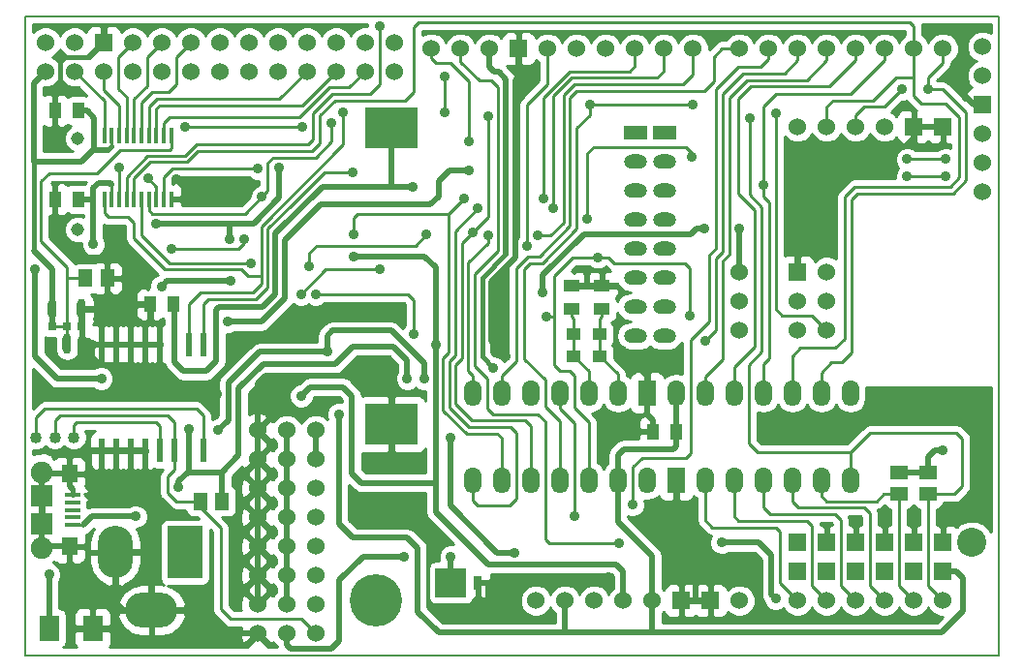
<source format=gbl>
G04 #@! TF.FileFunction,Copper,L2,Bot,Signal*
%FSLAX46Y46*%
G04 Gerber Fmt 4.6, Leading zero omitted, Abs format (unit mm)*
G04 Created by KiCad (PCBNEW (2015-07-01 BZR 5850)-product) date Mon Jul 27 17:51:59 2015*
%MOMM*%
G01*
G04 APERTURE LIST*
%ADD10C,0.150000*%
%ADD11C,0.127000*%
%ADD12C,1.016000*%
%ADD13R,1.066800X1.422400*%
%ADD14R,1.422400X1.066800*%
%ADD15R,1.778000X2.222500*%
%ADD16R,2.667000X2.540000*%
%ADD17R,0.762000X1.270000*%
%ADD18O,1.524000X2.286000*%
%ADD19R,1.524000X2.286000*%
%ADD20C,1.524000*%
%ADD21R,1.524000X1.524000*%
%ADD22R,2.032000X1.270000*%
%ADD23O,2.032000X1.270000*%
%ADD24O,3.048000X4.572000*%
%ADD25R,3.048000X4.572000*%
%ADD26O,4.572000X3.048000*%
%ADD27O,0.762000X1.778000*%
%ADD28R,0.762000X0.762000*%
%ADD29R,1.371600X0.406400*%
%ADD30R,1.422400X1.600200*%
%ADD31R,1.905000X1.905000*%
%ADD32C,1.905000*%
%ADD33R,1.498600X1.300480*%
%ADD34R,1.300480X1.498600*%
%ADD35C,1.143000*%
%ADD36C,4.572000*%
%ADD37C,2.540000*%
%ADD38R,0.599440X1.998980*%
%ADD39R,0.419100X1.470660*%
%ADD40R,1.300480X1.049020*%
%ADD41R,4.572000X3.556000*%
%ADD42C,0.889000*%
%ADD43C,0.508000*%
%ADD44C,0.381000*%
%ADD45C,0.254000*%
G04 APERTURE END LIST*
D10*
D11*
X110490000Y-81280000D02*
X110490000Y-25400000D01*
X25400000Y-25400000D02*
X110490000Y-25400000D01*
X110490000Y-81280000D02*
X25400000Y-81280000D01*
X25400000Y-81280000D02*
X25400000Y-25400000D01*
D12*
X28003500Y-62230000D03*
X29654500Y-62230000D03*
X26352500Y-62242700D03*
D13*
X82296000Y-61722000D03*
X80264000Y-61722000D03*
X38354000Y-50609500D03*
X36322000Y-50609500D03*
D14*
X75819000Y-50990500D03*
X75819000Y-48958500D03*
X73152000Y-50990500D03*
X73152000Y-48958500D03*
D13*
X28003500Y-41402000D03*
X30035500Y-41402000D03*
X28003500Y-33655000D03*
X30035500Y-33655000D03*
D15*
X31305500Y-78930500D03*
X27495500Y-78930500D03*
D16*
X62611000Y-74930000D03*
D17*
X64960500Y-74930000D03*
D18*
X94996000Y-58356500D03*
X92456000Y-58356500D03*
X89916000Y-58356500D03*
X87376000Y-58356500D03*
X84836000Y-58356500D03*
X82296000Y-58356500D03*
D19*
X79756000Y-58356500D03*
D18*
X77216000Y-58356500D03*
X74676000Y-58356500D03*
X72136000Y-58356500D03*
X69596000Y-58356500D03*
X67056000Y-58356500D03*
X64516000Y-58356500D03*
X97536000Y-58356500D03*
X64516000Y-65976500D03*
X67056000Y-65976500D03*
X69596000Y-65976500D03*
X72136000Y-65976500D03*
X74676000Y-65976500D03*
X77216000Y-65976500D03*
X79756000Y-65976500D03*
D19*
X82296000Y-65976500D03*
D18*
X84836000Y-65976500D03*
X87376000Y-65976500D03*
X89916000Y-65976500D03*
X92456000Y-65976500D03*
X94996000Y-65976500D03*
X97536000Y-65976500D03*
D20*
X27178000Y-30226000D03*
X27178000Y-27686000D03*
X29718000Y-30226000D03*
X29718000Y-27686000D03*
X32258000Y-30226000D03*
D21*
X32258000Y-27686000D03*
D20*
X34798000Y-30226000D03*
X34798000Y-27686000D03*
X37338000Y-30226000D03*
X37338000Y-27686000D03*
X39878000Y-30226000D03*
X39878000Y-27686000D03*
X42418000Y-30226000D03*
X42418000Y-27686000D03*
X44958000Y-30226000D03*
X44958000Y-27686000D03*
X47498000Y-30226000D03*
X47498000Y-27686000D03*
X50038000Y-30226000D03*
X50038000Y-27686000D03*
X52578000Y-30226000D03*
X52578000Y-27686000D03*
X55118000Y-30226000D03*
X55118000Y-27686000D03*
X57658000Y-30226000D03*
X57658000Y-27686000D03*
D22*
X78740000Y-35560000D03*
D23*
X78740000Y-38100000D03*
X78740000Y-40640000D03*
X78740000Y-43180000D03*
X78740000Y-45720000D03*
X78740000Y-48260000D03*
X78740000Y-50800000D03*
X78740000Y-53340000D03*
D22*
X81280000Y-35560000D03*
D23*
X81280000Y-38100000D03*
X81280000Y-40640000D03*
X81280000Y-43180000D03*
X81280000Y-45720000D03*
X81280000Y-48260000D03*
X81280000Y-50800000D03*
X81280000Y-53340000D03*
D20*
X50800000Y-79375000D03*
X50800000Y-76835000D03*
X50800000Y-74295000D03*
X50800000Y-71755000D03*
X50800000Y-69215000D03*
X50800000Y-66675000D03*
X50800000Y-64135000D03*
X50800000Y-61595000D03*
X48260000Y-79375000D03*
X48260000Y-76835000D03*
X48260000Y-74295000D03*
X48260000Y-71755000D03*
X48260000Y-69215000D03*
X48260000Y-66675000D03*
X48260000Y-64135000D03*
X48260000Y-61595000D03*
X45720000Y-79375000D03*
X45720000Y-76835000D03*
X45720000Y-74295000D03*
X45720000Y-71755000D03*
X45720000Y-69215000D03*
X45720000Y-66675000D03*
X45720000Y-64135000D03*
X45720000Y-61595000D03*
X109093000Y-28067000D03*
X109093000Y-30607000D03*
D21*
X109093000Y-33147000D03*
D20*
X109093000Y-35687000D03*
X109093000Y-38227000D03*
X109093000Y-40767000D03*
D21*
X105600500Y-35052000D03*
X103060500Y-35052000D03*
D20*
X100520500Y-35052000D03*
X97980500Y-35052000D03*
X95440500Y-35052000D03*
X92900500Y-35052000D03*
X95440500Y-52832000D03*
X92900500Y-52832000D03*
X95440500Y-50292000D03*
X92900500Y-50292000D03*
X95440500Y-47752000D03*
D21*
X92900500Y-47752000D03*
D24*
X33274000Y-72263000D03*
D25*
X39370000Y-72263000D03*
D26*
X36449000Y-77343000D03*
D27*
X30353000Y-50990500D03*
X27813000Y-50990500D03*
X29083000Y-54038500D03*
D28*
X27813000Y-52514500D03*
X29083000Y-52514500D03*
X30353000Y-52514500D03*
D29*
X29527500Y-68580000D03*
X29527500Y-67929760D03*
X29527500Y-67279520D03*
X29527500Y-69230240D03*
X29527500Y-69880480D03*
D30*
X29273500Y-71755000D03*
X29273500Y-65405000D03*
D31*
X26860500Y-69786500D03*
X26860500Y-67373500D03*
D32*
X26860500Y-71882000D03*
X26860500Y-65278000D03*
D20*
X87820500Y-47752000D03*
X87820500Y-50292000D03*
X87820500Y-52832000D03*
D21*
X105600500Y-73977500D03*
X103060500Y-73977500D03*
X100520500Y-73977500D03*
X97980500Y-73977500D03*
X95440500Y-73977500D03*
X92900500Y-73977500D03*
X105600500Y-71437500D03*
X103060500Y-71437500D03*
X100520500Y-71437500D03*
X97980500Y-71437500D03*
X95440500Y-71437500D03*
X92900500Y-71437500D03*
D33*
X104330500Y-65278000D03*
X104330500Y-67183000D03*
X101790500Y-65278000D03*
X101790500Y-67183000D03*
D34*
X42608500Y-67818000D03*
X40703500Y-67818000D03*
X30670500Y-48323500D03*
X32575500Y-48323500D03*
D35*
X29972000Y-36068000D03*
X29972000Y-44069000D03*
D20*
X105600500Y-76517500D03*
X103060500Y-76517500D03*
X100520500Y-76517500D03*
X92900500Y-76517500D03*
X95440500Y-76517500D03*
X97980500Y-76517500D03*
X87820500Y-76517500D03*
D21*
X85280500Y-76517500D03*
X82740500Y-76517500D03*
D20*
X77660500Y-76517500D03*
X75120500Y-76517500D03*
X105600500Y-28257500D03*
X103060500Y-28257500D03*
X100520500Y-28257500D03*
X97980500Y-28257500D03*
X95440500Y-28257500D03*
X92900500Y-28257500D03*
X90360500Y-28257500D03*
X87820500Y-28257500D03*
X83756500Y-28257500D03*
X81216500Y-28257500D03*
X78676500Y-28257500D03*
X76136500Y-28257500D03*
X73596500Y-28257500D03*
X71056500Y-28257500D03*
D21*
X68516500Y-28257500D03*
D20*
X65976500Y-28257500D03*
X80200500Y-76517500D03*
D36*
X56070500Y-76517500D03*
D37*
X108140500Y-71437500D03*
D20*
X72580500Y-76517500D03*
X70040500Y-76517500D03*
X63436500Y-28257500D03*
X60896500Y-28257500D03*
D38*
X40957500Y-63388240D03*
X39687500Y-63388240D03*
X38417500Y-63388240D03*
X37147500Y-63388240D03*
X35877500Y-63388240D03*
X34607500Y-63388240D03*
X33337500Y-63388240D03*
X32067500Y-63388240D03*
X32067500Y-54086760D03*
X33337500Y-54086760D03*
X34607500Y-54086760D03*
X35877500Y-54086760D03*
X37147500Y-54086760D03*
X38417500Y-54086760D03*
X39687500Y-54086760D03*
X40957500Y-54086760D03*
D39*
X34917380Y-35808920D03*
X35567620Y-35808920D03*
X36217860Y-35808920D03*
X36868100Y-35808920D03*
X32976820Y-41402000D03*
X32966660Y-35808920D03*
X33616900Y-35808920D03*
X34267140Y-35808920D03*
X37518340Y-41407080D03*
X36868100Y-41407080D03*
X36217860Y-41407080D03*
X35567620Y-41407080D03*
X34917380Y-41407080D03*
X34267140Y-41407080D03*
X37518340Y-35808920D03*
X33616900Y-41402000D03*
X32316420Y-35808920D03*
X38168580Y-35808920D03*
X38168580Y-41407080D03*
X32316420Y-41407080D03*
D40*
X75628500Y-55118000D03*
X73342500Y-53213000D03*
X75628500Y-53213000D03*
X73342500Y-55118000D03*
D41*
X57404000Y-61087000D03*
X57404000Y-35179000D03*
D42*
X58483500Y-72644000D03*
X62611000Y-72644000D03*
X66294000Y-56134000D03*
X102489000Y-39433500D03*
X105854500Y-39433500D03*
X70167500Y-44577000D03*
X65849500Y-44577000D03*
X64960500Y-42227500D03*
X71564500Y-42227500D03*
X105854500Y-37909500D03*
X89916000Y-40195500D03*
X102489000Y-37909500D03*
X84836000Y-53784500D03*
X73406000Y-69151500D03*
X78486000Y-68135500D03*
X43370500Y-48577500D03*
X58801000Y-57086500D03*
X31369000Y-45339000D03*
X37338000Y-49022000D03*
X105600500Y-63373000D03*
X38798500Y-66611500D03*
X26289000Y-47498000D03*
X39687500Y-61468000D03*
X32067500Y-57086500D03*
X27495500Y-74231500D03*
X52832000Y-60198000D03*
X39370000Y-35115500D03*
X90995500Y-33909000D03*
X83756500Y-33147000D03*
X36131500Y-39560500D03*
X49657000Y-35115500D03*
X74739500Y-33147000D03*
X64516000Y-44323000D03*
X52197000Y-34734500D03*
X46101000Y-41211500D03*
X65849500Y-34163000D03*
X74549000Y-43116500D03*
X50228500Y-47244000D03*
X45148500Y-46990000D03*
X83693000Y-37719000D03*
X60452000Y-44513500D03*
X56388000Y-26289000D03*
X102044500Y-31813500D03*
X104330500Y-31813500D03*
X45720000Y-38735000D03*
X59372500Y-53213000D03*
X69278500Y-45529500D03*
X83502500Y-51625500D03*
X75438000Y-46482000D03*
X70929500Y-51689000D03*
X50800000Y-49720500D03*
X88709500Y-34290000D03*
X64198500Y-36322000D03*
X33591500Y-38608000D03*
X54038500Y-39052500D03*
X53213000Y-33845500D03*
X62103000Y-30670500D03*
X77343000Y-71501000D03*
X62103000Y-33845500D03*
X44513500Y-44894500D03*
X38163500Y-45783500D03*
X70675500Y-41338500D03*
X54102000Y-44513500D03*
X63754000Y-41338500D03*
X43116500Y-52133500D03*
X64198500Y-38862000D03*
X35052000Y-69151500D03*
X51816000Y-54737000D03*
X60261500Y-57086500D03*
X68199000Y-72326500D03*
X42291000Y-61595000D03*
X62547500Y-62230000D03*
X59309000Y-40322500D03*
X106045000Y-30861000D03*
X28067000Y-35877500D03*
X31242000Y-54102000D03*
X67437000Y-55118000D03*
X42164000Y-58483500D03*
X65913000Y-76708000D03*
X38608000Y-39624000D03*
X33909000Y-46545500D03*
X74485500Y-47688500D03*
X76390500Y-74422000D03*
X57404000Y-55943500D03*
X82296000Y-71437500D03*
X77597000Y-54673500D03*
X90995500Y-76327000D03*
X36827460Y-43522900D03*
X49530000Y-58610500D03*
X43243500Y-44894500D03*
X86296500Y-71437500D03*
X87820500Y-43942000D03*
X84772500Y-43942000D03*
X47625000Y-38671500D03*
X54102000Y-46418500D03*
X61277500Y-54102000D03*
X70612000Y-49530000D03*
X56388000Y-47561500D03*
X49530000Y-49720500D03*
D43*
X50800000Y-61595000D02*
X50800000Y-64135000D01*
X52832000Y-80010000D02*
X52832000Y-74739500D01*
X48260000Y-79375000D02*
X48260000Y-80391000D01*
X52832000Y-74739500D02*
X54927500Y-72644000D01*
X48260000Y-74295000D02*
X48260000Y-71755000D01*
X48260000Y-80391000D02*
X48577500Y-80708500D01*
X52133500Y-80708500D02*
X52832000Y-80010000D01*
X48260000Y-64135000D02*
X48260000Y-61595000D01*
X48260000Y-69215000D02*
X48260000Y-66675000D01*
X58483500Y-72644000D02*
X54927500Y-72644000D01*
X48260000Y-66675000D02*
X48260000Y-64135000D01*
X48577500Y-80708500D02*
X52133500Y-80708500D01*
X48260000Y-71755000D02*
X48260000Y-69215000D01*
X48260000Y-76835000D02*
X48260000Y-74295000D01*
X62611000Y-72644000D02*
X62611000Y-74930000D01*
X66802000Y-30289500D02*
X66421000Y-30289500D01*
X67437000Y-30924500D02*
X66802000Y-30289500D01*
D44*
X65341500Y-48260000D02*
X65341500Y-55181500D01*
D43*
X65976500Y-29845000D02*
X65976500Y-28257500D01*
D44*
X65341500Y-48260000D02*
X67437000Y-46164500D01*
D43*
X66421000Y-30289500D02*
X65976500Y-29845000D01*
X67437000Y-46164500D02*
X67437000Y-30924500D01*
D44*
X65341500Y-55181500D02*
X66294000Y-56134000D01*
D45*
X105854500Y-39433500D02*
X102489000Y-39433500D01*
X64135000Y-56451500D02*
X64135000Y-46926500D01*
X65849500Y-45212000D02*
X65849500Y-44577000D01*
X72453500Y-41910000D02*
X72453500Y-43434000D01*
X64516000Y-58356500D02*
X64516000Y-56832500D01*
X72453500Y-43434000D02*
X71310500Y-44577000D01*
X64516000Y-56832500D02*
X64135000Y-56451500D01*
X64135000Y-46926500D02*
X65849500Y-45212000D01*
X72453500Y-41910000D02*
X72453500Y-32321500D01*
X83756500Y-30543500D02*
X83756500Y-28257500D01*
X73406000Y-31369000D02*
X82931000Y-31369000D01*
X71310500Y-44577000D02*
X70167500Y-44577000D01*
X73406000Y-31369000D02*
X72453500Y-32321500D01*
X82931000Y-31369000D02*
X83756500Y-30543500D01*
X71564500Y-32385000D02*
X73152000Y-30797500D01*
X81216500Y-30226000D02*
X81216500Y-28257500D01*
X67754500Y-68199000D02*
X64960500Y-68199000D01*
X68326000Y-67627500D02*
X68326000Y-61849000D01*
X67818000Y-61341000D02*
X64198500Y-61341000D01*
X71564500Y-32385000D02*
X71564500Y-42227500D01*
X62992000Y-55054500D02*
X62992000Y-44196000D01*
X64516000Y-67754500D02*
X64516000Y-65976500D01*
X80645000Y-30797500D02*
X81216500Y-30226000D01*
X64198500Y-61341000D02*
X62453520Y-59596020D01*
X62453520Y-55592980D02*
X62992000Y-55054500D01*
X62453520Y-59596020D02*
X62453520Y-55592980D01*
X68326000Y-61849000D02*
X67818000Y-61341000D01*
X64960500Y-68199000D02*
X64516000Y-67754500D01*
X62992000Y-44196000D02*
X64960500Y-42227500D01*
X73152000Y-30797500D02*
X80645000Y-30797500D01*
X68326000Y-67627500D02*
X67754500Y-68199000D01*
X75819000Y-51689000D02*
X75819000Y-50990500D01*
X75628500Y-51879500D02*
X75819000Y-51689000D01*
X75628500Y-53213000D02*
X75628500Y-51879500D01*
X77216000Y-58356500D02*
X77216000Y-56705500D01*
X75628500Y-55118000D02*
X75628500Y-53213000D01*
X77216000Y-56705500D02*
X75628500Y-55118000D01*
X73152000Y-51689000D02*
X73152000Y-50990500D01*
X74676000Y-58356500D02*
X74676000Y-56451500D01*
X73342500Y-53213000D02*
X73342500Y-51879500D01*
X73342500Y-55118000D02*
X73342500Y-53213000D01*
X74676000Y-56451500D02*
X73342500Y-55118000D01*
X73342500Y-51879500D02*
X73152000Y-51689000D01*
X91376500Y-74993500D02*
X91376500Y-70485000D01*
X91376500Y-74993500D02*
X92900500Y-76517500D01*
X91376500Y-70485000D02*
X90995500Y-70104000D01*
X90995500Y-70104000D02*
X85471000Y-70104000D01*
X84836000Y-65976500D02*
X84836000Y-69469000D01*
X85471000Y-70104000D02*
X84836000Y-69469000D01*
X94170500Y-75247500D02*
X94170500Y-69977000D01*
X94170500Y-69977000D02*
X93726000Y-69532500D01*
X93726000Y-69532500D02*
X87757000Y-69532500D01*
X94170500Y-75247500D02*
X95440500Y-76517500D01*
X87757000Y-69532500D02*
X87376000Y-69151500D01*
X87376000Y-65976500D02*
X87376000Y-69151500D01*
X90487500Y-68961000D02*
X89916000Y-68389500D01*
X96202500Y-68961000D02*
X90487500Y-68961000D01*
X96710500Y-75247500D02*
X97980500Y-76517500D01*
X96710500Y-69469000D02*
X96202500Y-68961000D01*
X96710500Y-69469000D02*
X96710500Y-75247500D01*
X89916000Y-65976500D02*
X89916000Y-68389500D01*
X92964000Y-68389500D02*
X92456000Y-67881500D01*
X98742500Y-68389500D02*
X92964000Y-68389500D01*
X92456000Y-65976500D02*
X92456000Y-67881500D01*
X99250500Y-75247500D02*
X99250500Y-68897500D01*
X99250500Y-75247500D02*
X100520500Y-76517500D01*
X99250500Y-68897500D02*
X98742500Y-68389500D01*
X89916000Y-41211500D02*
X90424000Y-41719500D01*
X89916000Y-40195500D02*
X89916000Y-33274000D01*
X89916000Y-40195500D02*
X89916000Y-41211500D01*
X89916000Y-33274000D02*
X90995500Y-32194500D01*
X89916000Y-58356500D02*
X89916000Y-55816500D01*
X89916000Y-55816500D02*
X90424000Y-55308500D01*
X100520500Y-28257500D02*
X100520500Y-29215080D01*
X105854500Y-37909500D02*
X102489000Y-37909500D01*
X100520500Y-29215080D02*
X97541080Y-32194500D01*
X90424000Y-41719500D02*
X90424000Y-55308500D01*
X90995500Y-32194500D02*
X97541080Y-32194500D01*
X95440500Y-29268420D02*
X95440500Y-28257500D01*
X93720920Y-30988000D02*
X95440500Y-29268420D01*
X88455500Y-30988000D02*
X93720920Y-30988000D01*
X86931500Y-32512000D02*
X86931500Y-46228000D01*
X84836000Y-56959500D02*
X84836000Y-58356500D01*
X86360000Y-55435500D02*
X84836000Y-56959500D01*
X86931500Y-32512000D02*
X88455500Y-30988000D01*
X86931500Y-46228000D02*
X86360000Y-46799500D01*
X86360000Y-46799500D02*
X86360000Y-55435500D01*
X88132920Y-30416500D02*
X86360000Y-32189420D01*
X86360000Y-46037500D02*
X85788500Y-46609000D01*
X85788500Y-46609000D02*
X85788500Y-52832000D01*
X73406000Y-60960000D02*
X73406000Y-69151500D01*
X88132920Y-30416500D02*
X91757500Y-30416500D01*
X85788500Y-52832000D02*
X84836000Y-53784500D01*
X72136000Y-59690000D02*
X73406000Y-60960000D01*
X91757500Y-30416500D02*
X92900500Y-29273500D01*
X92900500Y-29273500D02*
X92900500Y-28257500D01*
X86360000Y-32189420D02*
X86360000Y-46037500D01*
X72136000Y-58356500D02*
X72136000Y-59690000D01*
X85217000Y-46291500D02*
X85217000Y-52070000D01*
X85788500Y-31813500D02*
X85788500Y-45720000D01*
X87757000Y-29845000D02*
X89662000Y-29845000D01*
X90360500Y-29146500D02*
X90360500Y-28257500D01*
X78486000Y-68135500D02*
X78486000Y-64833500D01*
X85217000Y-52070000D02*
X83566000Y-53721000D01*
X85788500Y-31813500D02*
X87757000Y-29845000D01*
X89662000Y-29845000D02*
X90360500Y-29146500D01*
X83185000Y-64008000D02*
X83566000Y-63627000D01*
X78486000Y-64833500D02*
X79311500Y-64008000D01*
X79311500Y-64008000D02*
X83185000Y-64008000D01*
X85788500Y-45720000D02*
X85217000Y-46291500D01*
X83566000Y-53721000D02*
X83566000Y-63627000D01*
X73030080Y-43746420D02*
X73030080Y-32506920D01*
X73030080Y-32506920D02*
X73596500Y-31940500D01*
X85598000Y-28953460D02*
X86293960Y-28257500D01*
X86293960Y-28257500D02*
X87820500Y-28257500D01*
X85598000Y-31115000D02*
X85598000Y-28953460D01*
X84772500Y-31940500D02*
X85598000Y-31115000D01*
X73596500Y-31940500D02*
X84772500Y-31940500D01*
X73030080Y-43746420D02*
X70358000Y-46418500D01*
X68326000Y-47434500D02*
X69342000Y-46418500D01*
X69342000Y-46418500D02*
X70358000Y-46418500D01*
X67056000Y-56832500D02*
X68326000Y-55562500D01*
X67056000Y-58356500D02*
X67056000Y-56832500D01*
X68326000Y-55562500D02*
X68326000Y-47434500D01*
D43*
X54038500Y-54292500D02*
X52514500Y-55816500D01*
X39687500Y-61468000D02*
X39687500Y-63388240D01*
X72580500Y-79311500D02*
X80200500Y-79311500D01*
X38798500Y-66103500D02*
X39687500Y-65214500D01*
X104330500Y-63944500D02*
X104902000Y-63373000D01*
X104330500Y-65278000D02*
X104330500Y-63944500D01*
X26289000Y-55181500D02*
X26289000Y-47498000D01*
X52832000Y-69786500D02*
X54038500Y-70993000D01*
X59690000Y-77470000D02*
X59690000Y-71882000D01*
X57594500Y-54292500D02*
X54038500Y-54292500D01*
X104330500Y-65278000D02*
X101790500Y-65278000D01*
X31369000Y-40449500D02*
X31813500Y-40005000D01*
X58801000Y-55499000D02*
X57594500Y-54292500D01*
X82042000Y-63246000D02*
X82296000Y-62992000D01*
X77216000Y-65976500D02*
X77216000Y-63754000D01*
X39687500Y-65278000D02*
X42608500Y-65278000D01*
X61531500Y-79311500D02*
X72580500Y-79311500D01*
X44069000Y-63817500D02*
X42608500Y-65278000D01*
X31369000Y-41402000D02*
X31369000Y-40449500D01*
X32829500Y-40005000D02*
X31813500Y-40005000D01*
X80200500Y-79311500D02*
X105473500Y-79311500D01*
X42608500Y-67818000D02*
X42608500Y-65278000D01*
X106807000Y-73977500D02*
X107378500Y-74549000D01*
X104902000Y-63373000D02*
X105600500Y-63373000D01*
X107378500Y-74549000D02*
X107378500Y-77406500D01*
X39687500Y-63388240D02*
X39687500Y-65214500D01*
X44069000Y-57975500D02*
X46228000Y-55816500D01*
X44069000Y-57975500D02*
X44069000Y-63817500D01*
X58801000Y-57086500D02*
X58801000Y-55499000D01*
X37782500Y-48577500D02*
X37338000Y-49022000D01*
X52514500Y-55816500D02*
X46228000Y-55816500D01*
X72580500Y-76517500D02*
X72580500Y-79311500D01*
X77216000Y-65976500D02*
X77216000Y-69596000D01*
D45*
X32976820Y-41402000D02*
X32976820Y-40152320D01*
D43*
X38798500Y-66611500D02*
X38798500Y-66103500D01*
X39687500Y-65214500D02*
X39687500Y-65278000D01*
X59690000Y-77470000D02*
X61531500Y-79311500D01*
X28194000Y-57086500D02*
X26289000Y-55181500D01*
X77216000Y-69596000D02*
X80200500Y-72580500D01*
X82296000Y-61722000D02*
X82296000Y-62992000D01*
X77216000Y-63754000D02*
X77724000Y-63246000D01*
X82296000Y-61722000D02*
X82296000Y-58356500D01*
X31369000Y-45339000D02*
X31369000Y-41402000D01*
X52832000Y-60198000D02*
X52832000Y-69786500D01*
X54038500Y-70993000D02*
X58801000Y-70993000D01*
X105600500Y-73977500D02*
X106807000Y-73977500D01*
X58801000Y-70993000D02*
X59690000Y-71882000D01*
X32067500Y-57086500D02*
X28194000Y-57086500D01*
X32976820Y-40152320D02*
X32829500Y-40005000D01*
X27495500Y-78930500D02*
X27495500Y-74231500D01*
X77724000Y-63246000D02*
X82042000Y-63246000D01*
X80200500Y-76517500D02*
X80200500Y-79311500D01*
X30035500Y-41402000D02*
X31369000Y-41402000D01*
X43370500Y-48577500D02*
X37782500Y-48577500D01*
X105473500Y-79311500D02*
X107378500Y-77406500D01*
X80200500Y-76517500D02*
X80200500Y-72580500D01*
D45*
X94170500Y-51562000D02*
X95440500Y-52832000D01*
X83756500Y-33147000D02*
X74739500Y-33147000D01*
X39370000Y-35115500D02*
X49657000Y-35115500D01*
X70866000Y-59563000D02*
X70866000Y-57213500D01*
X69024500Y-47498000D02*
X69532500Y-46990000D01*
X74739500Y-34036000D02*
X73596500Y-35179000D01*
X36868100Y-40297100D02*
X36131500Y-39560500D01*
X36868100Y-41407080D02*
X36868100Y-40297100D01*
X69532500Y-46990000D02*
X70612000Y-46990000D01*
X94170500Y-51562000D02*
X91567000Y-51562000D01*
X72136000Y-65976500D02*
X72136000Y-60833000D01*
X73596500Y-35179000D02*
X73596500Y-44005500D01*
X90995500Y-50990500D02*
X90995500Y-33909000D01*
X70866000Y-57213500D02*
X69024500Y-55372000D01*
X73596500Y-44005500D02*
X70612000Y-46990000D01*
X91567000Y-51562000D02*
X90995500Y-50990500D01*
X74739500Y-33147000D02*
X74739500Y-34036000D01*
X72136000Y-60833000D02*
X70866000Y-59563000D01*
X69024500Y-55372000D02*
X69024500Y-47498000D01*
X65849500Y-34163000D02*
X65849500Y-42989500D01*
X69088000Y-60769500D02*
X64452500Y-60769500D01*
X46609000Y-40703500D02*
X46101000Y-41211500D01*
X62969140Y-55902860D02*
X63563500Y-55308500D01*
X64516000Y-44323000D02*
X65849500Y-42989500D01*
X62969140Y-59286140D02*
X62969140Y-55902860D01*
X44640500Y-42672000D02*
X46101000Y-41211500D01*
X50800000Y-37782500D02*
X47048420Y-37782500D01*
X52197000Y-34734500D02*
X52197000Y-36385500D01*
X63563500Y-55308500D02*
X63563500Y-45275500D01*
X36512500Y-42672000D02*
X44640500Y-42672000D01*
X36217860Y-42377360D02*
X36512500Y-42672000D01*
X64452500Y-60769500D02*
X62969140Y-59286140D01*
X46609000Y-38221920D02*
X46609000Y-40703500D01*
X36217860Y-41407080D02*
X36217860Y-42377360D01*
X69596000Y-61277500D02*
X69088000Y-60769500D01*
X46609000Y-38221920D02*
X47048420Y-37782500D01*
X52197000Y-36385500D02*
X50800000Y-37782500D01*
X63563500Y-45275500D02*
X64516000Y-44323000D01*
X69596000Y-65976500D02*
X69596000Y-61277500D01*
X83121500Y-36830000D02*
X75120500Y-36830000D01*
X35567620Y-44521120D02*
X35567620Y-41407080D01*
X74549000Y-43116500D02*
X74549000Y-37401500D01*
X50228500Y-46101000D02*
X50228500Y-47244000D01*
X83693000Y-37401500D02*
X83121500Y-36830000D01*
X50863500Y-45466000D02*
X59499500Y-45466000D01*
X50863500Y-45466000D02*
X50228500Y-46101000D01*
X59499500Y-45466000D02*
X60452000Y-44513500D01*
X83693000Y-37719000D02*
X83693000Y-37401500D01*
X75120500Y-36830000D02*
X74549000Y-37401500D01*
X38036500Y-46990000D02*
X35567620Y-44521120D01*
X45148500Y-46990000D02*
X38036500Y-46990000D01*
X95885000Y-55689500D02*
X96774000Y-55689500D01*
X97663000Y-54800500D02*
X97663000Y-41402000D01*
X97663000Y-54800500D02*
X96774000Y-55689500D01*
X94996000Y-58356500D02*
X94996000Y-56578500D01*
X94996000Y-56578500D02*
X95885000Y-55689500D01*
X55562500Y-32194500D02*
X52255420Y-32194500D01*
X97663000Y-41402000D02*
X98171000Y-40894000D01*
X34267140Y-39456360D02*
X34267140Y-41407080D01*
X104330500Y-31813500D02*
X104330500Y-30734000D01*
X50106580Y-36634420D02*
X40363140Y-36634420D01*
X34267140Y-39456360D02*
X36073080Y-37650420D01*
X50543460Y-36197540D02*
X50106580Y-36634420D01*
X107632500Y-39751000D02*
X106489500Y-40894000D01*
X39347140Y-37650420D02*
X40363140Y-36634420D01*
X104330500Y-30734000D02*
X105600500Y-29464000D01*
X50543460Y-33906460D02*
X50543460Y-36197540D01*
X107632500Y-33845500D02*
X107632500Y-39751000D01*
X36073080Y-37650420D02*
X39347140Y-37650420D01*
X105600500Y-31813500D02*
X107632500Y-33845500D01*
X98742500Y-33337500D02*
X100520500Y-33337500D01*
X100520500Y-33337500D02*
X102044500Y-31813500D01*
X104330500Y-31813500D02*
X105600500Y-31813500D01*
X97980500Y-35052000D02*
X97980500Y-34099500D01*
X52255420Y-32194500D02*
X50543460Y-33906460D01*
X98171000Y-40894000D02*
X106489500Y-40894000D01*
X97980500Y-34099500D02*
X98742500Y-33337500D01*
X56388000Y-31369000D02*
X56388000Y-26289000D01*
X55562500Y-32194500D02*
X56388000Y-31369000D01*
X105600500Y-29464000D02*
X105600500Y-28257500D01*
D44*
X26162000Y-38100000D02*
X26162000Y-45910500D01*
D45*
X27495500Y-39116000D02*
X26797000Y-39814500D01*
D43*
X30353000Y-38100000D02*
X31432500Y-37020500D01*
D45*
X29083000Y-48387000D02*
X29083000Y-48323500D01*
X33718500Y-37084000D02*
X31686500Y-39116000D01*
D43*
X30035500Y-33655000D02*
X30797500Y-33655000D01*
X27813000Y-50990500D02*
X27813000Y-47561500D01*
X30797500Y-33655000D02*
X31432500Y-34290000D01*
D45*
X26797000Y-39814500D02*
X26797000Y-45085000D01*
D43*
X31432500Y-37084000D02*
X32639000Y-37084000D01*
D44*
X32639000Y-37084000D02*
X32966660Y-36756340D01*
D45*
X29083000Y-48387000D02*
X29083000Y-47371000D01*
D43*
X31432500Y-37020500D02*
X31432500Y-34290000D01*
D45*
X29083000Y-54038500D02*
X29083000Y-52514500D01*
X38036500Y-37084000D02*
X33718500Y-37084000D01*
D43*
X30353000Y-38100000D02*
X26162000Y-38100000D01*
X26162000Y-31242000D02*
X27178000Y-30226000D01*
D45*
X29083000Y-52514500D02*
X27813000Y-52514500D01*
X38168580Y-36951920D02*
X38036500Y-37084000D01*
D43*
X26162000Y-38100000D02*
X26162000Y-31242000D01*
D45*
X32966660Y-36756340D02*
X32966660Y-35808920D01*
X31686500Y-39116000D02*
X27495500Y-39116000D01*
D43*
X27813000Y-52514500D02*
X27813000Y-50990500D01*
D45*
X38168580Y-35808920D02*
X38168580Y-36951920D01*
D43*
X27813000Y-47561500D02*
X26162000Y-45910500D01*
D45*
X29083000Y-52514500D02*
X29083000Y-48387000D01*
X29083000Y-48323500D02*
X30670500Y-48323500D01*
X29083000Y-47371000D02*
X26797000Y-45085000D01*
D43*
X31432500Y-37084000D02*
X31432500Y-37020500D01*
D45*
X36868100Y-35808920D02*
X36868100Y-33489900D01*
X36868100Y-33489900D02*
X37147500Y-33210500D01*
X37147500Y-33210500D02*
X49593500Y-33210500D01*
X49593500Y-33210500D02*
X52578000Y-30226000D01*
X36893500Y-32639000D02*
X47625000Y-32639000D01*
X36217860Y-33314640D02*
X36893500Y-32639000D01*
X36217860Y-35808920D02*
X36217860Y-33314640D01*
X47625000Y-32639000D02*
X50038000Y-30226000D01*
X35567620Y-32948880D02*
X36512500Y-32004000D01*
X35567620Y-35808920D02*
X35567620Y-32948880D01*
X38608000Y-31369000D02*
X38608000Y-28956000D01*
X37973000Y-32004000D02*
X38608000Y-31369000D01*
X38608000Y-28956000D02*
X39878000Y-27686000D01*
X36512500Y-32004000D02*
X37973000Y-32004000D01*
X34917380Y-32646620D02*
X36068000Y-31496000D01*
X36068000Y-31496000D02*
X36068000Y-28956000D01*
X36068000Y-28956000D02*
X37338000Y-27686000D01*
X34917380Y-35808920D02*
X34917380Y-32646620D01*
X52001420Y-31628080D02*
X49403000Y-34226500D01*
X37518340Y-34744660D02*
X38036500Y-34226500D01*
X37518340Y-35808920D02*
X37518340Y-34744660D01*
X38036500Y-34226500D02*
X49403000Y-34226500D01*
X53715920Y-31628080D02*
X55118000Y-30226000D01*
X53715920Y-31628080D02*
X52001420Y-31628080D01*
X32258000Y-30226000D02*
X32258000Y-31877000D01*
X32258000Y-31877000D02*
X33616900Y-33235900D01*
X33616900Y-35808920D02*
X33616900Y-33235900D01*
X32316420Y-35808920D02*
X32316420Y-32824420D01*
X32316420Y-32824420D02*
X29718000Y-30226000D01*
X34267140Y-35808920D02*
X34267140Y-32489140D01*
X34267140Y-32489140D02*
X33528000Y-31750000D01*
X33528000Y-28956000D02*
X34798000Y-27686000D01*
X33528000Y-31750000D02*
X33528000Y-28956000D01*
X71628000Y-55880000D02*
X72136000Y-56388000D01*
X83502500Y-51625500D02*
X83502500Y-47434500D01*
X71628000Y-48130460D02*
X73276460Y-46482000D01*
X69278500Y-45529500D02*
X69278500Y-33147000D01*
X70929500Y-51689000D02*
X71628000Y-51689000D01*
X59372500Y-50228500D02*
X58864500Y-49720500D01*
X37518340Y-41407080D02*
X37518340Y-39507160D01*
X69278500Y-33147000D02*
X71056500Y-31369000D01*
X75438000Y-46482000D02*
X73276460Y-46482000D01*
X59372500Y-53213000D02*
X59372500Y-50228500D01*
X76898500Y-46990000D02*
X83058000Y-46990000D01*
X37518340Y-39507160D02*
X38290500Y-38735000D01*
X71628000Y-51689000D02*
X71628000Y-55880000D01*
X73406000Y-59626500D02*
X73406000Y-56832500D01*
X73406000Y-56832500D02*
X72961500Y-56388000D01*
X50800000Y-49720500D02*
X58864500Y-49720500D01*
X83502500Y-47434500D02*
X83058000Y-46990000D01*
X76390500Y-46482000D02*
X76898500Y-46990000D01*
X74676000Y-60896500D02*
X73406000Y-59626500D01*
X71056500Y-28257500D02*
X71056500Y-31369000D01*
X75438000Y-46482000D02*
X76390500Y-46482000D01*
X74676000Y-65976500D02*
X74676000Y-60896500D01*
X71628000Y-48130460D02*
X71628000Y-51689000D01*
X38290500Y-38735000D02*
X45720000Y-38735000D01*
X72961500Y-56388000D02*
X72136000Y-56388000D01*
X88646000Y-62801500D02*
X88646000Y-55880000D01*
X62547500Y-29464000D02*
X61277500Y-29464000D01*
X106807000Y-61849000D02*
X99250500Y-61849000D01*
X107315000Y-62357000D02*
X106807000Y-61849000D01*
X107315000Y-66484500D02*
X107315000Y-62357000D01*
X99250500Y-61849000D02*
X97536000Y-63563500D01*
X97536000Y-63563500D02*
X89408000Y-63563500D01*
X60896500Y-29083000D02*
X61277500Y-29464000D01*
X60896500Y-28257500D02*
X60896500Y-29083000D01*
X104330500Y-75247500D02*
X104330500Y-67183000D01*
X89789000Y-54737000D02*
X88646000Y-55880000D01*
X89789000Y-54737000D02*
X89789000Y-42100500D01*
X45593000Y-50165000D02*
X41402000Y-50165000D01*
X46609000Y-49149000D02*
X46609000Y-44005500D01*
X88709500Y-41021000D02*
X88709500Y-34290000D01*
X40957500Y-50609500D02*
X40957500Y-54086760D01*
X45593000Y-50165000D02*
X46609000Y-49149000D01*
X64198500Y-31115000D02*
X62547500Y-29464000D01*
X64198500Y-36322000D02*
X64198500Y-31115000D01*
X41402000Y-50165000D02*
X40957500Y-50609500D01*
X106616500Y-67183000D02*
X107315000Y-66484500D01*
X104330500Y-67183000D02*
X106616500Y-67183000D01*
X48737520Y-41876980D02*
X51308000Y-39306500D01*
X51308000Y-39306500D02*
X51562000Y-39052500D01*
X51308000Y-39306500D02*
X51308000Y-39306500D01*
X46609000Y-44005500D02*
X48737520Y-41876980D01*
X89789000Y-42100500D02*
X88709500Y-41021000D01*
X33616900Y-41402000D02*
X33616900Y-39522400D01*
X97536000Y-65976500D02*
X97536000Y-63563500D01*
X89408000Y-63563500D02*
X88646000Y-62801500D01*
X33616900Y-39522400D02*
X33591500Y-39497000D01*
X33591500Y-39497000D02*
X33591500Y-38608000D01*
X104330500Y-75247500D02*
X105600500Y-76517500D01*
X54038500Y-39052500D02*
X51562000Y-39052500D01*
X94996000Y-65976500D02*
X94996000Y-67373500D01*
X94996000Y-67373500D02*
X95440500Y-67818000D01*
X95440500Y-67818000D02*
X99822000Y-67818000D01*
X100457000Y-67183000D02*
X99822000Y-67818000D01*
X101790500Y-67183000D02*
X100457000Y-67183000D01*
X70866000Y-60833000D02*
X70866000Y-71120000D01*
X101790500Y-67183000D02*
X101790500Y-75247500D01*
X65087500Y-31051500D02*
X63436500Y-29400500D01*
X62103000Y-30670500D02*
X62103000Y-33845500D01*
X34925000Y-44831000D02*
X37625020Y-47531020D01*
X64706500Y-47952660D02*
X66738500Y-45920660D01*
X101790500Y-75247500D02*
X103060500Y-76517500D01*
X34925000Y-43497500D02*
X34925000Y-44831000D01*
X46037500Y-48831500D02*
X46037500Y-48133000D01*
X39687500Y-54086760D02*
X39687500Y-50609500D01*
X39687500Y-50609500D02*
X40736520Y-49560480D01*
X46037500Y-44513500D02*
X46037500Y-48133000D01*
X53213000Y-33845500D02*
X53213000Y-36385500D01*
X45308520Y-49560480D02*
X46037500Y-48831500D01*
X44894500Y-48133000D02*
X46037500Y-48133000D01*
X37625020Y-47531020D02*
X44292520Y-47531020D01*
X32316420Y-41407080D02*
X32316420Y-42603420D01*
X44292520Y-47531020D02*
X44894500Y-48133000D01*
X32316420Y-42603420D02*
X32702500Y-42989500D01*
X34417000Y-42989500D02*
X34925000Y-43497500D01*
X66167000Y-31051500D02*
X65087500Y-31051500D01*
X46037500Y-44513500D02*
X46037500Y-43815000D01*
X46037500Y-43815000D02*
X53213000Y-36639500D01*
X53213000Y-36639500D02*
X53213000Y-36385500D01*
X45308520Y-49560480D02*
X40736520Y-49560480D01*
X63436500Y-29400500D02*
X63436500Y-28257500D01*
X70866000Y-60833000D02*
X70231000Y-60198000D01*
X66738500Y-31623000D02*
X66167000Y-31051500D01*
X70231000Y-60198000D02*
X66294000Y-60198000D01*
X77343000Y-71501000D02*
X71247000Y-71501000D01*
X65786000Y-59690000D02*
X65786000Y-57086500D01*
X70866000Y-71120000D02*
X71247000Y-71501000D01*
X65786000Y-57086500D02*
X64706500Y-56007000D01*
X66294000Y-60198000D02*
X65786000Y-59690000D01*
X32702500Y-42989500D02*
X34417000Y-42989500D01*
X64706500Y-56007000D02*
X64706500Y-47952660D01*
X66738500Y-45920660D02*
X66738500Y-31623000D01*
X92456000Y-55123080D02*
X93159580Y-54419500D01*
X92456000Y-58356500D02*
X92456000Y-55123080D01*
X96205040Y-54419500D02*
X97028000Y-53596540D01*
X93159580Y-54419500D02*
X96205040Y-54419500D01*
X102679500Y-25908000D02*
X103060500Y-26289000D01*
X36322000Y-38163500D02*
X34917380Y-39568120D01*
X51181000Y-36512500D02*
X50482500Y-37211000D01*
X52514500Y-32766000D02*
X51181000Y-34099500D01*
X40513000Y-37211000D02*
X39560500Y-38163500D01*
X59372500Y-32004000D02*
X59372500Y-26352500D01*
X58610500Y-32766000D02*
X52514500Y-32766000D01*
X103695500Y-33020000D02*
X105854500Y-33020000D01*
X39560500Y-38163500D02*
X36322000Y-38163500D01*
X103060500Y-26289000D02*
X103060500Y-28257500D01*
X59817000Y-25908000D02*
X102679500Y-25908000D01*
X50482500Y-37211000D02*
X40513000Y-37211000D01*
X51181000Y-34099500D02*
X51181000Y-36512500D01*
X34917380Y-41407080D02*
X34917380Y-39568120D01*
X59372500Y-26352500D02*
X59817000Y-25908000D01*
X105854500Y-33020000D02*
X107061000Y-34226500D01*
X96012000Y-32766000D02*
X99504500Y-32766000D01*
X106235500Y-40322500D02*
X97917000Y-40322500D01*
X103060500Y-32385000D02*
X103695500Y-33020000D01*
X103060500Y-30734000D02*
X101536500Y-30734000D01*
X58610500Y-32766000D02*
X59372500Y-32004000D01*
X103060500Y-28257500D02*
X103060500Y-30734000D01*
X99504500Y-32766000D02*
X101536500Y-30734000D01*
X97028000Y-41211500D02*
X97917000Y-40322500D01*
X107061000Y-39497000D02*
X106235500Y-40322500D01*
X95440500Y-35052000D02*
X95440500Y-33337500D01*
X107061000Y-34226500D02*
X107061000Y-39497000D01*
X97028000Y-53596540D02*
X97028000Y-41211500D01*
X95440500Y-33337500D02*
X96012000Y-32766000D01*
X103060500Y-30734000D02*
X103060500Y-32385000D01*
X44513500Y-45275500D02*
X44005500Y-45783500D01*
X44513500Y-44894500D02*
X44513500Y-45275500D01*
X44005500Y-45783500D02*
X38163500Y-45783500D01*
X78232000Y-30226000D02*
X78676500Y-29781500D01*
X78676500Y-29781500D02*
X78676500Y-28257500D01*
X54102000Y-44513500D02*
X54102000Y-43053000D01*
X61937900Y-55283100D02*
X62420500Y-54800500D01*
X62420500Y-54800500D02*
X62420500Y-42672000D01*
X54483000Y-42672000D02*
X54102000Y-43053000D01*
X66675000Y-61912500D02*
X64008000Y-61912500D01*
X61937900Y-59842400D02*
X64008000Y-61912500D01*
X67056000Y-62293500D02*
X66675000Y-61912500D01*
X62420500Y-42672000D02*
X54483000Y-42672000D01*
X62420500Y-42672000D02*
X63754000Y-41338500D01*
X72961500Y-30226000D02*
X78232000Y-30226000D01*
X70675500Y-32512000D02*
X72961500Y-30226000D01*
X70675500Y-41338500D02*
X70675500Y-32512000D01*
X67056000Y-65976500D02*
X67056000Y-62293500D01*
X61937900Y-59842400D02*
X61937900Y-55283100D01*
D43*
X48079660Y-45011340D02*
X48079660Y-50091340D01*
X62484000Y-38862000D02*
X61531500Y-39814500D01*
X64198500Y-38862000D02*
X62484000Y-38862000D01*
X61531500Y-39814500D02*
X61531500Y-41142920D01*
X46037500Y-52133500D02*
X48079660Y-50091340D01*
X60827920Y-41846500D02*
X51244500Y-41846500D01*
X61531500Y-41142920D02*
X60827920Y-41846500D01*
X51244500Y-41846500D02*
X48079660Y-45011340D01*
X43116500Y-52133500D02*
X46037500Y-52133500D01*
X31242000Y-69151500D02*
X35052000Y-69151500D01*
D45*
X30513020Y-69880480D02*
X29527500Y-69880480D01*
D43*
X30513020Y-69880480D02*
X31242000Y-69151500D01*
X51816000Y-54737000D02*
X51816000Y-53340000D01*
X52260500Y-52895500D02*
X57404000Y-52895500D01*
X60261500Y-57086500D02*
X60261500Y-55753000D01*
X57404000Y-52895500D02*
X60261500Y-55753000D01*
X45910500Y-54737000D02*
X51816000Y-54737000D01*
X43180000Y-60706000D02*
X42291000Y-61595000D01*
X45910500Y-54737000D02*
X43180000Y-57467500D01*
X51816000Y-53340000D02*
X52260500Y-52895500D01*
X43180000Y-57467500D02*
X43180000Y-60706000D01*
X62547500Y-68199000D02*
X66675000Y-72326500D01*
X62547500Y-62230000D02*
X62547500Y-68199000D01*
X66675000Y-72326500D02*
X68199000Y-72326500D01*
D45*
X26352500Y-62230000D02*
X26352500Y-60515500D01*
X40957500Y-63388240D02*
X40957500Y-60325000D01*
X40957500Y-60325000D02*
X40386000Y-59753500D01*
X26352500Y-60515500D02*
X27114500Y-59753500D01*
X40386000Y-59753500D02*
X27114500Y-59753500D01*
D43*
X42382440Y-50835560D02*
X42100500Y-51117500D01*
X47279560Y-44414440D02*
X51371500Y-40322500D01*
X47279560Y-49692560D02*
X46136560Y-50835560D01*
X41224200Y-56438800D02*
X42100500Y-55562500D01*
X42100500Y-51117500D02*
X42100500Y-55562500D01*
X46136560Y-50835560D02*
X42382440Y-50835560D01*
X38417500Y-50673000D02*
X38354000Y-50609500D01*
X51371500Y-40322500D02*
X57404000Y-40322500D01*
X38417500Y-55626000D02*
X39230300Y-56438800D01*
X57404000Y-35179000D02*
X57404000Y-40322500D01*
X59309000Y-40322500D02*
X57404000Y-40322500D01*
X38417500Y-54086760D02*
X38417500Y-55626000D01*
X38417500Y-54086760D02*
X38417500Y-50673000D01*
X39230300Y-56438800D02*
X41224200Y-56438800D01*
X47279560Y-49692560D02*
X47279560Y-44414440D01*
D45*
X49530000Y-78105000D02*
X50800000Y-79375000D01*
X42481500Y-70167500D02*
X40703500Y-68389500D01*
X43370500Y-78105000D02*
X49530000Y-78105000D01*
X42481500Y-77216000D02*
X43370500Y-78105000D01*
X42481500Y-70167500D02*
X42481500Y-77216000D01*
X37846000Y-60325000D02*
X28448000Y-60325000D01*
X40703500Y-67818000D02*
X40703500Y-68389500D01*
X28003500Y-62230000D02*
X28003500Y-60769500D01*
X38417500Y-63388240D02*
X38417500Y-65087500D01*
X38417500Y-63388240D02*
X38417500Y-60896500D01*
X88836500Y-31559500D02*
X87757000Y-32639000D01*
X89154000Y-42354500D02*
X87757000Y-40957500D01*
X87376000Y-58356500D02*
X87376000Y-56070500D01*
X88836500Y-31559500D02*
X95686880Y-31559500D01*
X89154000Y-54292500D02*
X87376000Y-56070500D01*
X95686880Y-31559500D02*
X97980500Y-29265880D01*
X38417500Y-60896500D02*
X37846000Y-60325000D01*
X89154000Y-42354500D02*
X89154000Y-54292500D01*
X38608000Y-67818000D02*
X37846000Y-67056000D01*
X28448000Y-60325000D02*
X28003500Y-60769500D01*
X87757000Y-40957500D02*
X87757000Y-32639000D01*
X38417500Y-65087500D02*
X37846000Y-65659000D01*
X97980500Y-29265880D02*
X97980500Y-28257500D01*
X40703500Y-67818000D02*
X38608000Y-67818000D01*
X37846000Y-65659000D02*
X37846000Y-67056000D01*
X29654500Y-62230000D02*
X29654500Y-61150500D01*
X37147500Y-63388240D02*
X37147500Y-61214000D01*
X29908500Y-60896500D02*
X29654500Y-61150500D01*
X36830000Y-60896500D02*
X29908500Y-60896500D01*
X37147500Y-61214000D02*
X36830000Y-60896500D01*
D43*
X109093000Y-33147000D02*
X108331000Y-33147000D01*
X108331000Y-33147000D02*
X106045000Y-30861000D01*
X68516500Y-28257500D02*
X68516500Y-30797500D01*
X39560500Y-39624000D02*
X38608000Y-39624000D01*
X39878000Y-41021000D02*
X39878000Y-39941500D01*
X39491920Y-41407080D02*
X39878000Y-41021000D01*
X68516500Y-30797500D02*
X68262500Y-31051500D01*
X32067500Y-63388240D02*
X33337500Y-63388240D01*
X32575500Y-49530000D02*
X33337500Y-50292000D01*
X26987500Y-65405000D02*
X26860500Y-65278000D01*
X68262500Y-31051500D02*
X68262500Y-46482000D01*
X29527500Y-66738500D02*
X29273500Y-66484500D01*
X74422000Y-48958500D02*
X75819000Y-48958500D01*
X46418500Y-56832500D02*
X45720000Y-57531000D01*
X45720000Y-57531000D02*
X45720000Y-61595000D01*
X79756000Y-56832500D02*
X77597000Y-54673500D01*
X66103500Y-48641000D02*
X66103500Y-53784500D01*
X103060500Y-35052000D02*
X103060500Y-36068000D01*
X57404000Y-55943500D02*
X53975000Y-55943500D01*
X32575500Y-46545500D02*
X30289500Y-46545500D01*
X42862500Y-79375000D02*
X40830500Y-77343000D01*
X42164000Y-58483500D02*
X37338000Y-58483500D01*
X33909000Y-46545500D02*
X32575500Y-46545500D01*
D45*
X38168580Y-41407080D02*
X39491920Y-41407080D01*
D43*
X39878000Y-39941500D02*
X39560500Y-39624000D01*
X29273500Y-66484500D02*
X29273500Y-65405000D01*
X40830500Y-77343000D02*
X36449000Y-77343000D01*
X45720000Y-61595000D02*
X45720000Y-64135000D01*
X30988000Y-28956000D02*
X32258000Y-27686000D01*
X45720000Y-66675000D02*
X45720000Y-69215000D01*
X68262500Y-46482000D02*
X66103500Y-48641000D01*
X105600500Y-35052000D02*
X103060500Y-35052000D01*
X32575500Y-48323500D02*
X32575500Y-46545500D01*
X53975000Y-55943500D02*
X53086000Y-56832500D01*
X29273500Y-71755000D02*
X26987500Y-71755000D01*
X31242000Y-54102000D02*
X31257240Y-54086760D01*
X36449000Y-77343000D02*
X33972500Y-77343000D01*
X26860500Y-67373500D02*
X26860500Y-69786500D01*
X29273500Y-65405000D02*
X26987500Y-65405000D01*
X66103500Y-53784500D02*
X67437000Y-55118000D01*
X103060500Y-36068000D02*
X102362000Y-36766500D01*
X31257240Y-54086760D02*
X32067500Y-54086760D01*
X30289500Y-46545500D02*
X28003500Y-44259500D01*
X73152000Y-48958500D02*
X74422000Y-48958500D01*
X65913000Y-74930000D02*
X67691000Y-74930000D01*
X79756000Y-58356500D02*
X79756000Y-56832500D01*
X36322000Y-50609500D02*
X35179000Y-50609500D01*
X28003500Y-33655000D02*
X28003500Y-35814000D01*
X45720000Y-71755000D02*
X45720000Y-74295000D01*
X68199000Y-74422000D02*
X67691000Y-74930000D01*
D44*
X28765500Y-28956000D02*
X30988000Y-28956000D01*
D43*
X80264000Y-61722000D02*
X80264000Y-60706000D01*
X36449000Y-67818000D02*
X34417000Y-65786000D01*
X57404000Y-61087000D02*
X57404000Y-55943500D01*
X28448000Y-29273500D02*
X28765500Y-28956000D01*
X26860500Y-71882000D02*
X26860500Y-69786500D01*
X34607500Y-54086760D02*
X33337500Y-54086760D01*
X31940500Y-55943500D02*
X34798000Y-55943500D01*
X31686500Y-65786000D02*
X34417000Y-65786000D01*
X30988000Y-63627000D02*
X30988000Y-65087500D01*
X33337500Y-54086760D02*
X33337500Y-50990500D01*
X30353000Y-50990500D02*
X30353000Y-52514500D01*
X32575500Y-48323500D02*
X32575500Y-49530000D01*
X85280500Y-76517500D02*
X84010500Y-76517500D01*
X33337500Y-54086760D02*
X32067500Y-54086760D01*
X31242000Y-55245000D02*
X31940500Y-55943500D01*
X34798000Y-50990500D02*
X35179000Y-50609500D01*
X92900500Y-37909500D02*
X92900500Y-47752000D01*
X94043500Y-36766500D02*
X92900500Y-37909500D01*
X33337500Y-50990500D02*
X34798000Y-50990500D01*
X33337500Y-50292000D02*
X33337500Y-50990500D01*
X37147500Y-54086760D02*
X35877500Y-54086760D01*
X28003500Y-32004000D02*
X28448000Y-31559500D01*
X45720000Y-79375000D02*
X42862500Y-79375000D01*
X32893000Y-76263500D02*
X31305500Y-76263500D01*
X76390500Y-74422000D02*
X68199000Y-74422000D01*
X82296000Y-65976500D02*
X82296000Y-71437500D01*
X30988000Y-65087500D02*
X31686500Y-65786000D01*
X31242000Y-54102000D02*
X31242000Y-55245000D01*
X35877500Y-54086760D02*
X34607500Y-54086760D01*
X30353000Y-50990500D02*
X33337500Y-50990500D01*
X45720000Y-64135000D02*
X45720000Y-66675000D01*
X26860500Y-67373500D02*
X26860500Y-65278000D01*
X74485500Y-48958500D02*
X74422000Y-48958500D01*
X31226760Y-63388240D02*
X30988000Y-63627000D01*
X64960500Y-74930000D02*
X65913000Y-74930000D01*
X31305500Y-78930500D02*
X31305500Y-76263500D01*
X33337500Y-63388240D02*
X34607500Y-63388240D01*
X84010500Y-73152000D02*
X82296000Y-71437500D01*
X28003500Y-41402000D02*
X28003500Y-44259500D01*
X53086000Y-56832500D02*
X46418500Y-56832500D01*
X80264000Y-60706000D02*
X79756000Y-60198000D01*
X33972500Y-77343000D02*
X32893000Y-76263500D01*
X29273500Y-71755000D02*
X29273500Y-74231500D01*
X45720000Y-69215000D02*
X45720000Y-71755000D01*
D44*
X28448000Y-31559500D02*
X28448000Y-29273500D01*
D43*
X31305500Y-76263500D02*
X29273500Y-74231500D01*
X33274000Y-72263000D02*
X36449000Y-72263000D01*
X36449000Y-72263000D02*
X36449000Y-67818000D01*
X45720000Y-74295000D02*
X45720000Y-76835000D01*
X84010500Y-76517500D02*
X82740500Y-76517500D01*
X28003500Y-33655000D02*
X28003500Y-32004000D01*
X74485500Y-47688500D02*
X74485500Y-48958500D01*
D44*
X29527500Y-67279520D02*
X29527500Y-66738500D01*
D43*
X102362000Y-36766500D02*
X94043500Y-36766500D01*
X28003500Y-35814000D02*
X28067000Y-35877500D01*
X32067500Y-63388240D02*
X31226760Y-63388240D01*
X79756000Y-58356500D02*
X79756000Y-60198000D01*
X26987500Y-71755000D02*
X26860500Y-71882000D01*
X84010500Y-73152000D02*
X84010500Y-76517500D01*
X65913000Y-74930000D02*
X65913000Y-76708000D01*
X34798000Y-55943500D02*
X37338000Y-58483500D01*
X35877500Y-63388240D02*
X34607500Y-63388240D01*
X36449000Y-77343000D02*
X36449000Y-72263000D01*
X70612000Y-48069500D02*
X70612000Y-49530000D01*
X77025500Y-73342500D02*
X65849500Y-73342500D01*
X84074000Y-43942000D02*
X83566000Y-44450000D01*
X90614500Y-75946000D02*
X90995500Y-76327000D01*
X83566000Y-44450000D02*
X74231500Y-44450000D01*
X89535000Y-71437500D02*
X90614500Y-72517000D01*
X61277500Y-47371000D02*
X60325000Y-46418500D01*
X50292000Y-57848500D02*
X49530000Y-58610500D01*
X84772500Y-43942000D02*
X84074000Y-43942000D01*
X36827460Y-43522900D02*
X43243500Y-43522900D01*
X43243500Y-44894500D02*
X43243500Y-43522900D01*
X61277500Y-66230500D02*
X54800500Y-66230500D01*
X90614500Y-72517000D02*
X90614500Y-75946000D01*
X43243500Y-43522900D02*
X45382180Y-43522900D01*
X86296500Y-71437500D02*
X89535000Y-71437500D01*
X60325000Y-46418500D02*
X54102000Y-46418500D01*
X53975000Y-65405000D02*
X53975000Y-58610500D01*
X61277500Y-54102000D02*
X61277500Y-47371000D01*
X87820500Y-43942000D02*
X87820500Y-47752000D01*
X61277500Y-66167000D02*
X61277500Y-66230500D01*
X53975000Y-58610500D02*
X53213000Y-57848500D01*
X53213000Y-57848500D02*
X50292000Y-57848500D01*
X77660500Y-76517500D02*
X77660500Y-73977500D01*
X61277500Y-68770500D02*
X65849500Y-73342500D01*
X47625000Y-41280080D02*
X45382180Y-43522900D01*
X47625000Y-38671500D02*
X47625000Y-41280080D01*
X54800500Y-66230500D02*
X53975000Y-65405000D01*
X74231500Y-44450000D02*
X70612000Y-48069500D01*
X61277500Y-54102000D02*
X61277500Y-66167000D01*
X61277500Y-66167000D02*
X61277500Y-68770500D01*
X77025500Y-73342500D02*
X77660500Y-73977500D01*
D45*
X56388000Y-47561500D02*
X51689000Y-47561500D01*
X51689000Y-47561500D02*
X49530000Y-49720500D01*
G36*
X31336142Y-61742758D02*
X31121788Y-61957112D01*
X31005780Y-62237179D01*
X31005780Y-63058040D01*
X31196280Y-63248540D01*
X31927800Y-63248540D01*
X31927800Y-63228540D01*
X32207200Y-63228540D01*
X32207200Y-63248540D01*
X33197800Y-63248540D01*
X33197800Y-63228540D01*
X33477200Y-63228540D01*
X33477200Y-63248540D01*
X34467800Y-63248540D01*
X34467800Y-63228540D01*
X34747200Y-63228540D01*
X34747200Y-63248540D01*
X35737800Y-63248540D01*
X35737800Y-63228540D01*
X36017200Y-63228540D01*
X36017200Y-63248540D01*
X36037200Y-63248540D01*
X36037200Y-63527940D01*
X36017200Y-63527940D01*
X36017200Y-64959230D01*
X36207700Y-65149730D01*
X36328791Y-65149730D01*
X36608858Y-65033722D01*
X36647562Y-64995018D01*
X36847780Y-65035170D01*
X37392200Y-65035170D01*
X37307185Y-65120185D01*
X37142004Y-65367395D01*
X37084000Y-65659000D01*
X37084000Y-67056000D01*
X37142004Y-67347605D01*
X37278001Y-67551138D01*
X37307185Y-67594815D01*
X38069185Y-68356816D01*
X38203584Y-68446618D01*
X38316395Y-68521996D01*
X38608000Y-68580000D01*
X39408284Y-68580000D01*
X39452797Y-68809423D01*
X39592587Y-69022227D01*
X39803620Y-69164677D01*
X40053260Y-69214740D01*
X40451110Y-69214740D01*
X40565930Y-69329560D01*
X37846000Y-69329560D01*
X37603877Y-69376537D01*
X37391073Y-69516327D01*
X37248623Y-69727360D01*
X37198560Y-69977000D01*
X37198560Y-74549000D01*
X37245537Y-74791123D01*
X37385327Y-75003927D01*
X37536345Y-75105866D01*
X37350700Y-75057000D01*
X36588700Y-75057000D01*
X36588700Y-77203300D01*
X39301838Y-77203300D01*
X39442781Y-76848079D01*
X39376450Y-76597251D01*
X38926229Y-75825336D01*
X38214880Y-75284472D01*
X37880441Y-75196440D01*
X40894000Y-75196440D01*
X41136123Y-75149463D01*
X41348927Y-75009673D01*
X41491377Y-74798640D01*
X41541440Y-74549000D01*
X41541440Y-70305071D01*
X41719500Y-70483131D01*
X41719500Y-77216000D01*
X41777504Y-77507605D01*
X41906813Y-77701129D01*
X41942685Y-77754815D01*
X42831685Y-78643815D01*
X43078895Y-78808996D01*
X43370500Y-78867000D01*
X44283156Y-78867000D01*
X44182584Y-79149568D01*
X44213344Y-79755071D01*
X44385881Y-80171616D01*
X44662252Y-80235182D01*
X45522434Y-79375000D01*
X45508292Y-79360858D01*
X45705858Y-79163292D01*
X45720000Y-79177434D01*
X45734142Y-79163292D01*
X45931708Y-79360858D01*
X45917566Y-79375000D01*
X46777748Y-80235182D01*
X47054119Y-80171616D01*
X47064985Y-80141088D01*
X47074990Y-80165303D01*
X47388595Y-80479456D01*
X47408893Y-80581500D01*
X46545969Y-80581500D01*
X46580182Y-80432748D01*
X45720000Y-79572566D01*
X44859818Y-80432748D01*
X44894031Y-80581500D01*
X32732380Y-80581500D01*
X32840492Y-80473388D01*
X32956500Y-80193321D01*
X32956500Y-79260700D01*
X32766000Y-79070200D01*
X31445200Y-79070200D01*
X31445200Y-79090200D01*
X31165800Y-79090200D01*
X31165800Y-79070200D01*
X29845000Y-79070200D01*
X29654500Y-79260700D01*
X29654500Y-80193321D01*
X29770508Y-80473388D01*
X29878620Y-80581500D01*
X28719047Y-80581500D01*
X28839427Y-80502423D01*
X28981877Y-80291390D01*
X29031940Y-80041750D01*
X29031940Y-78860664D01*
X33971771Y-78860664D01*
X34683120Y-79401528D01*
X35547300Y-79629000D01*
X36309300Y-79629000D01*
X36309300Y-77482700D01*
X36588700Y-77482700D01*
X36309300Y-77482700D01*
X36309300Y-77482700D01*
X36588700Y-77482700D01*
X36588700Y-79629000D01*
X37350700Y-79629000D01*
X38214880Y-79401528D01*
X38926229Y-78860664D01*
X39376450Y-78088749D01*
X39442781Y-77837921D01*
X39301838Y-77482700D01*
X36588700Y-77482700D01*
X36309300Y-77482700D01*
X36309300Y-77482700D01*
X33596162Y-77482700D01*
X32879879Y-77482700D01*
X32840492Y-77387612D01*
X32626138Y-77173258D01*
X32346071Y-77057250D01*
X31635700Y-77057250D01*
X31445200Y-77247750D01*
X31445200Y-78790800D01*
X32766000Y-78790800D01*
X32956500Y-78600300D01*
X32956500Y-77667679D01*
X32879879Y-77482700D01*
X33596162Y-77482700D01*
X32879879Y-77482700D01*
X32879879Y-77482700D01*
X33596162Y-77482700D01*
X33455219Y-77837921D01*
X33521550Y-78088749D01*
X33971771Y-78860664D01*
X29031940Y-78860664D01*
X29031940Y-77819250D01*
X28984963Y-77577127D01*
X28845173Y-77364323D01*
X28634140Y-77221873D01*
X28384500Y-77171810D01*
X28384500Y-77057250D01*
X30264929Y-77057250D01*
X29984862Y-77173258D01*
X29770508Y-77387612D01*
X29654500Y-77667679D01*
X29654500Y-78600300D01*
X29845000Y-78790800D01*
X31165800Y-78790800D01*
X31165800Y-77247750D01*
X30975300Y-77057250D01*
X30264929Y-77057250D01*
X28384500Y-77057250D01*
X28384500Y-75284472D01*
X34683120Y-75284472D01*
X33971771Y-75825336D01*
X33521550Y-76597251D01*
X33455219Y-76848079D01*
X33596162Y-77203300D01*
X36309300Y-77203300D01*
X36309300Y-75057000D01*
X35547300Y-75057000D01*
X34248552Y-75057000D01*
X34791664Y-74740229D01*
X35332528Y-74028880D01*
X35560000Y-73164700D01*
X35560000Y-72402700D01*
X33413700Y-72402700D01*
X33413700Y-75115838D01*
X33768921Y-75256781D01*
X34019749Y-75190450D01*
X34248552Y-75057000D01*
X35547300Y-75057000D01*
X34248552Y-75057000D01*
X34248552Y-75057000D01*
X35547300Y-75057000D01*
X34683120Y-75284472D01*
X28384500Y-75284472D01*
X28384500Y-74869363D01*
X28410122Y-74843786D01*
X28574813Y-74447168D01*
X28575177Y-74028880D01*
X31215472Y-74028880D01*
X31756336Y-74740229D01*
X32528251Y-75190450D01*
X32779079Y-75256781D01*
X33134300Y-75115838D01*
X33134300Y-72402700D01*
X30988000Y-72402700D01*
X30746700Y-72402700D01*
X30746700Y-72085200D01*
X30556200Y-71894700D01*
X29413200Y-71894700D01*
X29413200Y-73126600D01*
X29603700Y-73317100D01*
X30136271Y-73317100D01*
X30416338Y-73201092D01*
X30630692Y-72986738D01*
X30746700Y-72706671D01*
X30746700Y-72402700D01*
X30988000Y-72402700D01*
X30746700Y-72402700D01*
X30746700Y-72402700D01*
X30988000Y-72402700D01*
X30988000Y-73164700D01*
X31215472Y-74028880D01*
X28575177Y-74028880D01*
X28575187Y-74017716D01*
X28411189Y-73620811D01*
X28107786Y-73316878D01*
X27823135Y-73198680D01*
X27858659Y-73077728D01*
X27996042Y-73215111D01*
X28070362Y-73140792D01*
X28130662Y-73201092D01*
X28410729Y-73317100D01*
X28943300Y-73317100D01*
X29133800Y-73126600D01*
X29133800Y-71894700D01*
X29113800Y-71894700D01*
X29113800Y-71615300D01*
X29133800Y-71615300D01*
X29133800Y-71595300D01*
X29413200Y-71595300D01*
X29413200Y-71615300D01*
X30556200Y-71615300D01*
X30746700Y-71424800D01*
X30746700Y-70803329D01*
X30715959Y-70729113D01*
X30853225Y-70701809D01*
X31141638Y-70509098D01*
X31411710Y-70239026D01*
X31215472Y-70497120D01*
X30988000Y-71361300D01*
X30988000Y-72123300D01*
X33134300Y-72123300D01*
X33134300Y-72103300D01*
X33413700Y-72103300D01*
X33413700Y-72123300D01*
X35560000Y-72123300D01*
X35560000Y-71361300D01*
X35332528Y-70497120D01*
X35130240Y-70231069D01*
X35265784Y-70231187D01*
X35662689Y-70067189D01*
X35966622Y-69763786D01*
X36131313Y-69367168D01*
X36131687Y-68937716D01*
X35967689Y-68540811D01*
X35664286Y-68236878D01*
X35267668Y-68072187D01*
X34838216Y-68071813D01*
X34441311Y-68235811D01*
X34414575Y-68262500D01*
X31242000Y-68262500D01*
X30901794Y-68330171D01*
X30857443Y-68359806D01*
X30836694Y-68252865D01*
X30860740Y-68132960D01*
X30860740Y-67910862D01*
X30975300Y-67634291D01*
X30975300Y-67571620D01*
X30784800Y-67381120D01*
X30745895Y-67381120D01*
X30673973Y-67271633D01*
X30535142Y-67177920D01*
X30784800Y-67177920D01*
X30975300Y-66987420D01*
X30975300Y-66924749D01*
X30859292Y-66644682D01*
X30695321Y-66480711D01*
X30746700Y-66356671D01*
X30746700Y-65735200D01*
X30556200Y-65544700D01*
X29413200Y-65544700D01*
X29413200Y-65564700D01*
X29133800Y-65564700D01*
X29133800Y-65544700D01*
X29113800Y-65544700D01*
X29113800Y-65265300D01*
X29133800Y-65265300D01*
X29133800Y-64033400D01*
X28943300Y-63842900D01*
X29603700Y-63842900D01*
X29413200Y-64033400D01*
X29413200Y-65265300D01*
X30556200Y-65265300D01*
X30746700Y-65074800D01*
X30746700Y-64453329D01*
X30630692Y-64173262D01*
X30416338Y-63958908D01*
X30136271Y-63842900D01*
X29603700Y-63842900D01*
X28943300Y-63842900D01*
X28943300Y-63842900D01*
X28410729Y-63842900D01*
X28130662Y-63958908D01*
X28070362Y-64019209D01*
X27996042Y-63944889D01*
X27858659Y-64082272D01*
X27771695Y-63786176D01*
X27131438Y-63551035D01*
X26449933Y-63578808D01*
X26098500Y-63724377D01*
X26098500Y-63527940D01*
X31196280Y-63527940D01*
X31005780Y-63718440D01*
X31005780Y-64539301D01*
X31121788Y-64819368D01*
X31336142Y-65033722D01*
X31616209Y-65149730D01*
X31737300Y-65149730D01*
X31927800Y-64959230D01*
X31927800Y-63527940D01*
X32207200Y-63527940D01*
X32207200Y-64959230D01*
X32397700Y-65149730D01*
X32518791Y-65149730D01*
X32702500Y-65073635D01*
X32886209Y-65149730D01*
X33007300Y-65149730D01*
X33197800Y-64959230D01*
X33197800Y-63527940D01*
X33477200Y-63527940D01*
X33477200Y-64959230D01*
X33667700Y-65149730D01*
X33788791Y-65149730D01*
X33972500Y-65073635D01*
X34156209Y-65149730D01*
X34277300Y-65149730D01*
X34467800Y-64959230D01*
X34467800Y-63527940D01*
X34747200Y-63527940D01*
X34467800Y-63527940D01*
X34467800Y-63527940D01*
X34747200Y-63527940D01*
X34747200Y-64959230D01*
X34937700Y-65149730D01*
X35058791Y-65149730D01*
X35242500Y-65073635D01*
X35426209Y-65149730D01*
X35547300Y-65149730D01*
X35737800Y-64959230D01*
X35737800Y-63527940D01*
X34747200Y-63527940D01*
X34467800Y-63527940D01*
X34467800Y-63527940D01*
X33477200Y-63527940D01*
X33197800Y-63527940D01*
X33197800Y-63527940D01*
X32207200Y-63527940D01*
X31927800Y-63527940D01*
X31927800Y-63527940D01*
X31196280Y-63527940D01*
X26098500Y-63527940D01*
X26098500Y-63374852D01*
X26124146Y-63385501D01*
X26578859Y-63385898D01*
X26999112Y-63212254D01*
X27184380Y-63027308D01*
X27355197Y-63198423D01*
X27775146Y-63372801D01*
X28229859Y-63373198D01*
X28650112Y-63199554D01*
X28829030Y-63020947D01*
X29006197Y-63198423D01*
X29426146Y-63372801D01*
X29880859Y-63373198D01*
X30301112Y-63199554D01*
X30622923Y-62878303D01*
X30797301Y-62458354D01*
X30797698Y-62003641D01*
X30655089Y-61658500D01*
X31539558Y-61658500D01*
X31336142Y-61742758D01*
X31336142Y-61742758D01*
G37*
X31336142Y-61742758D02*
X31121788Y-61957112D01*
X31005780Y-62237179D01*
X31005780Y-63058040D01*
X31196280Y-63248540D01*
X31927800Y-63248540D01*
X31927800Y-63228540D01*
X32207200Y-63228540D01*
X32207200Y-63248540D01*
X33197800Y-63248540D01*
X33197800Y-63228540D01*
X33477200Y-63228540D01*
X33477200Y-63248540D01*
X34467800Y-63248540D01*
X34467800Y-63228540D01*
X34747200Y-63228540D01*
X34747200Y-63248540D01*
X35737800Y-63248540D01*
X35737800Y-63228540D01*
X36017200Y-63228540D01*
X36017200Y-63248540D01*
X36037200Y-63248540D01*
X36037200Y-63527940D01*
X36017200Y-63527940D01*
X36017200Y-64959230D01*
X36207700Y-65149730D01*
X36328791Y-65149730D01*
X36608858Y-65033722D01*
X36647562Y-64995018D01*
X36847780Y-65035170D01*
X37392200Y-65035170D01*
X37307185Y-65120185D01*
X37142004Y-65367395D01*
X37084000Y-65659000D01*
X37084000Y-67056000D01*
X37142004Y-67347605D01*
X37278001Y-67551138D01*
X37307185Y-67594815D01*
X38069185Y-68356816D01*
X38203584Y-68446618D01*
X38316395Y-68521996D01*
X38608000Y-68580000D01*
X39408284Y-68580000D01*
X39452797Y-68809423D01*
X39592587Y-69022227D01*
X39803620Y-69164677D01*
X40053260Y-69214740D01*
X40451110Y-69214740D01*
X40565930Y-69329560D01*
X37846000Y-69329560D01*
X37603877Y-69376537D01*
X37391073Y-69516327D01*
X37248623Y-69727360D01*
X37198560Y-69977000D01*
X37198560Y-74549000D01*
X37245537Y-74791123D01*
X37385327Y-75003927D01*
X37536345Y-75105866D01*
X37350700Y-75057000D01*
X36588700Y-75057000D01*
X36588700Y-77203300D01*
X39301838Y-77203300D01*
X39442781Y-76848079D01*
X39376450Y-76597251D01*
X38926229Y-75825336D01*
X38214880Y-75284472D01*
X37880441Y-75196440D01*
X40894000Y-75196440D01*
X41136123Y-75149463D01*
X41348927Y-75009673D01*
X41491377Y-74798640D01*
X41541440Y-74549000D01*
X41541440Y-70305071D01*
X41719500Y-70483131D01*
X41719500Y-77216000D01*
X41777504Y-77507605D01*
X41906813Y-77701129D01*
X41942685Y-77754815D01*
X42831685Y-78643815D01*
X43078895Y-78808996D01*
X43370500Y-78867000D01*
X44283156Y-78867000D01*
X44182584Y-79149568D01*
X44213344Y-79755071D01*
X44385881Y-80171616D01*
X44662252Y-80235182D01*
X45522434Y-79375000D01*
X45508292Y-79360858D01*
X45705858Y-79163292D01*
X45720000Y-79177434D01*
X45734142Y-79163292D01*
X45931708Y-79360858D01*
X45917566Y-79375000D01*
X46777748Y-80235182D01*
X47054119Y-80171616D01*
X47064985Y-80141088D01*
X47074990Y-80165303D01*
X47388595Y-80479456D01*
X47408893Y-80581500D01*
X46545969Y-80581500D01*
X46580182Y-80432748D01*
X45720000Y-79572566D01*
X44859818Y-80432748D01*
X44894031Y-80581500D01*
X32732380Y-80581500D01*
X32840492Y-80473388D01*
X32956500Y-80193321D01*
X32956500Y-79260700D01*
X32766000Y-79070200D01*
X31445200Y-79070200D01*
X31445200Y-79090200D01*
X31165800Y-79090200D01*
X31165800Y-79070200D01*
X29845000Y-79070200D01*
X29654500Y-79260700D01*
X29654500Y-80193321D01*
X29770508Y-80473388D01*
X29878620Y-80581500D01*
X28719047Y-80581500D01*
X28839427Y-80502423D01*
X28981877Y-80291390D01*
X29031940Y-80041750D01*
X29031940Y-78860664D01*
X33971771Y-78860664D01*
X34683120Y-79401528D01*
X35547300Y-79629000D01*
X36309300Y-79629000D01*
X36309300Y-77482700D01*
X36588700Y-77482700D01*
X36309300Y-77482700D01*
X36309300Y-77482700D01*
X36588700Y-77482700D01*
X36588700Y-79629000D01*
X37350700Y-79629000D01*
X38214880Y-79401528D01*
X38926229Y-78860664D01*
X39376450Y-78088749D01*
X39442781Y-77837921D01*
X39301838Y-77482700D01*
X36588700Y-77482700D01*
X36309300Y-77482700D01*
X36309300Y-77482700D01*
X33596162Y-77482700D01*
X32879879Y-77482700D01*
X32840492Y-77387612D01*
X32626138Y-77173258D01*
X32346071Y-77057250D01*
X31635700Y-77057250D01*
X31445200Y-77247750D01*
X31445200Y-78790800D01*
X32766000Y-78790800D01*
X32956500Y-78600300D01*
X32956500Y-77667679D01*
X32879879Y-77482700D01*
X33596162Y-77482700D01*
X32879879Y-77482700D01*
X32879879Y-77482700D01*
X33596162Y-77482700D01*
X33455219Y-77837921D01*
X33521550Y-78088749D01*
X33971771Y-78860664D01*
X29031940Y-78860664D01*
X29031940Y-77819250D01*
X28984963Y-77577127D01*
X28845173Y-77364323D01*
X28634140Y-77221873D01*
X28384500Y-77171810D01*
X28384500Y-77057250D01*
X30264929Y-77057250D01*
X29984862Y-77173258D01*
X29770508Y-77387612D01*
X29654500Y-77667679D01*
X29654500Y-78600300D01*
X29845000Y-78790800D01*
X31165800Y-78790800D01*
X31165800Y-77247750D01*
X30975300Y-77057250D01*
X30264929Y-77057250D01*
X28384500Y-77057250D01*
X28384500Y-75284472D01*
X34683120Y-75284472D01*
X33971771Y-75825336D01*
X33521550Y-76597251D01*
X33455219Y-76848079D01*
X33596162Y-77203300D01*
X36309300Y-77203300D01*
X36309300Y-75057000D01*
X35547300Y-75057000D01*
X34248552Y-75057000D01*
X34791664Y-74740229D01*
X35332528Y-74028880D01*
X35560000Y-73164700D01*
X35560000Y-72402700D01*
X33413700Y-72402700D01*
X33413700Y-75115838D01*
X33768921Y-75256781D01*
X34019749Y-75190450D01*
X34248552Y-75057000D01*
X35547300Y-75057000D01*
X34248552Y-75057000D01*
X34248552Y-75057000D01*
X35547300Y-75057000D01*
X34683120Y-75284472D01*
X28384500Y-75284472D01*
X28384500Y-74869363D01*
X28410122Y-74843786D01*
X28574813Y-74447168D01*
X28575177Y-74028880D01*
X31215472Y-74028880D01*
X31756336Y-74740229D01*
X32528251Y-75190450D01*
X32779079Y-75256781D01*
X33134300Y-75115838D01*
X33134300Y-72402700D01*
X30988000Y-72402700D01*
X30746700Y-72402700D01*
X30746700Y-72085200D01*
X30556200Y-71894700D01*
X29413200Y-71894700D01*
X29413200Y-73126600D01*
X29603700Y-73317100D01*
X30136271Y-73317100D01*
X30416338Y-73201092D01*
X30630692Y-72986738D01*
X30746700Y-72706671D01*
X30746700Y-72402700D01*
X30988000Y-72402700D01*
X30746700Y-72402700D01*
X30746700Y-72402700D01*
X30988000Y-72402700D01*
X30988000Y-73164700D01*
X31215472Y-74028880D01*
X28575177Y-74028880D01*
X28575187Y-74017716D01*
X28411189Y-73620811D01*
X28107786Y-73316878D01*
X27823135Y-73198680D01*
X27858659Y-73077728D01*
X27996042Y-73215111D01*
X28070362Y-73140792D01*
X28130662Y-73201092D01*
X28410729Y-73317100D01*
X28943300Y-73317100D01*
X29133800Y-73126600D01*
X29133800Y-71894700D01*
X29113800Y-71894700D01*
X29113800Y-71615300D01*
X29133800Y-71615300D01*
X29133800Y-71595300D01*
X29413200Y-71595300D01*
X29413200Y-71615300D01*
X30556200Y-71615300D01*
X30746700Y-71424800D01*
X30746700Y-70803329D01*
X30715959Y-70729113D01*
X30853225Y-70701809D01*
X31141638Y-70509098D01*
X31411710Y-70239026D01*
X31215472Y-70497120D01*
X30988000Y-71361300D01*
X30988000Y-72123300D01*
X33134300Y-72123300D01*
X33134300Y-72103300D01*
X33413700Y-72103300D01*
X33413700Y-72123300D01*
X35560000Y-72123300D01*
X35560000Y-71361300D01*
X35332528Y-70497120D01*
X35130240Y-70231069D01*
X35265784Y-70231187D01*
X35662689Y-70067189D01*
X35966622Y-69763786D01*
X36131313Y-69367168D01*
X36131687Y-68937716D01*
X35967689Y-68540811D01*
X35664286Y-68236878D01*
X35267668Y-68072187D01*
X34838216Y-68071813D01*
X34441311Y-68235811D01*
X34414575Y-68262500D01*
X31242000Y-68262500D01*
X30901794Y-68330171D01*
X30857443Y-68359806D01*
X30836694Y-68252865D01*
X30860740Y-68132960D01*
X30860740Y-67910862D01*
X30975300Y-67634291D01*
X30975300Y-67571620D01*
X30784800Y-67381120D01*
X30745895Y-67381120D01*
X30673973Y-67271633D01*
X30535142Y-67177920D01*
X30784800Y-67177920D01*
X30975300Y-66987420D01*
X30975300Y-66924749D01*
X30859292Y-66644682D01*
X30695321Y-66480711D01*
X30746700Y-66356671D01*
X30746700Y-65735200D01*
X30556200Y-65544700D01*
X29413200Y-65544700D01*
X29413200Y-65564700D01*
X29133800Y-65564700D01*
X29133800Y-65544700D01*
X29113800Y-65544700D01*
X29113800Y-65265300D01*
X29133800Y-65265300D01*
X29133800Y-64033400D01*
X28943300Y-63842900D01*
X29603700Y-63842900D01*
X29413200Y-64033400D01*
X29413200Y-65265300D01*
X30556200Y-65265300D01*
X30746700Y-65074800D01*
X30746700Y-64453329D01*
X30630692Y-64173262D01*
X30416338Y-63958908D01*
X30136271Y-63842900D01*
X29603700Y-63842900D01*
X28943300Y-63842900D01*
X28943300Y-63842900D01*
X28410729Y-63842900D01*
X28130662Y-63958908D01*
X28070362Y-64019209D01*
X27996042Y-63944889D01*
X27858659Y-64082272D01*
X27771695Y-63786176D01*
X27131438Y-63551035D01*
X26449933Y-63578808D01*
X26098500Y-63724377D01*
X26098500Y-63527940D01*
X31196280Y-63527940D01*
X31005780Y-63718440D01*
X31005780Y-64539301D01*
X31121788Y-64819368D01*
X31336142Y-65033722D01*
X31616209Y-65149730D01*
X31737300Y-65149730D01*
X31927800Y-64959230D01*
X31927800Y-63527940D01*
X32207200Y-63527940D01*
X32207200Y-64959230D01*
X32397700Y-65149730D01*
X32518791Y-65149730D01*
X32702500Y-65073635D01*
X32886209Y-65149730D01*
X33007300Y-65149730D01*
X33197800Y-64959230D01*
X33197800Y-63527940D01*
X33477200Y-63527940D01*
X33477200Y-64959230D01*
X33667700Y-65149730D01*
X33788791Y-65149730D01*
X33972500Y-65073635D01*
X34156209Y-65149730D01*
X34277300Y-65149730D01*
X34467800Y-64959230D01*
X34467800Y-63527940D01*
X34747200Y-63527940D01*
X34467800Y-63527940D01*
X34467800Y-63527940D01*
X34747200Y-63527940D01*
X34747200Y-64959230D01*
X34937700Y-65149730D01*
X35058791Y-65149730D01*
X35242500Y-65073635D01*
X35426209Y-65149730D01*
X35547300Y-65149730D01*
X35737800Y-64959230D01*
X35737800Y-63527940D01*
X34747200Y-63527940D01*
X34467800Y-63527940D01*
X34467800Y-63527940D01*
X33477200Y-63527940D01*
X33197800Y-63527940D01*
X33197800Y-63527940D01*
X32207200Y-63527940D01*
X31927800Y-63527940D01*
X31927800Y-63527940D01*
X31196280Y-63527940D01*
X26098500Y-63527940D01*
X26098500Y-63374852D01*
X26124146Y-63385501D01*
X26578859Y-63385898D01*
X26999112Y-63212254D01*
X27184380Y-63027308D01*
X27355197Y-63198423D01*
X27775146Y-63372801D01*
X28229859Y-63373198D01*
X28650112Y-63199554D01*
X28829030Y-63020947D01*
X29006197Y-63198423D01*
X29426146Y-63372801D01*
X29880859Y-63373198D01*
X30301112Y-63199554D01*
X30622923Y-62878303D01*
X30797301Y-62458354D01*
X30797698Y-62003641D01*
X30655089Y-61658500D01*
X31539558Y-61658500D01*
X31336142Y-61742758D01*
G36*
X54171882Y-66859118D02*
X54460294Y-67051829D01*
X54800500Y-67119500D01*
X60388500Y-67119500D01*
X60388500Y-68770500D01*
X60456171Y-69110706D01*
X60550985Y-69252605D01*
X60648882Y-69399118D01*
X62814440Y-71564676D01*
X62397216Y-71564313D01*
X62000311Y-71728311D01*
X61696378Y-72031714D01*
X61531687Y-72428332D01*
X61531313Y-72857784D01*
X61595265Y-73012560D01*
X61277500Y-73012560D01*
X61035377Y-73059537D01*
X60822573Y-73199327D01*
X60680123Y-73410360D01*
X60630060Y-73660000D01*
X60630060Y-76200000D01*
X60677037Y-76442123D01*
X60816827Y-76654927D01*
X61027860Y-76797377D01*
X61277500Y-76847440D01*
X63944500Y-76847440D01*
X64186623Y-76800463D01*
X64399427Y-76660673D01*
X64541877Y-76449640D01*
X64566471Y-76327000D01*
X64630300Y-76327000D01*
X64820800Y-76136500D01*
X64820800Y-75069700D01*
X65100200Y-75069700D01*
X65100200Y-76136500D01*
X65290700Y-76327000D01*
X65493071Y-76327000D01*
X65773138Y-76210992D01*
X65987492Y-75996638D01*
X66103500Y-75716571D01*
X66103500Y-75260200D01*
X65913000Y-75069700D01*
X65100200Y-75069700D01*
X64820800Y-75069700D01*
X64820800Y-75069700D01*
X64800800Y-75069700D01*
X64800800Y-74790300D01*
X64820800Y-74790300D01*
X64820800Y-74770300D01*
X65100200Y-74770300D01*
X65100200Y-74790300D01*
X65913000Y-74790300D01*
X66103500Y-74599800D01*
X66103500Y-74231500D01*
X76657264Y-74231500D01*
X76771500Y-74345736D01*
X76771500Y-75431015D01*
X76476871Y-75725130D01*
X76390551Y-75933012D01*
X76305510Y-75727197D01*
X75912870Y-75333871D01*
X75399600Y-75120743D01*
X74843839Y-75120258D01*
X74330197Y-75332490D01*
X73936871Y-75725130D01*
X73850551Y-75933012D01*
X73765510Y-75727197D01*
X73372870Y-75333871D01*
X72859600Y-75120743D01*
X72303839Y-75120258D01*
X71790197Y-75332490D01*
X71396871Y-75725130D01*
X71310551Y-75933012D01*
X71225510Y-75727197D01*
X70832870Y-75333871D01*
X70319600Y-75120743D01*
X69763839Y-75120258D01*
X69250197Y-75332490D01*
X68856871Y-75725130D01*
X68643743Y-76238400D01*
X68643258Y-76794161D01*
X68855490Y-77307803D01*
X69248130Y-77701129D01*
X69761400Y-77914257D01*
X70317161Y-77914742D01*
X70830803Y-77702510D01*
X71224129Y-77309870D01*
X71310449Y-77101988D01*
X71395490Y-77307803D01*
X71691500Y-77604330D01*
X71691500Y-78422500D01*
X61899736Y-78422500D01*
X60579000Y-77101764D01*
X60579000Y-71882000D01*
X60511329Y-71541794D01*
X60318618Y-71253382D01*
X59429618Y-70364382D01*
X59141206Y-70171671D01*
X58801000Y-70104000D01*
X54406736Y-70104000D01*
X53721000Y-69418264D01*
X53721000Y-66408236D01*
X54171882Y-66859118D01*
X54171882Y-66859118D01*
G37*
X54171882Y-66859118D02*
X54460294Y-67051829D01*
X54800500Y-67119500D01*
X60388500Y-67119500D01*
X60388500Y-68770500D01*
X60456171Y-69110706D01*
X60550985Y-69252605D01*
X60648882Y-69399118D01*
X62814440Y-71564676D01*
X62397216Y-71564313D01*
X62000311Y-71728311D01*
X61696378Y-72031714D01*
X61531687Y-72428332D01*
X61531313Y-72857784D01*
X61595265Y-73012560D01*
X61277500Y-73012560D01*
X61035377Y-73059537D01*
X60822573Y-73199327D01*
X60680123Y-73410360D01*
X60630060Y-73660000D01*
X60630060Y-76200000D01*
X60677037Y-76442123D01*
X60816827Y-76654927D01*
X61027860Y-76797377D01*
X61277500Y-76847440D01*
X63944500Y-76847440D01*
X64186623Y-76800463D01*
X64399427Y-76660673D01*
X64541877Y-76449640D01*
X64566471Y-76327000D01*
X64630300Y-76327000D01*
X64820800Y-76136500D01*
X64820800Y-75069700D01*
X65100200Y-75069700D01*
X65100200Y-76136500D01*
X65290700Y-76327000D01*
X65493071Y-76327000D01*
X65773138Y-76210992D01*
X65987492Y-75996638D01*
X66103500Y-75716571D01*
X66103500Y-75260200D01*
X65913000Y-75069700D01*
X65100200Y-75069700D01*
X64820800Y-75069700D01*
X64820800Y-75069700D01*
X64800800Y-75069700D01*
X64800800Y-74790300D01*
X64820800Y-74790300D01*
X64820800Y-74770300D01*
X65100200Y-74770300D01*
X65100200Y-74790300D01*
X65913000Y-74790300D01*
X66103500Y-74599800D01*
X66103500Y-74231500D01*
X76657264Y-74231500D01*
X76771500Y-74345736D01*
X76771500Y-75431015D01*
X76476871Y-75725130D01*
X76390551Y-75933012D01*
X76305510Y-75727197D01*
X75912870Y-75333871D01*
X75399600Y-75120743D01*
X74843839Y-75120258D01*
X74330197Y-75332490D01*
X73936871Y-75725130D01*
X73850551Y-75933012D01*
X73765510Y-75727197D01*
X73372870Y-75333871D01*
X72859600Y-75120743D01*
X72303839Y-75120258D01*
X71790197Y-75332490D01*
X71396871Y-75725130D01*
X71310551Y-75933012D01*
X71225510Y-75727197D01*
X70832870Y-75333871D01*
X70319600Y-75120743D01*
X69763839Y-75120258D01*
X69250197Y-75332490D01*
X68856871Y-75725130D01*
X68643743Y-76238400D01*
X68643258Y-76794161D01*
X68855490Y-77307803D01*
X69248130Y-77701129D01*
X69761400Y-77914257D01*
X70317161Y-77914742D01*
X70830803Y-77702510D01*
X71224129Y-77309870D01*
X71310449Y-77101988D01*
X71395490Y-77307803D01*
X71691500Y-77604330D01*
X71691500Y-78422500D01*
X61899736Y-78422500D01*
X60579000Y-77101764D01*
X60579000Y-71882000D01*
X60511329Y-71541794D01*
X60318618Y-71253382D01*
X59429618Y-70364382D01*
X59141206Y-70171671D01*
X58801000Y-70104000D01*
X54406736Y-70104000D01*
X53721000Y-69418264D01*
X53721000Y-66408236D01*
X54171882Y-66859118D01*
G36*
X82435700Y-65836800D02*
X82455700Y-65836800D01*
X82455700Y-66116200D01*
X82435700Y-66116200D01*
X82435700Y-67691000D01*
X82626200Y-67881500D01*
X83209571Y-67881500D01*
X83489638Y-67765492D01*
X83703992Y-67551138D01*
X83802886Y-67312387D01*
X83848172Y-67380161D01*
X84074000Y-67531055D01*
X84074000Y-69469000D01*
X84132004Y-69760605D01*
X84256005Y-69946185D01*
X84297185Y-70007815D01*
X84932185Y-70642816D01*
X85080377Y-70741834D01*
X85179395Y-70807996D01*
X85373034Y-70846513D01*
X85217187Y-71221832D01*
X85216813Y-71651284D01*
X85380811Y-72048189D01*
X85684214Y-72352122D01*
X86080832Y-72516813D01*
X86510284Y-72517187D01*
X86907189Y-72353189D01*
X86933925Y-72326500D01*
X89166764Y-72326500D01*
X89725500Y-72885236D01*
X89725500Y-75946000D01*
X89793171Y-76286206D01*
X89915875Y-76469845D01*
X89915813Y-76540784D01*
X90079811Y-76937689D01*
X90383214Y-77241622D01*
X90779832Y-77406313D01*
X91209284Y-77406687D01*
X91606189Y-77242689D01*
X91664524Y-77184456D01*
X91715490Y-77307803D01*
X92108130Y-77701129D01*
X92621400Y-77914257D01*
X93177161Y-77914742D01*
X93690803Y-77702510D01*
X94084129Y-77309870D01*
X94170449Y-77101988D01*
X94255490Y-77307803D01*
X94648130Y-77701129D01*
X95161400Y-77914257D01*
X95717161Y-77914742D01*
X96230803Y-77702510D01*
X96624129Y-77309870D01*
X96710449Y-77101988D01*
X96795490Y-77307803D01*
X97188130Y-77701129D01*
X97701400Y-77914257D01*
X98257161Y-77914742D01*
X98770803Y-77702510D01*
X99164129Y-77309870D01*
X99250449Y-77101988D01*
X99335490Y-77307803D01*
X99728130Y-77701129D01*
X100241400Y-77914257D01*
X100797161Y-77914742D01*
X101310803Y-77702510D01*
X101704129Y-77309870D01*
X101790449Y-77101988D01*
X101875490Y-77307803D01*
X102268130Y-77701129D01*
X102781400Y-77914257D01*
X103337161Y-77914742D01*
X103850803Y-77702510D01*
X104244129Y-77309870D01*
X104330449Y-77101988D01*
X104415490Y-77307803D01*
X104808130Y-77701129D01*
X105321400Y-77914257D01*
X105613252Y-77914512D01*
X105105264Y-78422500D01*
X81089500Y-78422500D01*
X81089500Y-77603985D01*
X81230020Y-77463710D01*
X81332508Y-77711138D01*
X81546862Y-77925492D01*
X81826929Y-78041500D01*
X82410300Y-78041500D01*
X82600800Y-77851000D01*
X82600800Y-76657200D01*
X82880200Y-76657200D01*
X82880200Y-77851000D01*
X83070700Y-78041500D01*
X83654071Y-78041500D01*
X83934138Y-77925492D01*
X84010500Y-77849130D01*
X84086862Y-77925492D01*
X84366929Y-78041500D01*
X84950300Y-78041500D01*
X85140800Y-77851000D01*
X85140800Y-76657200D01*
X85420200Y-76657200D01*
X85140800Y-76657200D01*
X85140800Y-76657200D01*
X85420200Y-76657200D01*
X85420200Y-77851000D01*
X85610700Y-78041500D01*
X86194071Y-78041500D01*
X86474138Y-77925492D01*
X86688492Y-77711138D01*
X86791023Y-77463608D01*
X87028130Y-77701129D01*
X87541400Y-77914257D01*
X88097161Y-77914742D01*
X88610803Y-77702510D01*
X89004129Y-77309870D01*
X89217257Y-76796600D01*
X89217742Y-76240839D01*
X89005510Y-75727197D01*
X88612870Y-75333871D01*
X88099600Y-75120743D01*
X87543839Y-75120258D01*
X87030197Y-75332490D01*
X86790980Y-75571290D01*
X86688492Y-75323862D01*
X86474138Y-75109508D01*
X86194071Y-74993500D01*
X85610700Y-74993500D01*
X84950300Y-74993500D01*
X84950300Y-74993500D01*
X84366929Y-74993500D01*
X84086862Y-75109508D01*
X84010500Y-75185870D01*
X83934138Y-75109508D01*
X83654071Y-74993500D01*
X83070700Y-74993500D01*
X82880200Y-75184000D01*
X82880200Y-76377800D01*
X85140800Y-76377800D01*
X85140800Y-75184000D01*
X84950300Y-74993500D01*
X85610700Y-74993500D01*
X84950300Y-74993500D01*
X84950300Y-74993500D01*
X85610700Y-74993500D01*
X85420200Y-75184000D01*
X85420200Y-76377800D01*
X85440200Y-76377800D01*
X85440200Y-76657200D01*
X85420200Y-76657200D01*
X85140800Y-76657200D01*
X85140800Y-76657200D01*
X82880200Y-76657200D01*
X82600800Y-76657200D01*
X82600800Y-76657200D01*
X82580800Y-76657200D01*
X82580800Y-76377800D01*
X82600800Y-76377800D01*
X82600800Y-75184000D01*
X82410300Y-74993500D01*
X81826929Y-74993500D01*
X81546862Y-75109508D01*
X81332508Y-75323862D01*
X81229977Y-75571392D01*
X81089500Y-75430670D01*
X81089500Y-72580500D01*
X81021829Y-72240294D01*
X80829118Y-71951882D01*
X78105000Y-69227764D01*
X78105000Y-69146161D01*
X78270332Y-69214813D01*
X78699784Y-69215187D01*
X79096689Y-69051189D01*
X79400622Y-68747786D01*
X79565313Y-68351168D01*
X79565687Y-67921716D01*
X79489047Y-67736233D01*
X79756000Y-67789333D01*
X80290609Y-67682993D01*
X80743828Y-67380161D01*
X80789114Y-67312387D01*
X80888008Y-67551138D01*
X81102362Y-67765492D01*
X81382429Y-67881500D01*
X81965800Y-67881500D01*
X82156300Y-67691000D01*
X82156300Y-66116200D01*
X82136300Y-66116200D01*
X82136300Y-65836800D01*
X82156300Y-65836800D01*
X82156300Y-65816800D01*
X82435700Y-65816800D01*
X82435700Y-65836800D01*
X82435700Y-65836800D01*
G37*
X82435700Y-65836800D02*
X82455700Y-65836800D01*
X82455700Y-66116200D01*
X82435700Y-66116200D01*
X82435700Y-67691000D01*
X82626200Y-67881500D01*
X83209571Y-67881500D01*
X83489638Y-67765492D01*
X83703992Y-67551138D01*
X83802886Y-67312387D01*
X83848172Y-67380161D01*
X84074000Y-67531055D01*
X84074000Y-69469000D01*
X84132004Y-69760605D01*
X84256005Y-69946185D01*
X84297185Y-70007815D01*
X84932185Y-70642816D01*
X85080377Y-70741834D01*
X85179395Y-70807996D01*
X85373034Y-70846513D01*
X85217187Y-71221832D01*
X85216813Y-71651284D01*
X85380811Y-72048189D01*
X85684214Y-72352122D01*
X86080832Y-72516813D01*
X86510284Y-72517187D01*
X86907189Y-72353189D01*
X86933925Y-72326500D01*
X89166764Y-72326500D01*
X89725500Y-72885236D01*
X89725500Y-75946000D01*
X89793171Y-76286206D01*
X89915875Y-76469845D01*
X89915813Y-76540784D01*
X90079811Y-76937689D01*
X90383214Y-77241622D01*
X90779832Y-77406313D01*
X91209284Y-77406687D01*
X91606189Y-77242689D01*
X91664524Y-77184456D01*
X91715490Y-77307803D01*
X92108130Y-77701129D01*
X92621400Y-77914257D01*
X93177161Y-77914742D01*
X93690803Y-77702510D01*
X94084129Y-77309870D01*
X94170449Y-77101988D01*
X94255490Y-77307803D01*
X94648130Y-77701129D01*
X95161400Y-77914257D01*
X95717161Y-77914742D01*
X96230803Y-77702510D01*
X96624129Y-77309870D01*
X96710449Y-77101988D01*
X96795490Y-77307803D01*
X97188130Y-77701129D01*
X97701400Y-77914257D01*
X98257161Y-77914742D01*
X98770803Y-77702510D01*
X99164129Y-77309870D01*
X99250449Y-77101988D01*
X99335490Y-77307803D01*
X99728130Y-77701129D01*
X100241400Y-77914257D01*
X100797161Y-77914742D01*
X101310803Y-77702510D01*
X101704129Y-77309870D01*
X101790449Y-77101988D01*
X101875490Y-77307803D01*
X102268130Y-77701129D01*
X102781400Y-77914257D01*
X103337161Y-77914742D01*
X103850803Y-77702510D01*
X104244129Y-77309870D01*
X104330449Y-77101988D01*
X104415490Y-77307803D01*
X104808130Y-77701129D01*
X105321400Y-77914257D01*
X105613252Y-77914512D01*
X105105264Y-78422500D01*
X81089500Y-78422500D01*
X81089500Y-77603985D01*
X81230020Y-77463710D01*
X81332508Y-77711138D01*
X81546862Y-77925492D01*
X81826929Y-78041500D01*
X82410300Y-78041500D01*
X82600800Y-77851000D01*
X82600800Y-76657200D01*
X82880200Y-76657200D01*
X82880200Y-77851000D01*
X83070700Y-78041500D01*
X83654071Y-78041500D01*
X83934138Y-77925492D01*
X84010500Y-77849130D01*
X84086862Y-77925492D01*
X84366929Y-78041500D01*
X84950300Y-78041500D01*
X85140800Y-77851000D01*
X85140800Y-76657200D01*
X85420200Y-76657200D01*
X85140800Y-76657200D01*
X85140800Y-76657200D01*
X85420200Y-76657200D01*
X85420200Y-77851000D01*
X85610700Y-78041500D01*
X86194071Y-78041500D01*
X86474138Y-77925492D01*
X86688492Y-77711138D01*
X86791023Y-77463608D01*
X87028130Y-77701129D01*
X87541400Y-77914257D01*
X88097161Y-77914742D01*
X88610803Y-77702510D01*
X89004129Y-77309870D01*
X89217257Y-76796600D01*
X89217742Y-76240839D01*
X89005510Y-75727197D01*
X88612870Y-75333871D01*
X88099600Y-75120743D01*
X87543839Y-75120258D01*
X87030197Y-75332490D01*
X86790980Y-75571290D01*
X86688492Y-75323862D01*
X86474138Y-75109508D01*
X86194071Y-74993500D01*
X85610700Y-74993500D01*
X84950300Y-74993500D01*
X84950300Y-74993500D01*
X84366929Y-74993500D01*
X84086862Y-75109508D01*
X84010500Y-75185870D01*
X83934138Y-75109508D01*
X83654071Y-74993500D01*
X83070700Y-74993500D01*
X82880200Y-75184000D01*
X82880200Y-76377800D01*
X85140800Y-76377800D01*
X85140800Y-75184000D01*
X84950300Y-74993500D01*
X85610700Y-74993500D01*
X84950300Y-74993500D01*
X84950300Y-74993500D01*
X85610700Y-74993500D01*
X85420200Y-75184000D01*
X85420200Y-76377800D01*
X85440200Y-76377800D01*
X85440200Y-76657200D01*
X85420200Y-76657200D01*
X85140800Y-76657200D01*
X85140800Y-76657200D01*
X82880200Y-76657200D01*
X82600800Y-76657200D01*
X82600800Y-76657200D01*
X82580800Y-76657200D01*
X82580800Y-76377800D01*
X82600800Y-76377800D01*
X82600800Y-75184000D01*
X82410300Y-74993500D01*
X81826929Y-74993500D01*
X81546862Y-75109508D01*
X81332508Y-75323862D01*
X81229977Y-75571392D01*
X81089500Y-75430670D01*
X81089500Y-72580500D01*
X81021829Y-72240294D01*
X80829118Y-71951882D01*
X78105000Y-69227764D01*
X78105000Y-69146161D01*
X78270332Y-69214813D01*
X78699784Y-69215187D01*
X79096689Y-69051189D01*
X79400622Y-68747786D01*
X79565313Y-68351168D01*
X79565687Y-67921716D01*
X79489047Y-67736233D01*
X79756000Y-67789333D01*
X80290609Y-67682993D01*
X80743828Y-67380161D01*
X80789114Y-67312387D01*
X80888008Y-67551138D01*
X81102362Y-67765492D01*
X81382429Y-67881500D01*
X81965800Y-67881500D01*
X82156300Y-67691000D01*
X82156300Y-66116200D01*
X82136300Y-66116200D01*
X82136300Y-65836800D01*
X82156300Y-65836800D01*
X82156300Y-65816800D01*
X82435700Y-65816800D01*
X82435700Y-65836800D01*
G36*
X57912000Y-55867236D02*
X57912000Y-56448637D01*
X57886378Y-56474214D01*
X57721687Y-56870832D01*
X57721313Y-57300284D01*
X57885311Y-57697189D01*
X58188714Y-58001122D01*
X58585332Y-58165813D01*
X59014784Y-58166187D01*
X59411689Y-58002189D01*
X59531192Y-57882894D01*
X59649214Y-58001122D01*
X60045832Y-58165813D01*
X60388500Y-58166111D01*
X60388500Y-59004127D01*
X60335992Y-58877362D01*
X60121638Y-58663008D01*
X59841571Y-58547000D01*
X57734200Y-58547000D01*
X57543700Y-58737500D01*
X57543700Y-60947300D01*
X57563700Y-60947300D01*
X57563700Y-61226700D01*
X57543700Y-61226700D01*
X57543700Y-63436500D01*
X57734200Y-63627000D01*
X59841571Y-63627000D01*
X60121638Y-63510992D01*
X60335992Y-63296638D01*
X60388500Y-63169873D01*
X60388500Y-65341500D01*
X55168736Y-65341500D01*
X54864000Y-65036764D01*
X54864000Y-63584572D01*
X54966429Y-63627000D01*
X57073800Y-63627000D01*
X57264300Y-63436500D01*
X57264300Y-61226700D01*
X57244300Y-61226700D01*
X57244300Y-60947300D01*
X57264300Y-60947300D01*
X57264300Y-58737500D01*
X57073800Y-58547000D01*
X54966429Y-58547000D01*
X54860128Y-58591032D01*
X54796329Y-58270294D01*
X54603618Y-57981882D01*
X53841618Y-57219882D01*
X53831787Y-57213313D01*
X53553206Y-57027171D01*
X53213000Y-56959500D01*
X50292000Y-56959500D01*
X49951794Y-57027171D01*
X49673213Y-57213313D01*
X49663382Y-57219882D01*
X49352419Y-57530845D01*
X49316216Y-57530813D01*
X48919311Y-57694811D01*
X48615378Y-57998214D01*
X48450687Y-58394832D01*
X48450313Y-58824284D01*
X48614311Y-59221189D01*
X48917714Y-59525122D01*
X49314332Y-59689813D01*
X49743784Y-59690187D01*
X50140689Y-59526189D01*
X50444622Y-59222786D01*
X50609313Y-58826168D01*
X50609346Y-58788390D01*
X50660236Y-58737500D01*
X52844764Y-58737500D01*
X53086000Y-58978736D01*
X53086000Y-59134604D01*
X53047668Y-59118687D01*
X52618216Y-59118313D01*
X52221311Y-59282311D01*
X51917378Y-59585714D01*
X51752687Y-59982332D01*
X51752313Y-60411784D01*
X51864979Y-60684456D01*
X51592370Y-60411371D01*
X51079100Y-60198243D01*
X50523339Y-60197758D01*
X50009697Y-60409990D01*
X49616371Y-60802630D01*
X49530051Y-61010512D01*
X49445010Y-60804697D01*
X49052370Y-60411371D01*
X48539100Y-60198243D01*
X47983339Y-60197758D01*
X47469697Y-60409990D01*
X47076371Y-60802630D01*
X47066112Y-60827337D01*
X47054119Y-60798384D01*
X46777748Y-60734818D01*
X45917566Y-61595000D01*
X46777748Y-62455182D01*
X47054119Y-62391616D01*
X47064985Y-62361088D01*
X47074990Y-62385303D01*
X47371000Y-62681830D01*
X47371000Y-63048515D01*
X47076371Y-63342630D01*
X47066112Y-63367337D01*
X47054119Y-63338384D01*
X46777748Y-63274818D01*
X45917566Y-64135000D01*
X46777748Y-64995182D01*
X47054119Y-64931616D01*
X47064985Y-64901088D01*
X47074990Y-64925303D01*
X47371000Y-65221830D01*
X47371000Y-65588515D01*
X47076371Y-65882630D01*
X47066112Y-65907337D01*
X47054119Y-65878384D01*
X46777748Y-65814818D01*
X45917566Y-66675000D01*
X46777748Y-67535182D01*
X47054119Y-67471616D01*
X47064985Y-67441088D01*
X47074990Y-67465303D01*
X47371000Y-67761830D01*
X47371000Y-68128515D01*
X47076371Y-68422630D01*
X47066112Y-68447337D01*
X47054119Y-68418384D01*
X46777748Y-68354818D01*
X45917566Y-69215000D01*
X46777748Y-70075182D01*
X47054119Y-70011616D01*
X47064985Y-69981088D01*
X47074990Y-70005303D01*
X47371000Y-70301830D01*
X47371000Y-70668515D01*
X47076371Y-70962630D01*
X47066112Y-70987337D01*
X47054119Y-70958384D01*
X46777748Y-70894818D01*
X45917566Y-71755000D01*
X46777748Y-72615182D01*
X47054119Y-72551616D01*
X47064985Y-72521088D01*
X47074990Y-72545303D01*
X47371000Y-72841830D01*
X47371000Y-73208515D01*
X47076371Y-73502630D01*
X47066112Y-73527337D01*
X47054119Y-73498384D01*
X46777748Y-73434818D01*
X45917566Y-74295000D01*
X46777748Y-75155182D01*
X47054119Y-75091616D01*
X47064985Y-75061088D01*
X47074990Y-75085303D01*
X47371000Y-75381830D01*
X47371000Y-75748515D01*
X47076371Y-76042630D01*
X47066112Y-76067337D01*
X47054119Y-76038384D01*
X46777748Y-75974818D01*
X45917566Y-76835000D01*
X45931708Y-76849142D01*
X45734142Y-77046708D01*
X45720000Y-77032566D01*
X45705858Y-77046708D01*
X45508292Y-76849142D01*
X45522434Y-76835000D01*
X44662252Y-75974818D01*
X44385881Y-76038384D01*
X44182584Y-76609568D01*
X44213344Y-77215071D01*
X44266333Y-77343000D01*
X43686130Y-77343000D01*
X43243500Y-76900370D01*
X43243500Y-75352748D01*
X44859818Y-75352748D01*
X44908636Y-75565000D01*
X44859818Y-75777252D01*
X45720000Y-76637434D01*
X46580182Y-75777252D01*
X46531364Y-75565000D01*
X46580182Y-75352748D01*
X45720000Y-74492566D01*
X44859818Y-75352748D01*
X43243500Y-75352748D01*
X43243500Y-73498384D01*
X44385881Y-73498384D01*
X44182584Y-74069568D01*
X44213344Y-74675071D01*
X44385881Y-75091616D01*
X44662252Y-75155182D01*
X45522434Y-74295000D01*
X44662252Y-73434818D01*
X44385881Y-73498384D01*
X43243500Y-73498384D01*
X43243500Y-72812748D01*
X44859818Y-72812748D01*
X44908636Y-73025000D01*
X44859818Y-73237252D01*
X45720000Y-74097434D01*
X46580182Y-73237252D01*
X46531364Y-73025000D01*
X46580182Y-72812748D01*
X45720000Y-71952566D01*
X44859818Y-72812748D01*
X43243500Y-72812748D01*
X43243500Y-70958384D01*
X44385881Y-70958384D01*
X44182584Y-71529568D01*
X44213344Y-72135071D01*
X44385881Y-72551616D01*
X44662252Y-72615182D01*
X45522434Y-71755000D01*
X44662252Y-70894818D01*
X44385881Y-70958384D01*
X43243500Y-70958384D01*
X43243500Y-70272748D01*
X44859818Y-70272748D01*
X44908636Y-70485000D01*
X44859818Y-70697252D01*
X45720000Y-71557434D01*
X46580182Y-70697252D01*
X46531364Y-70485000D01*
X46580182Y-70272748D01*
X45720000Y-69412566D01*
X44859818Y-70272748D01*
X43243500Y-70272748D01*
X43243500Y-70167500D01*
X43185496Y-69875895D01*
X43109520Y-69762189D01*
X43020316Y-69628685D01*
X42606371Y-69214740D01*
X43258740Y-69214740D01*
X43500863Y-69167763D01*
X43713667Y-69027973D01*
X43856117Y-68816940D01*
X43906180Y-68567300D01*
X43906180Y-68418384D01*
X44385881Y-68418384D01*
X44182584Y-68989568D01*
X44213344Y-69595071D01*
X44385881Y-70011616D01*
X44662252Y-70075182D01*
X45522434Y-69215000D01*
X44662252Y-68354818D01*
X44385881Y-68418384D01*
X43906180Y-68418384D01*
X43906180Y-67732748D01*
X44859818Y-67732748D01*
X44908636Y-67945000D01*
X44859818Y-68157252D01*
X45720000Y-69017434D01*
X46580182Y-68157252D01*
X46531364Y-67945000D01*
X46580182Y-67732748D01*
X45720000Y-66872566D01*
X44859818Y-67732748D01*
X43906180Y-67732748D01*
X43906180Y-67068700D01*
X43859203Y-66826577D01*
X43719413Y-66613773D01*
X43508380Y-66471323D01*
X43497500Y-66469141D01*
X43497500Y-65878384D01*
X44385881Y-65878384D01*
X44182584Y-66449568D01*
X44213344Y-67055071D01*
X44385881Y-67471616D01*
X44662252Y-67535182D01*
X45522434Y-66675000D01*
X44662252Y-65814818D01*
X44385881Y-65878384D01*
X43497500Y-65878384D01*
X43497500Y-65646236D01*
X43950988Y-65192748D01*
X44859818Y-65192748D01*
X44908636Y-65405000D01*
X44859818Y-65617252D01*
X45720000Y-66477434D01*
X46580182Y-65617252D01*
X46531364Y-65405000D01*
X46580182Y-65192748D01*
X45720000Y-64332566D01*
X44859818Y-65192748D01*
X43950988Y-65192748D01*
X44334988Y-64808748D01*
X44385881Y-64931616D01*
X44662252Y-64995182D01*
X45522434Y-64135000D01*
X45508292Y-64120858D01*
X45705858Y-63923292D01*
X45720000Y-63937434D01*
X46580182Y-63077252D01*
X46531364Y-62865000D01*
X46580182Y-62652748D01*
X45720000Y-61792566D01*
X45705858Y-61806708D01*
X45508292Y-61609142D01*
X45522434Y-61595000D01*
X45508292Y-61580858D01*
X45705858Y-61383292D01*
X45720000Y-61397434D01*
X46580182Y-60537252D01*
X46516616Y-60260881D01*
X45945432Y-60057584D01*
X45339929Y-60088344D01*
X44958000Y-60246543D01*
X44958000Y-58343736D01*
X46596236Y-56705500D01*
X52514500Y-56705500D01*
X52854706Y-56637829D01*
X53143118Y-56445118D01*
X54406736Y-55181500D01*
X57226264Y-55181500D01*
X57912000Y-55867236D01*
X57912000Y-55867236D01*
G37*
X57912000Y-55867236D02*
X57912000Y-56448637D01*
X57886378Y-56474214D01*
X57721687Y-56870832D01*
X57721313Y-57300284D01*
X57885311Y-57697189D01*
X58188714Y-58001122D01*
X58585332Y-58165813D01*
X59014784Y-58166187D01*
X59411689Y-58002189D01*
X59531192Y-57882894D01*
X59649214Y-58001122D01*
X60045832Y-58165813D01*
X60388500Y-58166111D01*
X60388500Y-59004127D01*
X60335992Y-58877362D01*
X60121638Y-58663008D01*
X59841571Y-58547000D01*
X57734200Y-58547000D01*
X57543700Y-58737500D01*
X57543700Y-60947300D01*
X57563700Y-60947300D01*
X57563700Y-61226700D01*
X57543700Y-61226700D01*
X57543700Y-63436500D01*
X57734200Y-63627000D01*
X59841571Y-63627000D01*
X60121638Y-63510992D01*
X60335992Y-63296638D01*
X60388500Y-63169873D01*
X60388500Y-65341500D01*
X55168736Y-65341500D01*
X54864000Y-65036764D01*
X54864000Y-63584572D01*
X54966429Y-63627000D01*
X57073800Y-63627000D01*
X57264300Y-63436500D01*
X57264300Y-61226700D01*
X57244300Y-61226700D01*
X57244300Y-60947300D01*
X57264300Y-60947300D01*
X57264300Y-58737500D01*
X57073800Y-58547000D01*
X54966429Y-58547000D01*
X54860128Y-58591032D01*
X54796329Y-58270294D01*
X54603618Y-57981882D01*
X53841618Y-57219882D01*
X53831787Y-57213313D01*
X53553206Y-57027171D01*
X53213000Y-56959500D01*
X50292000Y-56959500D01*
X49951794Y-57027171D01*
X49673213Y-57213313D01*
X49663382Y-57219882D01*
X49352419Y-57530845D01*
X49316216Y-57530813D01*
X48919311Y-57694811D01*
X48615378Y-57998214D01*
X48450687Y-58394832D01*
X48450313Y-58824284D01*
X48614311Y-59221189D01*
X48917714Y-59525122D01*
X49314332Y-59689813D01*
X49743784Y-59690187D01*
X50140689Y-59526189D01*
X50444622Y-59222786D01*
X50609313Y-58826168D01*
X50609346Y-58788390D01*
X50660236Y-58737500D01*
X52844764Y-58737500D01*
X53086000Y-58978736D01*
X53086000Y-59134604D01*
X53047668Y-59118687D01*
X52618216Y-59118313D01*
X52221311Y-59282311D01*
X51917378Y-59585714D01*
X51752687Y-59982332D01*
X51752313Y-60411784D01*
X51864979Y-60684456D01*
X51592370Y-60411371D01*
X51079100Y-60198243D01*
X50523339Y-60197758D01*
X50009697Y-60409990D01*
X49616371Y-60802630D01*
X49530051Y-61010512D01*
X49445010Y-60804697D01*
X49052370Y-60411371D01*
X48539100Y-60198243D01*
X47983339Y-60197758D01*
X47469697Y-60409990D01*
X47076371Y-60802630D01*
X47066112Y-60827337D01*
X47054119Y-60798384D01*
X46777748Y-60734818D01*
X45917566Y-61595000D01*
X46777748Y-62455182D01*
X47054119Y-62391616D01*
X47064985Y-62361088D01*
X47074990Y-62385303D01*
X47371000Y-62681830D01*
X47371000Y-63048515D01*
X47076371Y-63342630D01*
X47066112Y-63367337D01*
X47054119Y-63338384D01*
X46777748Y-63274818D01*
X45917566Y-64135000D01*
X46777748Y-64995182D01*
X47054119Y-64931616D01*
X47064985Y-64901088D01*
X47074990Y-64925303D01*
X47371000Y-65221830D01*
X47371000Y-65588515D01*
X47076371Y-65882630D01*
X47066112Y-65907337D01*
X47054119Y-65878384D01*
X46777748Y-65814818D01*
X45917566Y-66675000D01*
X46777748Y-67535182D01*
X47054119Y-67471616D01*
X47064985Y-67441088D01*
X47074990Y-67465303D01*
X47371000Y-67761830D01*
X47371000Y-68128515D01*
X47076371Y-68422630D01*
X47066112Y-68447337D01*
X47054119Y-68418384D01*
X46777748Y-68354818D01*
X45917566Y-69215000D01*
X46777748Y-70075182D01*
X47054119Y-70011616D01*
X47064985Y-69981088D01*
X47074990Y-70005303D01*
X47371000Y-70301830D01*
X47371000Y-70668515D01*
X47076371Y-70962630D01*
X47066112Y-70987337D01*
X47054119Y-70958384D01*
X46777748Y-70894818D01*
X45917566Y-71755000D01*
X46777748Y-72615182D01*
X47054119Y-72551616D01*
X47064985Y-72521088D01*
X47074990Y-72545303D01*
X47371000Y-72841830D01*
X47371000Y-73208515D01*
X47076371Y-73502630D01*
X47066112Y-73527337D01*
X47054119Y-73498384D01*
X46777748Y-73434818D01*
X45917566Y-74295000D01*
X46777748Y-75155182D01*
X47054119Y-75091616D01*
X47064985Y-75061088D01*
X47074990Y-75085303D01*
X47371000Y-75381830D01*
X47371000Y-75748515D01*
X47076371Y-76042630D01*
X47066112Y-76067337D01*
X47054119Y-76038384D01*
X46777748Y-75974818D01*
X45917566Y-76835000D01*
X45931708Y-76849142D01*
X45734142Y-77046708D01*
X45720000Y-77032566D01*
X45705858Y-77046708D01*
X45508292Y-76849142D01*
X45522434Y-76835000D01*
X44662252Y-75974818D01*
X44385881Y-76038384D01*
X44182584Y-76609568D01*
X44213344Y-77215071D01*
X44266333Y-77343000D01*
X43686130Y-77343000D01*
X43243500Y-76900370D01*
X43243500Y-75352748D01*
X44859818Y-75352748D01*
X44908636Y-75565000D01*
X44859818Y-75777252D01*
X45720000Y-76637434D01*
X46580182Y-75777252D01*
X46531364Y-75565000D01*
X46580182Y-75352748D01*
X45720000Y-74492566D01*
X44859818Y-75352748D01*
X43243500Y-75352748D01*
X43243500Y-73498384D01*
X44385881Y-73498384D01*
X44182584Y-74069568D01*
X44213344Y-74675071D01*
X44385881Y-75091616D01*
X44662252Y-75155182D01*
X45522434Y-74295000D01*
X44662252Y-73434818D01*
X44385881Y-73498384D01*
X43243500Y-73498384D01*
X43243500Y-72812748D01*
X44859818Y-72812748D01*
X44908636Y-73025000D01*
X44859818Y-73237252D01*
X45720000Y-74097434D01*
X46580182Y-73237252D01*
X46531364Y-73025000D01*
X46580182Y-72812748D01*
X45720000Y-71952566D01*
X44859818Y-72812748D01*
X43243500Y-72812748D01*
X43243500Y-70958384D01*
X44385881Y-70958384D01*
X44182584Y-71529568D01*
X44213344Y-72135071D01*
X44385881Y-72551616D01*
X44662252Y-72615182D01*
X45522434Y-71755000D01*
X44662252Y-70894818D01*
X44385881Y-70958384D01*
X43243500Y-70958384D01*
X43243500Y-70272748D01*
X44859818Y-70272748D01*
X44908636Y-70485000D01*
X44859818Y-70697252D01*
X45720000Y-71557434D01*
X46580182Y-70697252D01*
X46531364Y-70485000D01*
X46580182Y-70272748D01*
X45720000Y-69412566D01*
X44859818Y-70272748D01*
X43243500Y-70272748D01*
X43243500Y-70167500D01*
X43185496Y-69875895D01*
X43109520Y-69762189D01*
X43020316Y-69628685D01*
X42606371Y-69214740D01*
X43258740Y-69214740D01*
X43500863Y-69167763D01*
X43713667Y-69027973D01*
X43856117Y-68816940D01*
X43906180Y-68567300D01*
X43906180Y-68418384D01*
X44385881Y-68418384D01*
X44182584Y-68989568D01*
X44213344Y-69595071D01*
X44385881Y-70011616D01*
X44662252Y-70075182D01*
X45522434Y-69215000D01*
X44662252Y-68354818D01*
X44385881Y-68418384D01*
X43906180Y-68418384D01*
X43906180Y-67732748D01*
X44859818Y-67732748D01*
X44908636Y-67945000D01*
X44859818Y-68157252D01*
X45720000Y-69017434D01*
X46580182Y-68157252D01*
X46531364Y-67945000D01*
X46580182Y-67732748D01*
X45720000Y-66872566D01*
X44859818Y-67732748D01*
X43906180Y-67732748D01*
X43906180Y-67068700D01*
X43859203Y-66826577D01*
X43719413Y-66613773D01*
X43508380Y-66471323D01*
X43497500Y-66469141D01*
X43497500Y-65878384D01*
X44385881Y-65878384D01*
X44182584Y-66449568D01*
X44213344Y-67055071D01*
X44385881Y-67471616D01*
X44662252Y-67535182D01*
X45522434Y-66675000D01*
X44662252Y-65814818D01*
X44385881Y-65878384D01*
X43497500Y-65878384D01*
X43497500Y-65646236D01*
X43950988Y-65192748D01*
X44859818Y-65192748D01*
X44908636Y-65405000D01*
X44859818Y-65617252D01*
X45720000Y-66477434D01*
X46580182Y-65617252D01*
X46531364Y-65405000D01*
X46580182Y-65192748D01*
X45720000Y-64332566D01*
X44859818Y-65192748D01*
X43950988Y-65192748D01*
X44334988Y-64808748D01*
X44385881Y-64931616D01*
X44662252Y-64995182D01*
X45522434Y-64135000D01*
X45508292Y-64120858D01*
X45705858Y-63923292D01*
X45720000Y-63937434D01*
X46580182Y-63077252D01*
X46531364Y-62865000D01*
X46580182Y-62652748D01*
X45720000Y-61792566D01*
X45705858Y-61806708D01*
X45508292Y-61609142D01*
X45522434Y-61595000D01*
X45508292Y-61580858D01*
X45705858Y-61383292D01*
X45720000Y-61397434D01*
X46580182Y-60537252D01*
X46516616Y-60260881D01*
X45945432Y-60057584D01*
X45339929Y-60088344D01*
X44958000Y-60246543D01*
X44958000Y-58343736D01*
X46596236Y-56705500D01*
X52514500Y-56705500D01*
X52854706Y-56637829D01*
X53143118Y-56445118D01*
X54406736Y-55181500D01*
X57226264Y-55181500D01*
X57912000Y-55867236D01*
G36*
X27072208Y-71867858D02*
X27058066Y-71882000D01*
X27072208Y-71896142D01*
X26874642Y-72093708D01*
X26860500Y-72079566D01*
X26846358Y-72093708D01*
X26648792Y-71896142D01*
X26662934Y-71882000D01*
X26648792Y-71867858D01*
X26846358Y-71670292D01*
X26860500Y-71684434D01*
X26874642Y-71670292D01*
X27072208Y-71867858D01*
X27072208Y-71867858D01*
G37*
X27072208Y-71867858D02*
X27058066Y-71882000D01*
X27072208Y-71896142D01*
X26874642Y-72093708D01*
X26860500Y-72079566D01*
X26846358Y-72093708D01*
X26648792Y-71896142D01*
X26662934Y-71882000D01*
X26648792Y-71867858D01*
X26846358Y-71670292D01*
X26860500Y-71684434D01*
X26874642Y-71670292D01*
X27072208Y-71867858D01*
G36*
X109791500Y-70444709D02*
X109756422Y-70359814D01*
X109221005Y-69823461D01*
X108521090Y-69532832D01*
X107763235Y-69532170D01*
X107062814Y-69821578D01*
X106824303Y-70059673D01*
X106794138Y-70029508D01*
X106514071Y-69913500D01*
X105930700Y-69913500D01*
X105740200Y-70104000D01*
X105740200Y-71297800D01*
X105760200Y-71297800D01*
X105760200Y-71577200D01*
X105740200Y-71577200D01*
X105740200Y-71597200D01*
X105460800Y-71597200D01*
X105460800Y-71577200D01*
X105440800Y-71577200D01*
X105440800Y-71297800D01*
X105460800Y-71297800D01*
X105460800Y-70104000D01*
X105270300Y-69913500D01*
X105092500Y-69913500D01*
X105092500Y-68478216D01*
X105321923Y-68433703D01*
X105534727Y-68293913D01*
X105677177Y-68082880D01*
X105704828Y-67945000D01*
X106616500Y-67945000D01*
X106908105Y-67886996D01*
X107155315Y-67721815D01*
X107853815Y-67023315D01*
X108018996Y-66776105D01*
X108026476Y-66738500D01*
X108077000Y-66484500D01*
X108077000Y-62357000D01*
X108018996Y-62065395D01*
X107976400Y-62001646D01*
X107853815Y-61818184D01*
X107345815Y-61310185D01*
X107297178Y-61277687D01*
X107098605Y-61145004D01*
X106807000Y-61087000D01*
X99250500Y-61087000D01*
X98958895Y-61145004D01*
X98711685Y-61310185D01*
X97220370Y-62801500D01*
X89723631Y-62801500D01*
X89408000Y-62485870D01*
X89408000Y-60068286D01*
X89916000Y-60169333D01*
X90450609Y-60062993D01*
X90903828Y-59760161D01*
X91186000Y-59337862D01*
X91468172Y-59760161D01*
X91921391Y-60062993D01*
X92456000Y-60169333D01*
X92990609Y-60062993D01*
X93443828Y-59760161D01*
X93726000Y-59337862D01*
X94008172Y-59760161D01*
X94461391Y-60062993D01*
X94996000Y-60169333D01*
X95530609Y-60062993D01*
X95983828Y-59760161D01*
X96266000Y-59337862D01*
X96548172Y-59760161D01*
X97001391Y-60062993D01*
X97536000Y-60169333D01*
X98070609Y-60062993D01*
X98523828Y-59760161D01*
X98826660Y-59306942D01*
X98933000Y-58772333D01*
X98933000Y-57940667D01*
X98914667Y-57848500D01*
X109791500Y-57848500D01*
X109791500Y-70444709D01*
X109791500Y-70444709D01*
G37*
X109791500Y-70444709D02*
X109756422Y-70359814D01*
X109221005Y-69823461D01*
X108521090Y-69532832D01*
X107763235Y-69532170D01*
X107062814Y-69821578D01*
X106824303Y-70059673D01*
X106794138Y-70029508D01*
X106514071Y-69913500D01*
X105930700Y-69913500D01*
X105740200Y-70104000D01*
X105740200Y-71297800D01*
X105760200Y-71297800D01*
X105760200Y-71577200D01*
X105740200Y-71577200D01*
X105740200Y-71597200D01*
X105460800Y-71597200D01*
X105460800Y-71577200D01*
X105440800Y-71577200D01*
X105440800Y-71297800D01*
X105460800Y-71297800D01*
X105460800Y-70104000D01*
X105270300Y-69913500D01*
X105092500Y-69913500D01*
X105092500Y-68478216D01*
X105321923Y-68433703D01*
X105534727Y-68293913D01*
X105677177Y-68082880D01*
X105704828Y-67945000D01*
X106616500Y-67945000D01*
X106908105Y-67886996D01*
X107155315Y-67721815D01*
X107853815Y-67023315D01*
X108018996Y-66776105D01*
X108026476Y-66738500D01*
X108077000Y-66484500D01*
X108077000Y-62357000D01*
X108018996Y-62065395D01*
X107976400Y-62001646D01*
X107853815Y-61818184D01*
X107345815Y-61310185D01*
X107297178Y-61277687D01*
X107098605Y-61145004D01*
X106807000Y-61087000D01*
X99250500Y-61087000D01*
X98958895Y-61145004D01*
X98711685Y-61310185D01*
X97220370Y-62801500D01*
X89723631Y-62801500D01*
X89408000Y-62485870D01*
X89408000Y-60068286D01*
X89916000Y-60169333D01*
X90450609Y-60062993D01*
X90903828Y-59760161D01*
X91186000Y-59337862D01*
X91468172Y-59760161D01*
X91921391Y-60062993D01*
X92456000Y-60169333D01*
X92990609Y-60062993D01*
X93443828Y-59760161D01*
X93726000Y-59337862D01*
X94008172Y-59760161D01*
X94461391Y-60062993D01*
X94996000Y-60169333D01*
X95530609Y-60062993D01*
X95983828Y-59760161D01*
X96266000Y-59337862D01*
X96548172Y-59760161D01*
X97001391Y-60062993D01*
X97536000Y-60169333D01*
X98070609Y-60062993D01*
X98523828Y-59760161D01*
X98826660Y-59306942D01*
X98933000Y-58772333D01*
X98933000Y-57940667D01*
X98914667Y-57848500D01*
X109791500Y-57848500D01*
X109791500Y-70444709D01*
G36*
X103120527Y-68288167D02*
X103331560Y-68430617D01*
X103568500Y-68478133D01*
X103568500Y-69913500D01*
X103390700Y-69913500D01*
X103200200Y-70104000D01*
X103200200Y-71297800D01*
X103220200Y-71297800D01*
X103220200Y-71577200D01*
X103200200Y-71577200D01*
X103200200Y-71597200D01*
X102920800Y-71597200D01*
X102920800Y-71577200D01*
X102900800Y-71577200D01*
X102900800Y-71297800D01*
X102920800Y-71297800D01*
X102920800Y-70104000D01*
X102730300Y-69913500D01*
X102552500Y-69913500D01*
X102552500Y-68478216D01*
X102781923Y-68433703D01*
X102994727Y-68293913D01*
X103060396Y-68196628D01*
X103120527Y-68288167D01*
X103120527Y-68288167D01*
G37*
X103120527Y-68288167D02*
X103331560Y-68430617D01*
X103568500Y-68478133D01*
X103568500Y-69913500D01*
X103390700Y-69913500D01*
X103200200Y-70104000D01*
X103200200Y-71297800D01*
X103220200Y-71297800D01*
X103220200Y-71577200D01*
X103200200Y-71577200D01*
X103200200Y-71597200D01*
X102920800Y-71597200D01*
X102920800Y-71577200D01*
X102900800Y-71577200D01*
X102900800Y-71297800D01*
X102920800Y-71297800D01*
X102920800Y-70104000D01*
X102730300Y-69913500D01*
X102552500Y-69913500D01*
X102552500Y-68478216D01*
X102781923Y-68433703D01*
X102994727Y-68293913D01*
X103060396Y-68196628D01*
X103120527Y-68288167D01*
G36*
X100580527Y-68288167D02*
X100791560Y-68430617D01*
X101028500Y-68478133D01*
X101028500Y-69913500D01*
X100850700Y-69913500D01*
X100660200Y-70104000D01*
X100660200Y-71297800D01*
X100680200Y-71297800D01*
X100680200Y-71577200D01*
X100660200Y-71577200D01*
X100660200Y-71597200D01*
X100380800Y-71597200D01*
X100380800Y-71577200D01*
X100360800Y-71577200D01*
X100360800Y-71297800D01*
X100380800Y-71297800D01*
X100380800Y-70104000D01*
X100190300Y-69913500D01*
X100012500Y-69913500D01*
X100012500Y-68897500D01*
X99954496Y-68605895D01*
X99940866Y-68585496D01*
X99923679Y-68559775D01*
X100113605Y-68521996D01*
X100360815Y-68356815D01*
X100520636Y-68196994D01*
X100580527Y-68288167D01*
X100580527Y-68288167D01*
G37*
X100580527Y-68288167D02*
X100791560Y-68430617D01*
X101028500Y-68478133D01*
X101028500Y-69913500D01*
X100850700Y-69913500D01*
X100660200Y-70104000D01*
X100660200Y-71297800D01*
X100680200Y-71297800D01*
X100680200Y-71577200D01*
X100660200Y-71577200D01*
X100660200Y-71597200D01*
X100380800Y-71597200D01*
X100380800Y-71577200D01*
X100360800Y-71577200D01*
X100360800Y-71297800D01*
X100380800Y-71297800D01*
X100380800Y-70104000D01*
X100190300Y-69913500D01*
X100012500Y-69913500D01*
X100012500Y-68897500D01*
X99954496Y-68605895D01*
X99940866Y-68585496D01*
X99923679Y-68559775D01*
X100113605Y-68521996D01*
X100360815Y-68356815D01*
X100520636Y-68196994D01*
X100580527Y-68288167D01*
G36*
X98488500Y-69213131D02*
X98488500Y-69913500D01*
X98310700Y-69913500D01*
X98120200Y-70104000D01*
X98120200Y-71297800D01*
X98140200Y-71297800D01*
X98140200Y-71577200D01*
X98120200Y-71577200D01*
X98120200Y-71597200D01*
X97840800Y-71597200D01*
X97840800Y-71577200D01*
X97820800Y-71577200D01*
X97820800Y-71297800D01*
X97840800Y-71297800D01*
X97840800Y-70104000D01*
X97650300Y-69913500D01*
X97472500Y-69913500D01*
X97472500Y-69469000D01*
X97414496Y-69177395D01*
X97401458Y-69157882D01*
X97397194Y-69151500D01*
X98426870Y-69151500D01*
X98488500Y-69213131D01*
X98488500Y-69213131D01*
G37*
X98488500Y-69213131D02*
X98488500Y-69913500D01*
X98310700Y-69913500D01*
X98120200Y-70104000D01*
X98120200Y-71297800D01*
X98140200Y-71297800D01*
X98140200Y-71577200D01*
X98120200Y-71577200D01*
X98120200Y-71597200D01*
X97840800Y-71597200D01*
X97840800Y-71577200D01*
X97820800Y-71577200D01*
X97820800Y-71297800D01*
X97840800Y-71297800D01*
X97840800Y-70104000D01*
X97650300Y-69913500D01*
X97472500Y-69913500D01*
X97472500Y-69469000D01*
X97414496Y-69177395D01*
X97401458Y-69157882D01*
X97397194Y-69151500D01*
X98426870Y-69151500D01*
X98488500Y-69213131D01*
G36*
X95948500Y-69784631D02*
X95948500Y-69913500D01*
X95770700Y-69913500D01*
X95580200Y-70104000D01*
X95580200Y-71297800D01*
X95600200Y-71297800D01*
X95600200Y-71577200D01*
X95580200Y-71577200D01*
X95580200Y-71597200D01*
X95300800Y-71597200D01*
X95300800Y-71577200D01*
X95280800Y-71577200D01*
X95280800Y-71297800D01*
X95300800Y-71297800D01*
X95300800Y-70104000D01*
X95110300Y-69913500D01*
X94919869Y-69913500D01*
X94881976Y-69723000D01*
X95886870Y-69723000D01*
X95948500Y-69784631D01*
X95948500Y-69784631D01*
G37*
X95948500Y-69784631D02*
X95948500Y-69913500D01*
X95770700Y-69913500D01*
X95580200Y-70104000D01*
X95580200Y-71297800D01*
X95600200Y-71297800D01*
X95600200Y-71577200D01*
X95580200Y-71577200D01*
X95580200Y-71597200D01*
X95300800Y-71597200D01*
X95300800Y-71577200D01*
X95280800Y-71577200D01*
X95280800Y-71297800D01*
X95300800Y-71297800D01*
X95300800Y-70104000D01*
X95110300Y-69913500D01*
X94919869Y-69913500D01*
X94881976Y-69723000D01*
X95886870Y-69723000D01*
X95948500Y-69784631D01*
G36*
X93040200Y-71297800D02*
X93060200Y-71297800D01*
X93060200Y-71577200D01*
X93040200Y-71577200D01*
X93040200Y-71597200D01*
X92760800Y-71597200D01*
X92760800Y-71577200D01*
X92740800Y-71577200D01*
X92740800Y-71297800D01*
X92760800Y-71297800D01*
X92760800Y-71277800D01*
X93040200Y-71277800D01*
X93040200Y-71297800D01*
X93040200Y-71297800D01*
G37*
X93040200Y-71297800D02*
X93060200Y-71297800D01*
X93060200Y-71577200D01*
X93040200Y-71577200D01*
X93040200Y-71597200D01*
X92760800Y-71597200D01*
X92760800Y-71577200D01*
X92740800Y-71577200D01*
X92740800Y-71297800D01*
X92760800Y-71297800D01*
X92760800Y-71277800D01*
X93040200Y-71277800D01*
X93040200Y-71297800D01*
G36*
X27000200Y-67233800D02*
X27020200Y-67233800D01*
X27020200Y-67513200D01*
X27000200Y-67513200D01*
X27000200Y-69646800D01*
X27020200Y-69646800D01*
X27020200Y-69926200D01*
X27000200Y-69926200D01*
X27000200Y-69946200D01*
X26720800Y-69946200D01*
X26720800Y-69926200D01*
X26700800Y-69926200D01*
X26700800Y-69646800D01*
X26720800Y-69646800D01*
X26720800Y-67513200D01*
X26700800Y-67513200D01*
X26700800Y-67233800D01*
X26720800Y-67233800D01*
X26720800Y-67213800D01*
X27000200Y-67213800D01*
X27000200Y-67233800D01*
X27000200Y-67233800D01*
G37*
X27000200Y-67233800D02*
X27020200Y-67233800D01*
X27020200Y-67513200D01*
X27000200Y-67513200D01*
X27000200Y-69646800D01*
X27020200Y-69646800D01*
X27020200Y-69926200D01*
X27000200Y-69926200D01*
X27000200Y-69946200D01*
X26720800Y-69946200D01*
X26720800Y-69926200D01*
X26700800Y-69926200D01*
X26700800Y-69646800D01*
X26720800Y-69646800D01*
X26720800Y-67513200D01*
X26700800Y-67513200D01*
X26700800Y-67233800D01*
X26720800Y-67233800D01*
X26720800Y-67213800D01*
X27000200Y-67213800D01*
X27000200Y-67233800D01*
G36*
X27072208Y-65263858D02*
X27058066Y-65278000D01*
X27072208Y-65292142D01*
X26874642Y-65489708D01*
X26860500Y-65475566D01*
X26846358Y-65489708D01*
X26648792Y-65292142D01*
X26662934Y-65278000D01*
X26648792Y-65263858D01*
X26846358Y-65066292D01*
X26860500Y-65080434D01*
X26874642Y-65066292D01*
X27072208Y-65263858D01*
X27072208Y-65263858D01*
G37*
X27072208Y-65263858D02*
X27058066Y-65278000D01*
X27072208Y-65292142D01*
X26874642Y-65489708D01*
X26860500Y-65475566D01*
X26846358Y-65489708D01*
X26648792Y-65292142D01*
X26662934Y-65278000D01*
X26648792Y-65263858D01*
X26846358Y-65066292D01*
X26860500Y-65080434D01*
X26874642Y-65066292D01*
X27072208Y-65263858D01*
G36*
X76228172Y-59760161D02*
X76681391Y-60062993D01*
X77216000Y-60169333D01*
X77750609Y-60062993D01*
X78203828Y-59760161D01*
X78249114Y-59692387D01*
X78348008Y-59931138D01*
X78562362Y-60145492D01*
X78842429Y-60261500D01*
X79425800Y-60261500D01*
X79616298Y-60071002D01*
X79616298Y-60248800D01*
X79579029Y-60248800D01*
X79298962Y-60364808D01*
X79084608Y-60579162D01*
X78968600Y-60859229D01*
X78968600Y-61391800D01*
X79159100Y-61582300D01*
X80124300Y-61582300D01*
X80124300Y-61562300D01*
X80403700Y-61562300D01*
X80403700Y-61582300D01*
X80423700Y-61582300D01*
X80423700Y-61861700D01*
X80403700Y-61861700D01*
X80403700Y-61881700D01*
X80124300Y-61881700D01*
X80124300Y-61861700D01*
X79159100Y-61861700D01*
X78968600Y-62052200D01*
X78968600Y-62357000D01*
X77724000Y-62357000D01*
X77383794Y-62424671D01*
X77095382Y-62617382D01*
X76587382Y-63125382D01*
X76394671Y-63413794D01*
X76327000Y-63754000D01*
X76327000Y-64506804D01*
X76228172Y-64572839D01*
X75946000Y-64995138D01*
X75663828Y-64572839D01*
X75438000Y-64421945D01*
X75438000Y-60896500D01*
X75379996Y-60604895D01*
X75362694Y-60579001D01*
X75214815Y-60357684D01*
X74968318Y-60111187D01*
X75210609Y-60062993D01*
X75663828Y-59760161D01*
X75946000Y-59337862D01*
X76228172Y-59760161D01*
X76228172Y-59760161D01*
G37*
X76228172Y-59760161D02*
X76681391Y-60062993D01*
X77216000Y-60169333D01*
X77750609Y-60062993D01*
X78203828Y-59760161D01*
X78249114Y-59692387D01*
X78348008Y-59931138D01*
X78562362Y-60145492D01*
X78842429Y-60261500D01*
X79425800Y-60261500D01*
X79616298Y-60071002D01*
X79616298Y-60248800D01*
X79579029Y-60248800D01*
X79298962Y-60364808D01*
X79084608Y-60579162D01*
X78968600Y-60859229D01*
X78968600Y-61391800D01*
X79159100Y-61582300D01*
X80124300Y-61582300D01*
X80124300Y-61562300D01*
X80403700Y-61562300D01*
X80403700Y-61582300D01*
X80423700Y-61582300D01*
X80423700Y-61861700D01*
X80403700Y-61861700D01*
X80403700Y-61881700D01*
X80124300Y-61881700D01*
X80124300Y-61861700D01*
X79159100Y-61861700D01*
X78968600Y-62052200D01*
X78968600Y-62357000D01*
X77724000Y-62357000D01*
X77383794Y-62424671D01*
X77095382Y-62617382D01*
X76587382Y-63125382D01*
X76394671Y-63413794D01*
X76327000Y-63754000D01*
X76327000Y-64506804D01*
X76228172Y-64572839D01*
X75946000Y-64995138D01*
X75663828Y-64572839D01*
X75438000Y-64421945D01*
X75438000Y-60896500D01*
X75379996Y-60604895D01*
X75362694Y-60579001D01*
X75214815Y-60357684D01*
X74968318Y-60111187D01*
X75210609Y-60062993D01*
X75663828Y-59760161D01*
X75946000Y-59337862D01*
X76228172Y-59760161D01*
G36*
X30589029Y-40047397D02*
X30568900Y-40043360D01*
X29502100Y-40043360D01*
X29259977Y-40090337D01*
X29111561Y-40187831D01*
X28968538Y-40044808D01*
X28688471Y-39928800D01*
X28333700Y-39928800D01*
X28143200Y-40119300D01*
X28143200Y-41262300D01*
X28163200Y-41262300D01*
X28163200Y-41541700D01*
X28143200Y-41541700D01*
X28143200Y-42684700D01*
X28333700Y-42875200D01*
X28688471Y-42875200D01*
X28968538Y-42759192D01*
X29111979Y-42615751D01*
X29252460Y-42710577D01*
X29502100Y-42760640D01*
X30480000Y-42760640D01*
X30480000Y-42973561D01*
X30213041Y-42862710D01*
X29733065Y-42862291D01*
X29289465Y-43045582D01*
X28949775Y-43384680D01*
X28765710Y-43827959D01*
X28765291Y-44307935D01*
X28948582Y-44751535D01*
X29287680Y-45091225D01*
X29730959Y-45275290D01*
X30210935Y-45275709D01*
X30289583Y-45243213D01*
X30289313Y-45552784D01*
X30453311Y-45949689D01*
X30756714Y-46253622D01*
X31153332Y-46418313D01*
X31582784Y-46418687D01*
X31979689Y-46254689D01*
X32283622Y-45951286D01*
X32448313Y-45554668D01*
X32448687Y-45125216D01*
X32284689Y-44728311D01*
X32258000Y-44701575D01*
X32258000Y-43591335D01*
X32410896Y-43693497D01*
X32702500Y-43751500D01*
X34101370Y-43751500D01*
X34163000Y-43813131D01*
X34163000Y-44831000D01*
X34221004Y-45122605D01*
X34348778Y-45313832D01*
X34386185Y-45369815D01*
X37007082Y-47990712D01*
X36727311Y-48106311D01*
X36423378Y-48409714D01*
X36258687Y-48806332D01*
X36258400Y-49136300D01*
X36182298Y-49136300D01*
X36182298Y-49326798D01*
X35991800Y-49136300D01*
X35637029Y-49136300D01*
X35356962Y-49252308D01*
X35142608Y-49466662D01*
X35026600Y-49746729D01*
X35026600Y-50279300D01*
X35217100Y-50469800D01*
X36182300Y-50469800D01*
X36182300Y-50449800D01*
X36461700Y-50449800D01*
X36461700Y-50469800D01*
X36481700Y-50469800D01*
X36481700Y-50749200D01*
X36461700Y-50749200D01*
X36461700Y-51892200D01*
X36652200Y-52082700D01*
X37006971Y-52082700D01*
X37287038Y-51966692D01*
X37430479Y-51823251D01*
X37528500Y-51889416D01*
X37528500Y-52325270D01*
X37477700Y-52325270D01*
X37287200Y-52515770D01*
X37287200Y-53947060D01*
X37307200Y-53947060D01*
X37307200Y-54226460D01*
X37287200Y-54226460D01*
X37287200Y-55657750D01*
X37477700Y-55848250D01*
X37572708Y-55848250D01*
X37596171Y-55966206D01*
X37733597Y-56171878D01*
X37788882Y-56254618D01*
X38601682Y-57067418D01*
X38890094Y-57260129D01*
X39230300Y-57327800D01*
X41224200Y-57327800D01*
X41564406Y-57260129D01*
X41852818Y-57067418D01*
X42729118Y-56191118D01*
X42921829Y-55902706D01*
X42989500Y-55562500D01*
X42989500Y-53212890D01*
X43330284Y-53213187D01*
X43727189Y-53049189D01*
X43753925Y-53022500D01*
X46037500Y-53022500D01*
X46377706Y-52954829D01*
X46666118Y-52762118D01*
X48708278Y-50719958D01*
X48826211Y-50543459D01*
X48917714Y-50635122D01*
X49314332Y-50799813D01*
X49743784Y-50800187D01*
X50140689Y-50636189D01*
X50164776Y-50612144D01*
X50187714Y-50635122D01*
X50584332Y-50799813D01*
X51013784Y-50800187D01*
X51410689Y-50636189D01*
X51564646Y-50482500D01*
X58548870Y-50482500D01*
X58610500Y-50544131D01*
X58610500Y-52448358D01*
X58457878Y-52600714D01*
X58431053Y-52665317D01*
X58032618Y-52266882D01*
X57986683Y-52236189D01*
X57744206Y-52074171D01*
X57404000Y-52006500D01*
X52260500Y-52006500D01*
X51920294Y-52074171D01*
X51677817Y-52236189D01*
X51631882Y-52266882D01*
X51187382Y-52711382D01*
X50994671Y-52999794D01*
X50927000Y-53340000D01*
X50927000Y-53848000D01*
X45910500Y-53848000D01*
X45570294Y-53915671D01*
X45314242Y-54086760D01*
X45281882Y-54108382D01*
X42551382Y-56838882D01*
X42358671Y-57127294D01*
X42291000Y-57467500D01*
X42291000Y-60337764D01*
X42113419Y-60515345D01*
X42077216Y-60515313D01*
X41719500Y-60663118D01*
X41719500Y-60325000D01*
X41661496Y-60033395D01*
X41496315Y-59786185D01*
X40924814Y-59214684D01*
X40677605Y-59049504D01*
X40386000Y-58991500D01*
X27114500Y-58991500D01*
X26822895Y-59049504D01*
X26723877Y-59115666D01*
X26575685Y-59214684D01*
X26098500Y-59691870D01*
X26098500Y-56248236D01*
X27565382Y-57715118D01*
X27853794Y-57907829D01*
X28194000Y-57975500D01*
X31429637Y-57975500D01*
X31455214Y-58001122D01*
X31851832Y-58165813D01*
X32281284Y-58166187D01*
X32678189Y-58002189D01*
X32982122Y-57698786D01*
X33146813Y-57302168D01*
X33147187Y-56872716D01*
X32983189Y-56475811D01*
X32679786Y-56171878D01*
X32283168Y-56007187D01*
X31853716Y-56006813D01*
X31456811Y-56170811D01*
X31430075Y-56197500D01*
X28562236Y-56197500D01*
X27178000Y-54813264D01*
X27178000Y-53489934D01*
X27182360Y-53492877D01*
X27432000Y-53542940D01*
X28067000Y-53542940D01*
X28067000Y-54576357D01*
X28144338Y-54965163D01*
X28364580Y-55294777D01*
X28694194Y-55515019D01*
X29083000Y-55592357D01*
X29471806Y-55515019D01*
X29801420Y-55294777D01*
X30021662Y-54965163D01*
X30099000Y-54576357D01*
X30099000Y-54226460D01*
X31196280Y-54226460D01*
X31005780Y-54416960D01*
X31005780Y-55237821D01*
X31121788Y-55517888D01*
X31336142Y-55732242D01*
X31616209Y-55848250D01*
X31737300Y-55848250D01*
X31927800Y-55657750D01*
X31927800Y-54226460D01*
X32207200Y-54226460D01*
X32207200Y-55657750D01*
X32397700Y-55848250D01*
X32518791Y-55848250D01*
X32702500Y-55772155D01*
X32886209Y-55848250D01*
X33007300Y-55848250D01*
X33197800Y-55657750D01*
X33197800Y-54226460D01*
X33477200Y-54226460D01*
X33197800Y-54226460D01*
X33197800Y-54226460D01*
X33477200Y-54226460D01*
X33477200Y-55657750D01*
X33667700Y-55848250D01*
X33788791Y-55848250D01*
X33972500Y-55772155D01*
X34156209Y-55848250D01*
X34277300Y-55848250D01*
X34467800Y-55657750D01*
X34467800Y-54226460D01*
X34747200Y-54226460D01*
X34467800Y-54226460D01*
X34467800Y-54226460D01*
X34747200Y-54226460D01*
X34747200Y-55657750D01*
X34937700Y-55848250D01*
X35058791Y-55848250D01*
X35242500Y-55772155D01*
X35426209Y-55848250D01*
X35547300Y-55848250D01*
X35737800Y-55657750D01*
X35737800Y-54226460D01*
X36017200Y-54226460D01*
X36017200Y-55657750D01*
X36207700Y-55848250D01*
X36328791Y-55848250D01*
X36512500Y-55772155D01*
X36696209Y-55848250D01*
X36817300Y-55848250D01*
X37007800Y-55657750D01*
X37007800Y-54226460D01*
X36017200Y-54226460D01*
X35737800Y-54226460D01*
X35737800Y-54226460D01*
X34747200Y-54226460D01*
X34467800Y-54226460D01*
X34467800Y-54226460D01*
X33477200Y-54226460D01*
X33197800Y-54226460D01*
X33197800Y-54226460D01*
X32207200Y-54226460D01*
X31927800Y-54226460D01*
X31927800Y-54226460D01*
X31196280Y-54226460D01*
X30099000Y-54226460D01*
X30099000Y-53581300D01*
X30213300Y-53467000D01*
X30213300Y-52654200D01*
X30193300Y-52654200D01*
X30193300Y-52458500D01*
X30213300Y-52440700D01*
X30213300Y-51130200D01*
X30492700Y-51130200D01*
X30492700Y-52440700D01*
X30512700Y-52458500D01*
X30512700Y-52654200D01*
X30492700Y-52654200D01*
X30492700Y-53467000D01*
X30683200Y-53657500D01*
X30885571Y-53657500D01*
X31005780Y-53607708D01*
X31005780Y-53756560D01*
X31196280Y-53947060D01*
X31927800Y-53947060D01*
X31927800Y-52515770D01*
X31737300Y-52325270D01*
X32397700Y-52325270D01*
X31737300Y-52325270D01*
X31737300Y-52325270D01*
X32397700Y-52325270D01*
X32207200Y-52515770D01*
X32207200Y-53947060D01*
X33197800Y-53947060D01*
X33197800Y-52515770D01*
X33007300Y-52325270D01*
X33667700Y-52325270D01*
X33477200Y-52515770D01*
X33477200Y-53947060D01*
X34467800Y-53947060D01*
X34467800Y-52515770D01*
X34277300Y-52325270D01*
X34937700Y-52325270D01*
X34277300Y-52325270D01*
X34277300Y-52325270D01*
X34937700Y-52325270D01*
X34747200Y-52515770D01*
X34747200Y-53947060D01*
X35737800Y-53947060D01*
X35737800Y-52515770D01*
X35547300Y-52325270D01*
X36207700Y-52325270D01*
X36017200Y-52515770D01*
X36017200Y-53947060D01*
X37007800Y-53947060D01*
X37007800Y-52515770D01*
X36817300Y-52325270D01*
X36696209Y-52325270D01*
X36512500Y-52401365D01*
X36328791Y-52325270D01*
X36207700Y-52325270D01*
X35547300Y-52325270D01*
X35547300Y-52325270D01*
X35426209Y-52325270D01*
X35242500Y-52401365D01*
X35058791Y-52325270D01*
X34937700Y-52325270D01*
X34277300Y-52325270D01*
X34277300Y-52325270D01*
X34156209Y-52325270D01*
X33972500Y-52401365D01*
X33788791Y-52325270D01*
X33667700Y-52325270D01*
X33007300Y-52325270D01*
X33007300Y-52325270D01*
X32886209Y-52325270D01*
X32702500Y-52401365D01*
X32518791Y-52325270D01*
X32397700Y-52325270D01*
X31737300Y-52325270D01*
X31737300Y-52325270D01*
X31616209Y-52325270D01*
X31496000Y-52375062D01*
X31496000Y-52374798D01*
X31305502Y-52374798D01*
X31496000Y-52184300D01*
X31496000Y-51981929D01*
X31432959Y-51829735D01*
X31496000Y-51638200D01*
X31496000Y-51130200D01*
X30492700Y-51130200D01*
X30213300Y-51130200D01*
X30213300Y-51130200D01*
X30193300Y-51130200D01*
X30193300Y-50850800D01*
X30213300Y-50850800D01*
X30213300Y-50830800D01*
X30492700Y-50830800D01*
X30492700Y-50850800D01*
X31496000Y-50850800D01*
X31496000Y-50749200D01*
X35217100Y-50749200D01*
X35026600Y-50939700D01*
X35026600Y-51472271D01*
X35142608Y-51752338D01*
X35356962Y-51966692D01*
X35637029Y-52082700D01*
X35991800Y-52082700D01*
X36182300Y-51892200D01*
X36182300Y-50749200D01*
X35217100Y-50749200D01*
X31496000Y-50749200D01*
X31496000Y-50342800D01*
X31355533Y-49916027D01*
X31187021Y-49720240D01*
X31320740Y-49720240D01*
X31466742Y-49691912D01*
X31493622Y-49718792D01*
X31773689Y-49834800D01*
X32245300Y-49834800D01*
X32435800Y-49644300D01*
X32435800Y-48463200D01*
X32715200Y-48463200D01*
X32715200Y-49644300D01*
X32905700Y-49834800D01*
X33377311Y-49834800D01*
X33657378Y-49718792D01*
X33871732Y-49504438D01*
X33987740Y-49224371D01*
X33987740Y-48653700D01*
X33797240Y-48463200D01*
X32715200Y-48463200D01*
X32435800Y-48463200D01*
X32435800Y-48463200D01*
X32415800Y-48463200D01*
X32415800Y-48183800D01*
X32435800Y-48183800D01*
X32435800Y-47002700D01*
X32245300Y-46812200D01*
X32905700Y-46812200D01*
X32715200Y-47002700D01*
X32715200Y-48183800D01*
X33797240Y-48183800D01*
X33987740Y-47993300D01*
X33987740Y-47422629D01*
X33871732Y-47142562D01*
X33657378Y-46928208D01*
X33377311Y-46812200D01*
X32905700Y-46812200D01*
X32245300Y-46812200D01*
X32245300Y-46812200D01*
X31773689Y-46812200D01*
X31493622Y-46928208D01*
X31465950Y-46955880D01*
X31320740Y-46926760D01*
X30020260Y-46926760D01*
X29778137Y-46973737D01*
X29735230Y-47001922D01*
X29621815Y-46832184D01*
X27559000Y-44769370D01*
X27559000Y-42875200D01*
X27673300Y-42875200D01*
X27863800Y-42684700D01*
X27863800Y-41541700D01*
X27843800Y-41541700D01*
X27843800Y-41262300D01*
X27863800Y-41262300D01*
X27863800Y-40119300D01*
X27716815Y-39972315D01*
X27811130Y-39878000D01*
X30702217Y-39878000D01*
X30589029Y-40047397D01*
X30589029Y-40047397D01*
G37*
X30589029Y-40047397D02*
X30568900Y-40043360D01*
X29502100Y-40043360D01*
X29259977Y-40090337D01*
X29111561Y-40187831D01*
X28968538Y-40044808D01*
X28688471Y-39928800D01*
X28333700Y-39928800D01*
X28143200Y-40119300D01*
X28143200Y-41262300D01*
X28163200Y-41262300D01*
X28163200Y-41541700D01*
X28143200Y-41541700D01*
X28143200Y-42684700D01*
X28333700Y-42875200D01*
X28688471Y-42875200D01*
X28968538Y-42759192D01*
X29111979Y-42615751D01*
X29252460Y-42710577D01*
X29502100Y-42760640D01*
X30480000Y-42760640D01*
X30480000Y-42973561D01*
X30213041Y-42862710D01*
X29733065Y-42862291D01*
X29289465Y-43045582D01*
X28949775Y-43384680D01*
X28765710Y-43827959D01*
X28765291Y-44307935D01*
X28948582Y-44751535D01*
X29287680Y-45091225D01*
X29730959Y-45275290D01*
X30210935Y-45275709D01*
X30289583Y-45243213D01*
X30289313Y-45552784D01*
X30453311Y-45949689D01*
X30756714Y-46253622D01*
X31153332Y-46418313D01*
X31582784Y-46418687D01*
X31979689Y-46254689D01*
X32283622Y-45951286D01*
X32448313Y-45554668D01*
X32448687Y-45125216D01*
X32284689Y-44728311D01*
X32258000Y-44701575D01*
X32258000Y-43591335D01*
X32410896Y-43693497D01*
X32702500Y-43751500D01*
X34101370Y-43751500D01*
X34163000Y-43813131D01*
X34163000Y-44831000D01*
X34221004Y-45122605D01*
X34348778Y-45313832D01*
X34386185Y-45369815D01*
X37007082Y-47990712D01*
X36727311Y-48106311D01*
X36423378Y-48409714D01*
X36258687Y-48806332D01*
X36258400Y-49136300D01*
X36182298Y-49136300D01*
X36182298Y-49326798D01*
X35991800Y-49136300D01*
X35637029Y-49136300D01*
X35356962Y-49252308D01*
X35142608Y-49466662D01*
X35026600Y-49746729D01*
X35026600Y-50279300D01*
X35217100Y-50469800D01*
X36182300Y-50469800D01*
X36182300Y-50449800D01*
X36461700Y-50449800D01*
X36461700Y-50469800D01*
X36481700Y-50469800D01*
X36481700Y-50749200D01*
X36461700Y-50749200D01*
X36461700Y-51892200D01*
X36652200Y-52082700D01*
X37006971Y-52082700D01*
X37287038Y-51966692D01*
X37430479Y-51823251D01*
X37528500Y-51889416D01*
X37528500Y-52325270D01*
X37477700Y-52325270D01*
X37287200Y-52515770D01*
X37287200Y-53947060D01*
X37307200Y-53947060D01*
X37307200Y-54226460D01*
X37287200Y-54226460D01*
X37287200Y-55657750D01*
X37477700Y-55848250D01*
X37572708Y-55848250D01*
X37596171Y-55966206D01*
X37733597Y-56171878D01*
X37788882Y-56254618D01*
X38601682Y-57067418D01*
X38890094Y-57260129D01*
X39230300Y-57327800D01*
X41224200Y-57327800D01*
X41564406Y-57260129D01*
X41852818Y-57067418D01*
X42729118Y-56191118D01*
X42921829Y-55902706D01*
X42989500Y-55562500D01*
X42989500Y-53212890D01*
X43330284Y-53213187D01*
X43727189Y-53049189D01*
X43753925Y-53022500D01*
X46037500Y-53022500D01*
X46377706Y-52954829D01*
X46666118Y-52762118D01*
X48708278Y-50719958D01*
X48826211Y-50543459D01*
X48917714Y-50635122D01*
X49314332Y-50799813D01*
X49743784Y-50800187D01*
X50140689Y-50636189D01*
X50164776Y-50612144D01*
X50187714Y-50635122D01*
X50584332Y-50799813D01*
X51013784Y-50800187D01*
X51410689Y-50636189D01*
X51564646Y-50482500D01*
X58548870Y-50482500D01*
X58610500Y-50544131D01*
X58610500Y-52448358D01*
X58457878Y-52600714D01*
X58431053Y-52665317D01*
X58032618Y-52266882D01*
X57986683Y-52236189D01*
X57744206Y-52074171D01*
X57404000Y-52006500D01*
X52260500Y-52006500D01*
X51920294Y-52074171D01*
X51677817Y-52236189D01*
X51631882Y-52266882D01*
X51187382Y-52711382D01*
X50994671Y-52999794D01*
X50927000Y-53340000D01*
X50927000Y-53848000D01*
X45910500Y-53848000D01*
X45570294Y-53915671D01*
X45314242Y-54086760D01*
X45281882Y-54108382D01*
X42551382Y-56838882D01*
X42358671Y-57127294D01*
X42291000Y-57467500D01*
X42291000Y-60337764D01*
X42113419Y-60515345D01*
X42077216Y-60515313D01*
X41719500Y-60663118D01*
X41719500Y-60325000D01*
X41661496Y-60033395D01*
X41496315Y-59786185D01*
X40924814Y-59214684D01*
X40677605Y-59049504D01*
X40386000Y-58991500D01*
X27114500Y-58991500D01*
X26822895Y-59049504D01*
X26723877Y-59115666D01*
X26575685Y-59214684D01*
X26098500Y-59691870D01*
X26098500Y-56248236D01*
X27565382Y-57715118D01*
X27853794Y-57907829D01*
X28194000Y-57975500D01*
X31429637Y-57975500D01*
X31455214Y-58001122D01*
X31851832Y-58165813D01*
X32281284Y-58166187D01*
X32678189Y-58002189D01*
X32982122Y-57698786D01*
X33146813Y-57302168D01*
X33147187Y-56872716D01*
X32983189Y-56475811D01*
X32679786Y-56171878D01*
X32283168Y-56007187D01*
X31853716Y-56006813D01*
X31456811Y-56170811D01*
X31430075Y-56197500D01*
X28562236Y-56197500D01*
X27178000Y-54813264D01*
X27178000Y-53489934D01*
X27182360Y-53492877D01*
X27432000Y-53542940D01*
X28067000Y-53542940D01*
X28067000Y-54576357D01*
X28144338Y-54965163D01*
X28364580Y-55294777D01*
X28694194Y-55515019D01*
X29083000Y-55592357D01*
X29471806Y-55515019D01*
X29801420Y-55294777D01*
X30021662Y-54965163D01*
X30099000Y-54576357D01*
X30099000Y-54226460D01*
X31196280Y-54226460D01*
X31005780Y-54416960D01*
X31005780Y-55237821D01*
X31121788Y-55517888D01*
X31336142Y-55732242D01*
X31616209Y-55848250D01*
X31737300Y-55848250D01*
X31927800Y-55657750D01*
X31927800Y-54226460D01*
X32207200Y-54226460D01*
X32207200Y-55657750D01*
X32397700Y-55848250D01*
X32518791Y-55848250D01*
X32702500Y-55772155D01*
X32886209Y-55848250D01*
X33007300Y-55848250D01*
X33197800Y-55657750D01*
X33197800Y-54226460D01*
X33477200Y-54226460D01*
X33197800Y-54226460D01*
X33197800Y-54226460D01*
X33477200Y-54226460D01*
X33477200Y-55657750D01*
X33667700Y-55848250D01*
X33788791Y-55848250D01*
X33972500Y-55772155D01*
X34156209Y-55848250D01*
X34277300Y-55848250D01*
X34467800Y-55657750D01*
X34467800Y-54226460D01*
X34747200Y-54226460D01*
X34467800Y-54226460D01*
X34467800Y-54226460D01*
X34747200Y-54226460D01*
X34747200Y-55657750D01*
X34937700Y-55848250D01*
X35058791Y-55848250D01*
X35242500Y-55772155D01*
X35426209Y-55848250D01*
X35547300Y-55848250D01*
X35737800Y-55657750D01*
X35737800Y-54226460D01*
X36017200Y-54226460D01*
X36017200Y-55657750D01*
X36207700Y-55848250D01*
X36328791Y-55848250D01*
X36512500Y-55772155D01*
X36696209Y-55848250D01*
X36817300Y-55848250D01*
X37007800Y-55657750D01*
X37007800Y-54226460D01*
X36017200Y-54226460D01*
X35737800Y-54226460D01*
X35737800Y-54226460D01*
X34747200Y-54226460D01*
X34467800Y-54226460D01*
X34467800Y-54226460D01*
X33477200Y-54226460D01*
X33197800Y-54226460D01*
X33197800Y-54226460D01*
X32207200Y-54226460D01*
X31927800Y-54226460D01*
X31927800Y-54226460D01*
X31196280Y-54226460D01*
X30099000Y-54226460D01*
X30099000Y-53581300D01*
X30213300Y-53467000D01*
X30213300Y-52654200D01*
X30193300Y-52654200D01*
X30193300Y-52458500D01*
X30213300Y-52440700D01*
X30213300Y-51130200D01*
X30492700Y-51130200D01*
X30492700Y-52440700D01*
X30512700Y-52458500D01*
X30512700Y-52654200D01*
X30492700Y-52654200D01*
X30492700Y-53467000D01*
X30683200Y-53657500D01*
X30885571Y-53657500D01*
X31005780Y-53607708D01*
X31005780Y-53756560D01*
X31196280Y-53947060D01*
X31927800Y-53947060D01*
X31927800Y-52515770D01*
X31737300Y-52325270D01*
X32397700Y-52325270D01*
X31737300Y-52325270D01*
X31737300Y-52325270D01*
X32397700Y-52325270D01*
X32207200Y-52515770D01*
X32207200Y-53947060D01*
X33197800Y-53947060D01*
X33197800Y-52515770D01*
X33007300Y-52325270D01*
X33667700Y-52325270D01*
X33477200Y-52515770D01*
X33477200Y-53947060D01*
X34467800Y-53947060D01*
X34467800Y-52515770D01*
X34277300Y-52325270D01*
X34937700Y-52325270D01*
X34277300Y-52325270D01*
X34277300Y-52325270D01*
X34937700Y-52325270D01*
X34747200Y-52515770D01*
X34747200Y-53947060D01*
X35737800Y-53947060D01*
X35737800Y-52515770D01*
X35547300Y-52325270D01*
X36207700Y-52325270D01*
X36017200Y-52515770D01*
X36017200Y-53947060D01*
X37007800Y-53947060D01*
X37007800Y-52515770D01*
X36817300Y-52325270D01*
X36696209Y-52325270D01*
X36512500Y-52401365D01*
X36328791Y-52325270D01*
X36207700Y-52325270D01*
X35547300Y-52325270D01*
X35547300Y-52325270D01*
X35426209Y-52325270D01*
X35242500Y-52401365D01*
X35058791Y-52325270D01*
X34937700Y-52325270D01*
X34277300Y-52325270D01*
X34277300Y-52325270D01*
X34156209Y-52325270D01*
X33972500Y-52401365D01*
X33788791Y-52325270D01*
X33667700Y-52325270D01*
X33007300Y-52325270D01*
X33007300Y-52325270D01*
X32886209Y-52325270D01*
X32702500Y-52401365D01*
X32518791Y-52325270D01*
X32397700Y-52325270D01*
X31737300Y-52325270D01*
X31737300Y-52325270D01*
X31616209Y-52325270D01*
X31496000Y-52375062D01*
X31496000Y-52374798D01*
X31305502Y-52374798D01*
X31496000Y-52184300D01*
X31496000Y-51981929D01*
X31432959Y-51829735D01*
X31496000Y-51638200D01*
X31496000Y-51130200D01*
X30492700Y-51130200D01*
X30213300Y-51130200D01*
X30213300Y-51130200D01*
X30193300Y-51130200D01*
X30193300Y-50850800D01*
X30213300Y-50850800D01*
X30213300Y-50830800D01*
X30492700Y-50830800D01*
X30492700Y-50850800D01*
X31496000Y-50850800D01*
X31496000Y-50749200D01*
X35217100Y-50749200D01*
X35026600Y-50939700D01*
X35026600Y-51472271D01*
X35142608Y-51752338D01*
X35356962Y-51966692D01*
X35637029Y-52082700D01*
X35991800Y-52082700D01*
X36182300Y-51892200D01*
X36182300Y-50749200D01*
X35217100Y-50749200D01*
X31496000Y-50749200D01*
X31496000Y-50342800D01*
X31355533Y-49916027D01*
X31187021Y-49720240D01*
X31320740Y-49720240D01*
X31466742Y-49691912D01*
X31493622Y-49718792D01*
X31773689Y-49834800D01*
X32245300Y-49834800D01*
X32435800Y-49644300D01*
X32435800Y-48463200D01*
X32715200Y-48463200D01*
X32715200Y-49644300D01*
X32905700Y-49834800D01*
X33377311Y-49834800D01*
X33657378Y-49718792D01*
X33871732Y-49504438D01*
X33987740Y-49224371D01*
X33987740Y-48653700D01*
X33797240Y-48463200D01*
X32715200Y-48463200D01*
X32435800Y-48463200D01*
X32435800Y-48463200D01*
X32415800Y-48463200D01*
X32415800Y-48183800D01*
X32435800Y-48183800D01*
X32435800Y-47002700D01*
X32245300Y-46812200D01*
X32905700Y-46812200D01*
X32715200Y-47002700D01*
X32715200Y-48183800D01*
X33797240Y-48183800D01*
X33987740Y-47993300D01*
X33987740Y-47422629D01*
X33871732Y-47142562D01*
X33657378Y-46928208D01*
X33377311Y-46812200D01*
X32905700Y-46812200D01*
X32245300Y-46812200D01*
X32245300Y-46812200D01*
X31773689Y-46812200D01*
X31493622Y-46928208D01*
X31465950Y-46955880D01*
X31320740Y-46926760D01*
X30020260Y-46926760D01*
X29778137Y-46973737D01*
X29735230Y-47001922D01*
X29621815Y-46832184D01*
X27559000Y-44769370D01*
X27559000Y-42875200D01*
X27673300Y-42875200D01*
X27863800Y-42684700D01*
X27863800Y-41541700D01*
X27843800Y-41541700D01*
X27843800Y-41262300D01*
X27863800Y-41262300D01*
X27863800Y-40119300D01*
X27716815Y-39972315D01*
X27811130Y-39878000D01*
X30702217Y-39878000D01*
X30589029Y-40047397D01*
G36*
X77428629Y-51698026D02*
X77840647Y-51973327D01*
X78326655Y-52070000D01*
X77840647Y-52166673D01*
X77428629Y-52441974D01*
X77153328Y-52853992D01*
X77056655Y-53340000D01*
X77153328Y-53826008D01*
X77428629Y-54238026D01*
X77840647Y-54513327D01*
X78326655Y-54610000D01*
X79153345Y-54610000D01*
X79639353Y-54513327D01*
X80010000Y-54265669D01*
X80380647Y-54513327D01*
X80866655Y-54610000D01*
X81693345Y-54610000D01*
X82179353Y-54513327D01*
X82591371Y-54238026D01*
X82804000Y-53919803D01*
X82804000Y-56644714D01*
X82296000Y-56543667D01*
X81761391Y-56650007D01*
X81308172Y-56952839D01*
X81262886Y-57020613D01*
X81163992Y-56781862D01*
X80949638Y-56567508D01*
X80669571Y-56451500D01*
X80086200Y-56451500D01*
X79895700Y-56642000D01*
X79895700Y-58216800D01*
X79915700Y-58216800D01*
X79915700Y-58496200D01*
X79895700Y-58496200D01*
X79895700Y-58516200D01*
X79616300Y-58516200D01*
X79616300Y-58496200D01*
X79596300Y-58496200D01*
X79596300Y-58216800D01*
X79616300Y-58216800D01*
X79616300Y-56642000D01*
X79425800Y-56451500D01*
X78842429Y-56451500D01*
X78562362Y-56567508D01*
X78348008Y-56781862D01*
X78249114Y-57020613D01*
X78203828Y-56952839D01*
X77978000Y-56801945D01*
X77978000Y-56705500D01*
X77919996Y-56413895D01*
X77754815Y-56166685D01*
X76926180Y-55338050D01*
X76926180Y-54593490D01*
X76879203Y-54351367D01*
X76756428Y-54164464D01*
X76876117Y-53987150D01*
X76926180Y-53737510D01*
X76926180Y-52688490D01*
X76879203Y-52446367D01*
X76739413Y-52233563D01*
X76621104Y-52153703D01*
X76772323Y-52124363D01*
X76985127Y-51984573D01*
X77127577Y-51773540D01*
X77177640Y-51523900D01*
X77177640Y-51322394D01*
X77428629Y-51698026D01*
X77428629Y-51698026D01*
G37*
X77428629Y-51698026D02*
X77840647Y-51973327D01*
X78326655Y-52070000D01*
X77840647Y-52166673D01*
X77428629Y-52441974D01*
X77153328Y-52853992D01*
X77056655Y-53340000D01*
X77153328Y-53826008D01*
X77428629Y-54238026D01*
X77840647Y-54513327D01*
X78326655Y-54610000D01*
X79153345Y-54610000D01*
X79639353Y-54513327D01*
X80010000Y-54265669D01*
X80380647Y-54513327D01*
X80866655Y-54610000D01*
X81693345Y-54610000D01*
X82179353Y-54513327D01*
X82591371Y-54238026D01*
X82804000Y-53919803D01*
X82804000Y-56644714D01*
X82296000Y-56543667D01*
X81761391Y-56650007D01*
X81308172Y-56952839D01*
X81262886Y-57020613D01*
X81163992Y-56781862D01*
X80949638Y-56567508D01*
X80669571Y-56451500D01*
X80086200Y-56451500D01*
X79895700Y-56642000D01*
X79895700Y-58216800D01*
X79915700Y-58216800D01*
X79915700Y-58496200D01*
X79895700Y-58496200D01*
X79895700Y-58516200D01*
X79616300Y-58516200D01*
X79616300Y-58496200D01*
X79596300Y-58496200D01*
X79596300Y-58216800D01*
X79616300Y-58216800D01*
X79616300Y-56642000D01*
X79425800Y-56451500D01*
X78842429Y-56451500D01*
X78562362Y-56567508D01*
X78348008Y-56781862D01*
X78249114Y-57020613D01*
X78203828Y-56952839D01*
X77978000Y-56801945D01*
X77978000Y-56705500D01*
X77919996Y-56413895D01*
X77754815Y-56166685D01*
X76926180Y-55338050D01*
X76926180Y-54593490D01*
X76879203Y-54351367D01*
X76756428Y-54164464D01*
X76876117Y-53987150D01*
X76926180Y-53737510D01*
X76926180Y-52688490D01*
X76879203Y-52446367D01*
X76739413Y-52233563D01*
X76621104Y-52153703D01*
X76772323Y-52124363D01*
X76985127Y-51984573D01*
X77127577Y-51773540D01*
X77177640Y-51523900D01*
X77177640Y-51322394D01*
X77428629Y-51698026D01*
G36*
X67564000Y-47434500D02*
X67564000Y-55246869D01*
X67232457Y-55578413D01*
X67209689Y-55523311D01*
X66906286Y-55219378D01*
X66509668Y-55054687D01*
X66382009Y-55054576D01*
X66167000Y-54839566D01*
X66167000Y-48601934D01*
X67621002Y-47147931D01*
X67564000Y-47434500D01*
X67564000Y-47434500D01*
G37*
X67564000Y-47434500D02*
X67564000Y-55246869D01*
X67232457Y-55578413D01*
X67209689Y-55523311D01*
X66906286Y-55219378D01*
X66509668Y-55054687D01*
X66382009Y-55054576D01*
X66167000Y-54839566D01*
X66167000Y-48601934D01*
X67621002Y-47147931D01*
X67564000Y-47434500D01*
G36*
X74825714Y-47396622D02*
X75222332Y-47561313D01*
X75651784Y-47561687D01*
X76048689Y-47397689D01*
X76138702Y-47307833D01*
X76359684Y-47528815D01*
X76557595Y-47661055D01*
X76560656Y-47663100D01*
X76149200Y-47663100D01*
X75958700Y-47853600D01*
X75958700Y-48818800D01*
X77101700Y-48818800D01*
X77161805Y-48758695D01*
X77428629Y-49158026D01*
X77840647Y-49433327D01*
X78326655Y-49530000D01*
X77840647Y-49626673D01*
X77428629Y-49901974D01*
X77153328Y-50313992D01*
X77151580Y-50322782D01*
X77130663Y-50214977D01*
X77033169Y-50066561D01*
X77176192Y-49923538D01*
X77292200Y-49643471D01*
X77292200Y-49288700D01*
X77101700Y-49098200D01*
X75958700Y-49098200D01*
X75958700Y-49118200D01*
X75679300Y-49118200D01*
X75679300Y-49098200D01*
X74536300Y-49098200D01*
X74485500Y-49149000D01*
X74434700Y-49098200D01*
X73291700Y-49098200D01*
X73291700Y-49118200D01*
X73012300Y-49118200D01*
X73012300Y-49098200D01*
X72992300Y-49098200D01*
X72992300Y-48818800D01*
X73012300Y-48818800D01*
X73012300Y-48798800D01*
X73291700Y-48798800D01*
X73291700Y-48818800D01*
X74434700Y-48818800D01*
X74485500Y-48768000D01*
X74536300Y-48818800D01*
X75679300Y-48818800D01*
X75679300Y-47853600D01*
X75488800Y-47663100D01*
X74956229Y-47663100D01*
X74676162Y-47779108D01*
X74485500Y-47969770D01*
X74294838Y-47779108D01*
X74014771Y-47663100D01*
X73482200Y-47663100D01*
X73291702Y-47853598D01*
X73291702Y-47663100D01*
X73172990Y-47663100D01*
X73592091Y-47244000D01*
X74673358Y-47244000D01*
X74825714Y-47396622D01*
X74825714Y-47396622D01*
G37*
X74825714Y-47396622D02*
X75222332Y-47561313D01*
X75651784Y-47561687D01*
X76048689Y-47397689D01*
X76138702Y-47307833D01*
X76359684Y-47528815D01*
X76557595Y-47661055D01*
X76560656Y-47663100D01*
X76149200Y-47663100D01*
X75958700Y-47853600D01*
X75958700Y-48818800D01*
X77101700Y-48818800D01*
X77161805Y-48758695D01*
X77428629Y-49158026D01*
X77840647Y-49433327D01*
X78326655Y-49530000D01*
X77840647Y-49626673D01*
X77428629Y-49901974D01*
X77153328Y-50313992D01*
X77151580Y-50322782D01*
X77130663Y-50214977D01*
X77033169Y-50066561D01*
X77176192Y-49923538D01*
X77292200Y-49643471D01*
X77292200Y-49288700D01*
X77101700Y-49098200D01*
X75958700Y-49098200D01*
X75958700Y-49118200D01*
X75679300Y-49118200D01*
X75679300Y-49098200D01*
X74536300Y-49098200D01*
X74485500Y-49149000D01*
X74434700Y-49098200D01*
X73291700Y-49098200D01*
X73291700Y-49118200D01*
X73012300Y-49118200D01*
X73012300Y-49098200D01*
X72992300Y-49098200D01*
X72992300Y-48818800D01*
X73012300Y-48818800D01*
X73012300Y-48798800D01*
X73291700Y-48798800D01*
X73291700Y-48818800D01*
X74434700Y-48818800D01*
X74485500Y-48768000D01*
X74536300Y-48818800D01*
X75679300Y-48818800D01*
X75679300Y-47853600D01*
X75488800Y-47663100D01*
X74956229Y-47663100D01*
X74676162Y-47779108D01*
X74485500Y-47969770D01*
X74294838Y-47779108D01*
X74014771Y-47663100D01*
X73482200Y-47663100D01*
X73291702Y-47853598D01*
X73291702Y-47663100D01*
X73172990Y-47663100D01*
X73592091Y-47244000D01*
X74673358Y-47244000D01*
X74825714Y-47396622D01*
G36*
X102461453Y-32833671D02*
X102521685Y-32923815D01*
X103156685Y-33558816D01*
X103278494Y-33640206D01*
X103200200Y-33718500D01*
X103200200Y-34912300D01*
X105460800Y-34912300D01*
X105460800Y-34892300D01*
X105740200Y-34892300D01*
X105740200Y-34912300D01*
X105760200Y-34912300D01*
X105760200Y-35191700D01*
X105740200Y-35191700D01*
X105740200Y-36385500D01*
X105930700Y-36576000D01*
X106299000Y-36576000D01*
X106299000Y-36925207D01*
X106070168Y-36830187D01*
X105640716Y-36829813D01*
X105243811Y-36993811D01*
X105089854Y-37147500D01*
X103253642Y-37147500D01*
X103101286Y-36994878D01*
X102704668Y-36830187D01*
X102275216Y-36829813D01*
X101878311Y-36993811D01*
X101574378Y-37297214D01*
X101409687Y-37693832D01*
X101409313Y-38123284D01*
X101573311Y-38520189D01*
X101724356Y-38671498D01*
X101574378Y-38821214D01*
X101409687Y-39217832D01*
X101409389Y-39560500D01*
X97917000Y-39560500D01*
X97625395Y-39618504D01*
X97387159Y-39777689D01*
X97378185Y-39783685D01*
X96489185Y-40672685D01*
X96324004Y-40919895D01*
X96266000Y-41211500D01*
X96266000Y-46601559D01*
X96232870Y-46568371D01*
X95719600Y-46355243D01*
X95163839Y-46354758D01*
X94650197Y-46566990D01*
X94410980Y-46805790D01*
X94308492Y-46558362D01*
X94094138Y-46344008D01*
X93814071Y-46228000D01*
X93230700Y-46228000D01*
X93040200Y-46418500D01*
X93040200Y-47612300D01*
X93060200Y-47612300D01*
X93060200Y-47891700D01*
X93040200Y-47891700D01*
X93040200Y-47911700D01*
X92760800Y-47911700D01*
X92760800Y-47891700D01*
X92740800Y-47891700D01*
X92740800Y-47612300D01*
X92760800Y-47612300D01*
X92760800Y-46418500D01*
X92570300Y-46228000D01*
X91986929Y-46228000D01*
X91757500Y-46323033D01*
X91757500Y-35884386D01*
X92108130Y-36235629D01*
X92621400Y-36448757D01*
X93177161Y-36449242D01*
X93690803Y-36237010D01*
X94084129Y-35844370D01*
X94170449Y-35636488D01*
X94255490Y-35842303D01*
X94648130Y-36235629D01*
X95161400Y-36448757D01*
X95717161Y-36449242D01*
X96230803Y-36237010D01*
X96624129Y-35844370D01*
X96710449Y-35636488D01*
X96795490Y-35842303D01*
X97188130Y-36235629D01*
X97701400Y-36448757D01*
X98257161Y-36449242D01*
X98770803Y-36237010D01*
X99164129Y-35844370D01*
X99250449Y-35636488D01*
X99335490Y-35842303D01*
X99728130Y-36235629D01*
X100241400Y-36448757D01*
X100797161Y-36449242D01*
X101310803Y-36237010D01*
X101550020Y-35998210D01*
X101652508Y-36245638D01*
X101866862Y-36459992D01*
X102146929Y-36576000D01*
X102730300Y-36576000D01*
X102920800Y-36385500D01*
X102920800Y-35191700D01*
X103200200Y-35191700D01*
X103200200Y-36385500D01*
X103390700Y-36576000D01*
X103974071Y-36576000D01*
X104254138Y-36459992D01*
X104330500Y-36383630D01*
X104406862Y-36459992D01*
X104686929Y-36576000D01*
X105270300Y-36576000D01*
X105460800Y-36385500D01*
X105460800Y-35191700D01*
X103200200Y-35191700D01*
X102920800Y-35191700D01*
X102920800Y-35191700D01*
X102900800Y-35191700D01*
X102900800Y-34912300D01*
X102920800Y-34912300D01*
X102920800Y-33718500D01*
X102730300Y-33528000D01*
X102146929Y-33528000D01*
X101866862Y-33644008D01*
X101652508Y-33858362D01*
X101549977Y-34105892D01*
X101312870Y-33868371D01*
X101139322Y-33796308D01*
X102042631Y-32892999D01*
X102258284Y-32893187D01*
X102448660Y-32814525D01*
X102461453Y-32833671D01*
X102461453Y-32833671D01*
G37*
X102461453Y-32833671D02*
X102521685Y-32923815D01*
X103156685Y-33558816D01*
X103278494Y-33640206D01*
X103200200Y-33718500D01*
X103200200Y-34912300D01*
X105460800Y-34912300D01*
X105460800Y-34892300D01*
X105740200Y-34892300D01*
X105740200Y-34912300D01*
X105760200Y-34912300D01*
X105760200Y-35191700D01*
X105740200Y-35191700D01*
X105740200Y-36385500D01*
X105930700Y-36576000D01*
X106299000Y-36576000D01*
X106299000Y-36925207D01*
X106070168Y-36830187D01*
X105640716Y-36829813D01*
X105243811Y-36993811D01*
X105089854Y-37147500D01*
X103253642Y-37147500D01*
X103101286Y-36994878D01*
X102704668Y-36830187D01*
X102275216Y-36829813D01*
X101878311Y-36993811D01*
X101574378Y-37297214D01*
X101409687Y-37693832D01*
X101409313Y-38123284D01*
X101573311Y-38520189D01*
X101724356Y-38671498D01*
X101574378Y-38821214D01*
X101409687Y-39217832D01*
X101409389Y-39560500D01*
X97917000Y-39560500D01*
X97625395Y-39618504D01*
X97387159Y-39777689D01*
X97378185Y-39783685D01*
X96489185Y-40672685D01*
X96324004Y-40919895D01*
X96266000Y-41211500D01*
X96266000Y-46601559D01*
X96232870Y-46568371D01*
X95719600Y-46355243D01*
X95163839Y-46354758D01*
X94650197Y-46566990D01*
X94410980Y-46805790D01*
X94308492Y-46558362D01*
X94094138Y-46344008D01*
X93814071Y-46228000D01*
X93230700Y-46228000D01*
X93040200Y-46418500D01*
X93040200Y-47612300D01*
X93060200Y-47612300D01*
X93060200Y-47891700D01*
X93040200Y-47891700D01*
X93040200Y-47911700D01*
X92760800Y-47911700D01*
X92760800Y-47891700D01*
X92740800Y-47891700D01*
X92740800Y-47612300D01*
X92760800Y-47612300D01*
X92760800Y-46418500D01*
X92570300Y-46228000D01*
X91986929Y-46228000D01*
X91757500Y-46323033D01*
X91757500Y-35884386D01*
X92108130Y-36235629D01*
X92621400Y-36448757D01*
X93177161Y-36449242D01*
X93690803Y-36237010D01*
X94084129Y-35844370D01*
X94170449Y-35636488D01*
X94255490Y-35842303D01*
X94648130Y-36235629D01*
X95161400Y-36448757D01*
X95717161Y-36449242D01*
X96230803Y-36237010D01*
X96624129Y-35844370D01*
X96710449Y-35636488D01*
X96795490Y-35842303D01*
X97188130Y-36235629D01*
X97701400Y-36448757D01*
X98257161Y-36449242D01*
X98770803Y-36237010D01*
X99164129Y-35844370D01*
X99250449Y-35636488D01*
X99335490Y-35842303D01*
X99728130Y-36235629D01*
X100241400Y-36448757D01*
X100797161Y-36449242D01*
X101310803Y-36237010D01*
X101550020Y-35998210D01*
X101652508Y-36245638D01*
X101866862Y-36459992D01*
X102146929Y-36576000D01*
X102730300Y-36576000D01*
X102920800Y-36385500D01*
X102920800Y-35191700D01*
X103200200Y-35191700D01*
X103200200Y-36385500D01*
X103390700Y-36576000D01*
X103974071Y-36576000D01*
X104254138Y-36459992D01*
X104330500Y-36383630D01*
X104406862Y-36459992D01*
X104686929Y-36576000D01*
X105270300Y-36576000D01*
X105460800Y-36385500D01*
X105460800Y-35191700D01*
X103200200Y-35191700D01*
X102920800Y-35191700D01*
X102920800Y-35191700D01*
X102900800Y-35191700D01*
X102900800Y-34912300D01*
X102920800Y-34912300D01*
X102920800Y-33718500D01*
X102730300Y-33528000D01*
X102146929Y-33528000D01*
X101866862Y-33644008D01*
X101652508Y-33858362D01*
X101549977Y-34105892D01*
X101312870Y-33868371D01*
X101139322Y-33796308D01*
X102042631Y-32892999D01*
X102258284Y-32893187D01*
X102448660Y-32814525D01*
X102461453Y-32833671D01*
G36*
X102298500Y-27060795D02*
X102270197Y-27072490D01*
X101876871Y-27465130D01*
X101790551Y-27673012D01*
X101705510Y-27467197D01*
X101312870Y-27073871D01*
X100799600Y-26860743D01*
X100243839Y-26860258D01*
X99730197Y-27072490D01*
X99336871Y-27465130D01*
X99250551Y-27673012D01*
X99165510Y-27467197D01*
X98772870Y-27073871D01*
X98259600Y-26860743D01*
X97703839Y-26860258D01*
X97190197Y-27072490D01*
X96796871Y-27465130D01*
X96710551Y-27673012D01*
X96625510Y-27467197D01*
X96232870Y-27073871D01*
X95719600Y-26860743D01*
X95163839Y-26860258D01*
X94650197Y-27072490D01*
X94256871Y-27465130D01*
X94170551Y-27673012D01*
X94085510Y-27467197D01*
X93692870Y-27073871D01*
X93179600Y-26860743D01*
X92623839Y-26860258D01*
X92110197Y-27072490D01*
X91716871Y-27465130D01*
X91630551Y-27673012D01*
X91545510Y-27467197D01*
X91152870Y-27073871D01*
X90639600Y-26860743D01*
X90083839Y-26860258D01*
X89570197Y-27072490D01*
X89176871Y-27465130D01*
X89090551Y-27673012D01*
X89005510Y-27467197D01*
X88612870Y-27073871D01*
X88099600Y-26860743D01*
X87543839Y-26860258D01*
X87030197Y-27072490D01*
X86636871Y-27465130D01*
X86624260Y-27495500D01*
X86293960Y-27495500D01*
X86038572Y-27546300D01*
X86002355Y-27553504D01*
X85755145Y-27718685D01*
X85153446Y-28320384D01*
X85153742Y-27980839D01*
X84941510Y-27467197D01*
X84548870Y-27073871D01*
X84035600Y-26860743D01*
X83479839Y-26860258D01*
X82966197Y-27072490D01*
X82572871Y-27465130D01*
X82486551Y-27673012D01*
X82401510Y-27467197D01*
X82008870Y-27073871D01*
X81495600Y-26860743D01*
X80939839Y-26860258D01*
X80426197Y-27072490D01*
X80032871Y-27465130D01*
X79946551Y-27673012D01*
X79861510Y-27467197D01*
X79468870Y-27073871D01*
X78955600Y-26860743D01*
X78399839Y-26860258D01*
X77886197Y-27072490D01*
X77492871Y-27465130D01*
X77406551Y-27673012D01*
X77321510Y-27467197D01*
X76928870Y-27073871D01*
X76415600Y-26860743D01*
X75859839Y-26860258D01*
X75346197Y-27072490D01*
X74952871Y-27465130D01*
X74866551Y-27673012D01*
X74781510Y-27467197D01*
X74388870Y-27073871D01*
X73875600Y-26860743D01*
X73319839Y-26860258D01*
X72806197Y-27072490D01*
X72412871Y-27465130D01*
X72326551Y-27673012D01*
X72241510Y-27467197D01*
X71848870Y-27073871D01*
X71335600Y-26860743D01*
X70779839Y-26860258D01*
X70266197Y-27072490D01*
X70026980Y-27311290D01*
X69924492Y-27063862D01*
X69710138Y-26849508D01*
X69430071Y-26733500D01*
X68846700Y-26733500D01*
X68656200Y-26924000D01*
X68656200Y-28117800D01*
X68676200Y-28117800D01*
X68676200Y-28397200D01*
X68656200Y-28397200D01*
X68656200Y-29591000D01*
X68846700Y-29781500D01*
X69430071Y-29781500D01*
X69710138Y-29665492D01*
X69924492Y-29451138D01*
X70027023Y-29203608D01*
X70264130Y-29441129D01*
X70294500Y-29453740D01*
X70294500Y-31053369D01*
X68739685Y-32608185D01*
X68574504Y-32855395D01*
X68516500Y-33147000D01*
X68516500Y-44764858D01*
X68363878Y-44917214D01*
X68326000Y-45008434D01*
X68326000Y-30924500D01*
X68321484Y-30901794D01*
X68258330Y-30584295D01*
X68065618Y-30295882D01*
X67514683Y-29744947D01*
X67602929Y-29781500D01*
X68186300Y-29781500D01*
X68376800Y-29591000D01*
X68376800Y-28397200D01*
X68356800Y-28397200D01*
X68356800Y-28117800D01*
X68376800Y-28117800D01*
X68376800Y-26924000D01*
X68186300Y-26733500D01*
X67602929Y-26733500D01*
X67322862Y-26849508D01*
X67108508Y-27063862D01*
X67005977Y-27311392D01*
X66768870Y-27073871D01*
X66255600Y-26860743D01*
X65699839Y-26860258D01*
X65186197Y-27072490D01*
X64792871Y-27465130D01*
X64706551Y-27673012D01*
X64621510Y-27467197D01*
X64228870Y-27073871D01*
X63715600Y-26860743D01*
X63159839Y-26860258D01*
X62646197Y-27072490D01*
X62252871Y-27465130D01*
X62166551Y-27673012D01*
X62081510Y-27467197D01*
X61688870Y-27073871D01*
X61175600Y-26860743D01*
X60619839Y-26860258D01*
X60134500Y-27060795D01*
X60134500Y-26670000D01*
X102298500Y-26670000D01*
X102298500Y-27060795D01*
X102298500Y-27060795D01*
G37*
X102298500Y-27060795D02*
X102270197Y-27072490D01*
X101876871Y-27465130D01*
X101790551Y-27673012D01*
X101705510Y-27467197D01*
X101312870Y-27073871D01*
X100799600Y-26860743D01*
X100243839Y-26860258D01*
X99730197Y-27072490D01*
X99336871Y-27465130D01*
X99250551Y-27673012D01*
X99165510Y-27467197D01*
X98772870Y-27073871D01*
X98259600Y-26860743D01*
X97703839Y-26860258D01*
X97190197Y-27072490D01*
X96796871Y-27465130D01*
X96710551Y-27673012D01*
X96625510Y-27467197D01*
X96232870Y-27073871D01*
X95719600Y-26860743D01*
X95163839Y-26860258D01*
X94650197Y-27072490D01*
X94256871Y-27465130D01*
X94170551Y-27673012D01*
X94085510Y-27467197D01*
X93692870Y-27073871D01*
X93179600Y-26860743D01*
X92623839Y-26860258D01*
X92110197Y-27072490D01*
X91716871Y-27465130D01*
X91630551Y-27673012D01*
X91545510Y-27467197D01*
X91152870Y-27073871D01*
X90639600Y-26860743D01*
X90083839Y-26860258D01*
X89570197Y-27072490D01*
X89176871Y-27465130D01*
X89090551Y-27673012D01*
X89005510Y-27467197D01*
X88612870Y-27073871D01*
X88099600Y-26860743D01*
X87543839Y-26860258D01*
X87030197Y-27072490D01*
X86636871Y-27465130D01*
X86624260Y-27495500D01*
X86293960Y-27495500D01*
X86038572Y-27546300D01*
X86002355Y-27553504D01*
X85755145Y-27718685D01*
X85153446Y-28320384D01*
X85153742Y-27980839D01*
X84941510Y-27467197D01*
X84548870Y-27073871D01*
X84035600Y-26860743D01*
X83479839Y-26860258D01*
X82966197Y-27072490D01*
X82572871Y-27465130D01*
X82486551Y-27673012D01*
X82401510Y-27467197D01*
X82008870Y-27073871D01*
X81495600Y-26860743D01*
X80939839Y-26860258D01*
X80426197Y-27072490D01*
X80032871Y-27465130D01*
X79946551Y-27673012D01*
X79861510Y-27467197D01*
X79468870Y-27073871D01*
X78955600Y-26860743D01*
X78399839Y-26860258D01*
X77886197Y-27072490D01*
X77492871Y-27465130D01*
X77406551Y-27673012D01*
X77321510Y-27467197D01*
X76928870Y-27073871D01*
X76415600Y-26860743D01*
X75859839Y-26860258D01*
X75346197Y-27072490D01*
X74952871Y-27465130D01*
X74866551Y-27673012D01*
X74781510Y-27467197D01*
X74388870Y-27073871D01*
X73875600Y-26860743D01*
X73319839Y-26860258D01*
X72806197Y-27072490D01*
X72412871Y-27465130D01*
X72326551Y-27673012D01*
X72241510Y-27467197D01*
X71848870Y-27073871D01*
X71335600Y-26860743D01*
X70779839Y-26860258D01*
X70266197Y-27072490D01*
X70026980Y-27311290D01*
X69924492Y-27063862D01*
X69710138Y-26849508D01*
X69430071Y-26733500D01*
X68846700Y-26733500D01*
X68656200Y-26924000D01*
X68656200Y-28117800D01*
X68676200Y-28117800D01*
X68676200Y-28397200D01*
X68656200Y-28397200D01*
X68656200Y-29591000D01*
X68846700Y-29781500D01*
X69430071Y-29781500D01*
X69710138Y-29665492D01*
X69924492Y-29451138D01*
X70027023Y-29203608D01*
X70264130Y-29441129D01*
X70294500Y-29453740D01*
X70294500Y-31053369D01*
X68739685Y-32608185D01*
X68574504Y-32855395D01*
X68516500Y-33147000D01*
X68516500Y-44764858D01*
X68363878Y-44917214D01*
X68326000Y-45008434D01*
X68326000Y-30924500D01*
X68321484Y-30901794D01*
X68258330Y-30584295D01*
X68065618Y-30295882D01*
X67514683Y-29744947D01*
X67602929Y-29781500D01*
X68186300Y-29781500D01*
X68376800Y-29591000D01*
X68376800Y-28397200D01*
X68356800Y-28397200D01*
X68356800Y-28117800D01*
X68376800Y-28117800D01*
X68376800Y-26924000D01*
X68186300Y-26733500D01*
X67602929Y-26733500D01*
X67322862Y-26849508D01*
X67108508Y-27063862D01*
X67005977Y-27311392D01*
X66768870Y-27073871D01*
X66255600Y-26860743D01*
X65699839Y-26860258D01*
X65186197Y-27072490D01*
X64792871Y-27465130D01*
X64706551Y-27673012D01*
X64621510Y-27467197D01*
X64228870Y-27073871D01*
X63715600Y-26860743D01*
X63159839Y-26860258D01*
X62646197Y-27072490D01*
X62252871Y-27465130D01*
X62166551Y-27673012D01*
X62081510Y-27467197D01*
X61688870Y-27073871D01*
X61175600Y-26860743D01*
X60619839Y-26860258D01*
X60134500Y-27060795D01*
X60134500Y-26670000D01*
X102298500Y-26670000D01*
X102298500Y-27060795D01*
G36*
X45107714Y-39649622D02*
X45504332Y-39814313D01*
X45847000Y-39814611D01*
X45847000Y-40148430D01*
X45490311Y-40295811D01*
X45186378Y-40599214D01*
X45021687Y-40995832D01*
X45021498Y-41213372D01*
X44324870Y-41910000D01*
X39140130Y-41910000D01*
X39140130Y-41737280D01*
X38949630Y-41546780D01*
X38375330Y-41546780D01*
X38375330Y-41267380D01*
X38949630Y-41267380D01*
X39140130Y-41076880D01*
X39140130Y-40520179D01*
X39024122Y-40240112D01*
X38809768Y-40025758D01*
X38529701Y-39909750D01*
X38463855Y-39909750D01*
X38308282Y-40065323D01*
X38308282Y-39909750D01*
X38280340Y-39909750D01*
X38280340Y-39822790D01*
X38606130Y-39497000D01*
X44955358Y-39497000D01*
X45107714Y-39649622D01*
X45107714Y-39649622D01*
G37*
X45107714Y-39649622D02*
X45504332Y-39814313D01*
X45847000Y-39814611D01*
X45847000Y-40148430D01*
X45490311Y-40295811D01*
X45186378Y-40599214D01*
X45021687Y-40995832D01*
X45021498Y-41213372D01*
X44324870Y-41910000D01*
X39140130Y-41910000D01*
X39140130Y-41737280D01*
X38949630Y-41546780D01*
X38375330Y-41546780D01*
X38375330Y-41267380D01*
X38949630Y-41267380D01*
X39140130Y-41076880D01*
X39140130Y-40520179D01*
X39024122Y-40240112D01*
X38809768Y-40025758D01*
X38529701Y-39909750D01*
X38463855Y-39909750D01*
X38308282Y-40065323D01*
X38308282Y-39909750D01*
X38280340Y-39909750D01*
X38280340Y-39822790D01*
X38606130Y-39497000D01*
X44955358Y-39497000D01*
X45107714Y-39649622D01*
G36*
X28532990Y-31016303D02*
X28925630Y-31409629D01*
X29438900Y-31622757D01*
X29994661Y-31623242D01*
X30025054Y-31610684D01*
X30746307Y-32331937D01*
X30568900Y-32296360D01*
X29502100Y-32296360D01*
X29259977Y-32343337D01*
X29111561Y-32440831D01*
X28968538Y-32297808D01*
X28688471Y-32181800D01*
X28333700Y-32181800D01*
X28143200Y-32372300D01*
X28143200Y-33515300D01*
X28163200Y-33515300D01*
X28163200Y-33794700D01*
X28143200Y-33794700D01*
X28143200Y-34937700D01*
X28333700Y-35128200D01*
X28688471Y-35128200D01*
X28968538Y-35012192D01*
X29111979Y-34868751D01*
X29252460Y-34963577D01*
X29409361Y-34995042D01*
X29289465Y-35044582D01*
X28949775Y-35383680D01*
X28765710Y-35826959D01*
X28765291Y-36306935D01*
X28948582Y-36750535D01*
X29287680Y-37090225D01*
X29578539Y-37211000D01*
X27051000Y-37211000D01*
X27051000Y-35017385D01*
X27318529Y-35128200D01*
X27673300Y-35128200D01*
X27863800Y-34937700D01*
X27863800Y-33794700D01*
X27843800Y-33794700D01*
X27843800Y-33515300D01*
X27863800Y-33515300D01*
X27863800Y-32372300D01*
X27673300Y-32181800D01*
X27318529Y-32181800D01*
X27051000Y-32292615D01*
X27051000Y-31622890D01*
X27454661Y-31623242D01*
X27968303Y-31411010D01*
X28361629Y-31018370D01*
X28447949Y-30810488D01*
X28532990Y-31016303D01*
X28532990Y-31016303D01*
G37*
X28532990Y-31016303D02*
X28925630Y-31409629D01*
X29438900Y-31622757D01*
X29994661Y-31623242D01*
X30025054Y-31610684D01*
X30746307Y-32331937D01*
X30568900Y-32296360D01*
X29502100Y-32296360D01*
X29259977Y-32343337D01*
X29111561Y-32440831D01*
X28968538Y-32297808D01*
X28688471Y-32181800D01*
X28333700Y-32181800D01*
X28143200Y-32372300D01*
X28143200Y-33515300D01*
X28163200Y-33515300D01*
X28163200Y-33794700D01*
X28143200Y-33794700D01*
X28143200Y-34937700D01*
X28333700Y-35128200D01*
X28688471Y-35128200D01*
X28968538Y-35012192D01*
X29111979Y-34868751D01*
X29252460Y-34963577D01*
X29409361Y-34995042D01*
X29289465Y-35044582D01*
X28949775Y-35383680D01*
X28765710Y-35826959D01*
X28765291Y-36306935D01*
X28948582Y-36750535D01*
X29287680Y-37090225D01*
X29578539Y-37211000D01*
X27051000Y-37211000D01*
X27051000Y-35017385D01*
X27318529Y-35128200D01*
X27673300Y-35128200D01*
X27863800Y-34937700D01*
X27863800Y-33794700D01*
X27843800Y-33794700D01*
X27843800Y-33515300D01*
X27863800Y-33515300D01*
X27863800Y-32372300D01*
X27673300Y-32181800D01*
X27318529Y-32181800D01*
X27051000Y-32292615D01*
X27051000Y-31622890D01*
X27454661Y-31623242D01*
X27968303Y-31411010D01*
X28361629Y-31018370D01*
X28447949Y-30810488D01*
X28532990Y-31016303D01*
G36*
X109232700Y-33007300D02*
X109252700Y-33007300D01*
X109252700Y-33286700D01*
X109232700Y-33286700D01*
X109232700Y-33306700D01*
X108953300Y-33306700D01*
X108953300Y-33286700D01*
X108933300Y-33286700D01*
X108933300Y-33007300D01*
X108953300Y-33007300D01*
X108953300Y-32987300D01*
X109232700Y-32987300D01*
X109232700Y-33007300D01*
X109232700Y-33007300D01*
G37*
X109232700Y-33007300D02*
X109252700Y-33007300D01*
X109252700Y-33286700D01*
X109232700Y-33286700D01*
X109232700Y-33306700D01*
X108953300Y-33306700D01*
X108953300Y-33286700D01*
X108933300Y-33286700D01*
X108933300Y-33007300D01*
X108953300Y-33007300D01*
X108953300Y-32987300D01*
X109232700Y-32987300D01*
X109232700Y-33007300D01*
G36*
X109791500Y-26844393D02*
X109372100Y-26670243D01*
X108816339Y-26669758D01*
X108302697Y-26881990D01*
X107909371Y-27274630D01*
X107696243Y-27787900D01*
X107695758Y-28343661D01*
X107907990Y-28857303D01*
X108300630Y-29250629D01*
X108508512Y-29336949D01*
X108302697Y-29421990D01*
X107909371Y-29814630D01*
X107696243Y-30327900D01*
X107695758Y-30883661D01*
X107907990Y-31397303D01*
X108146790Y-31636520D01*
X107899362Y-31739008D01*
X107685008Y-31953362D01*
X107569000Y-32233429D01*
X107569000Y-32704370D01*
X106139315Y-31274685D01*
X106090400Y-31242001D01*
X105892105Y-31109504D01*
X105600500Y-31051500D01*
X105095142Y-31051500D01*
X105092888Y-31049242D01*
X106139315Y-30002816D01*
X106304496Y-29755605D01*
X106311976Y-29717999D01*
X106362500Y-29464000D01*
X106362500Y-29454205D01*
X106390803Y-29442510D01*
X106784129Y-29049870D01*
X106997257Y-28536600D01*
X106997742Y-27980839D01*
X106785510Y-27467197D01*
X106392870Y-27073871D01*
X105879600Y-26860743D01*
X105323839Y-26860258D01*
X104810197Y-27072490D01*
X104416871Y-27465130D01*
X104330551Y-27673012D01*
X104245510Y-27467197D01*
X103852870Y-27073871D01*
X103822500Y-27061260D01*
X103822500Y-26289000D01*
X103784607Y-26098500D01*
X109791500Y-26098500D01*
X109791500Y-26844393D01*
X109791500Y-26844393D01*
G37*
X109791500Y-26844393D02*
X109372100Y-26670243D01*
X108816339Y-26669758D01*
X108302697Y-26881990D01*
X107909371Y-27274630D01*
X107696243Y-27787900D01*
X107695758Y-28343661D01*
X107907990Y-28857303D01*
X108300630Y-29250629D01*
X108508512Y-29336949D01*
X108302697Y-29421990D01*
X107909371Y-29814630D01*
X107696243Y-30327900D01*
X107695758Y-30883661D01*
X107907990Y-31397303D01*
X108146790Y-31636520D01*
X107899362Y-31739008D01*
X107685008Y-31953362D01*
X107569000Y-32233429D01*
X107569000Y-32704370D01*
X106139315Y-31274685D01*
X106090400Y-31242001D01*
X105892105Y-31109504D01*
X105600500Y-31051500D01*
X105095142Y-31051500D01*
X105092888Y-31049242D01*
X106139315Y-30002816D01*
X106304496Y-29755605D01*
X106311976Y-29717999D01*
X106362500Y-29464000D01*
X106362500Y-29454205D01*
X106390803Y-29442510D01*
X106784129Y-29049870D01*
X106997257Y-28536600D01*
X106997742Y-27980839D01*
X106785510Y-27467197D01*
X106392870Y-27073871D01*
X105879600Y-26860743D01*
X105323839Y-26860258D01*
X104810197Y-27072490D01*
X104416871Y-27465130D01*
X104330551Y-27673012D01*
X104245510Y-27467197D01*
X103852870Y-27073871D01*
X103822500Y-27061260D01*
X103822500Y-26289000D01*
X103784607Y-26098500D01*
X109791500Y-26098500D01*
X109791500Y-26844393D01*
G36*
X28532990Y-28476303D02*
X28925630Y-28869629D01*
X29133512Y-28955949D01*
X28927697Y-29040990D01*
X28534371Y-29433630D01*
X28448051Y-29641512D01*
X28363010Y-29435697D01*
X27970370Y-29042371D01*
X27762488Y-28956051D01*
X27968303Y-28871010D01*
X28361629Y-28478370D01*
X28447949Y-28270488D01*
X28532990Y-28476303D01*
X28532990Y-28476303D01*
G37*
X28532990Y-28476303D02*
X28925630Y-28869629D01*
X29133512Y-28955949D01*
X28927697Y-29040990D01*
X28534371Y-29433630D01*
X28448051Y-29641512D01*
X28363010Y-29435697D01*
X27970370Y-29042371D01*
X27762488Y-28956051D01*
X27968303Y-28871010D01*
X28361629Y-28478370D01*
X28447949Y-28270488D01*
X28532990Y-28476303D01*
G36*
X55308499Y-26289166D02*
X54841339Y-26288758D01*
X54327697Y-26500990D01*
X53934371Y-26893630D01*
X53848051Y-27101512D01*
X53763010Y-26895697D01*
X53370370Y-26502371D01*
X52857100Y-26289243D01*
X52301339Y-26288758D01*
X51787697Y-26500990D01*
X51394371Y-26893630D01*
X51308051Y-27101512D01*
X51223010Y-26895697D01*
X50830370Y-26502371D01*
X50317100Y-26289243D01*
X49761339Y-26288758D01*
X49247697Y-26500990D01*
X48854371Y-26893630D01*
X48768051Y-27101512D01*
X48683010Y-26895697D01*
X48290370Y-26502371D01*
X47777100Y-26289243D01*
X47221339Y-26288758D01*
X46707697Y-26500990D01*
X46314371Y-26893630D01*
X46228051Y-27101512D01*
X46143010Y-26895697D01*
X45750370Y-26502371D01*
X45237100Y-26289243D01*
X44681339Y-26288758D01*
X44167697Y-26500990D01*
X43774371Y-26893630D01*
X43688051Y-27101512D01*
X43603010Y-26895697D01*
X43210370Y-26502371D01*
X42697100Y-26289243D01*
X42141339Y-26288758D01*
X41627697Y-26500990D01*
X41234371Y-26893630D01*
X41148051Y-27101512D01*
X41063010Y-26895697D01*
X40670370Y-26502371D01*
X40157100Y-26289243D01*
X39601339Y-26288758D01*
X39087697Y-26500990D01*
X38694371Y-26893630D01*
X38608051Y-27101512D01*
X38523010Y-26895697D01*
X38130370Y-26502371D01*
X37617100Y-26289243D01*
X37061339Y-26288758D01*
X36547697Y-26500990D01*
X36154371Y-26893630D01*
X36068051Y-27101512D01*
X35983010Y-26895697D01*
X35590370Y-26502371D01*
X35077100Y-26289243D01*
X34521339Y-26288758D01*
X34007697Y-26500990D01*
X33768480Y-26739790D01*
X33665992Y-26492362D01*
X33451638Y-26278008D01*
X33171571Y-26162000D01*
X32588200Y-26162000D01*
X32397700Y-26352500D01*
X32397700Y-27546300D01*
X32417700Y-27546300D01*
X32417700Y-27825700D01*
X32397700Y-27825700D01*
X32397700Y-27845700D01*
X32118300Y-27845700D01*
X32118300Y-27825700D01*
X32098300Y-27825700D01*
X32098300Y-27546300D01*
X32118300Y-27546300D01*
X32118300Y-26352500D01*
X31927800Y-26162000D01*
X31344429Y-26162000D01*
X31064362Y-26278008D01*
X30850008Y-26492362D01*
X30747477Y-26739892D01*
X30510370Y-26502371D01*
X29997100Y-26289243D01*
X29441339Y-26288758D01*
X28927697Y-26500990D01*
X28534371Y-26893630D01*
X28448051Y-27101512D01*
X28363010Y-26895697D01*
X27970370Y-26502371D01*
X27457100Y-26289243D01*
X26901339Y-26288758D01*
X26387697Y-26500990D01*
X26098500Y-26789683D01*
X26098500Y-26098500D01*
X55308665Y-26098500D01*
X55308499Y-26289166D01*
X55308499Y-26289166D01*
G37*
X55308499Y-26289166D02*
X54841339Y-26288758D01*
X54327697Y-26500990D01*
X53934371Y-26893630D01*
X53848051Y-27101512D01*
X53763010Y-26895697D01*
X53370370Y-26502371D01*
X52857100Y-26289243D01*
X52301339Y-26288758D01*
X51787697Y-26500990D01*
X51394371Y-26893630D01*
X51308051Y-27101512D01*
X51223010Y-26895697D01*
X50830370Y-26502371D01*
X50317100Y-26289243D01*
X49761339Y-26288758D01*
X49247697Y-26500990D01*
X48854371Y-26893630D01*
X48768051Y-27101512D01*
X48683010Y-26895697D01*
X48290370Y-26502371D01*
X47777100Y-26289243D01*
X47221339Y-26288758D01*
X46707697Y-26500990D01*
X46314371Y-26893630D01*
X46228051Y-27101512D01*
X46143010Y-26895697D01*
X45750370Y-26502371D01*
X45237100Y-26289243D01*
X44681339Y-26288758D01*
X44167697Y-26500990D01*
X43774371Y-26893630D01*
X43688051Y-27101512D01*
X43603010Y-26895697D01*
X43210370Y-26502371D01*
X42697100Y-26289243D01*
X42141339Y-26288758D01*
X41627697Y-26500990D01*
X41234371Y-26893630D01*
X41148051Y-27101512D01*
X41063010Y-26895697D01*
X40670370Y-26502371D01*
X40157100Y-26289243D01*
X39601339Y-26288758D01*
X39087697Y-26500990D01*
X38694371Y-26893630D01*
X38608051Y-27101512D01*
X38523010Y-26895697D01*
X38130370Y-26502371D01*
X37617100Y-26289243D01*
X37061339Y-26288758D01*
X36547697Y-26500990D01*
X36154371Y-26893630D01*
X36068051Y-27101512D01*
X35983010Y-26895697D01*
X35590370Y-26502371D01*
X35077100Y-26289243D01*
X34521339Y-26288758D01*
X34007697Y-26500990D01*
X33768480Y-26739790D01*
X33665992Y-26492362D01*
X33451638Y-26278008D01*
X33171571Y-26162000D01*
X32588200Y-26162000D01*
X32397700Y-26352500D01*
X32397700Y-27546300D01*
X32417700Y-27546300D01*
X32417700Y-27825700D01*
X32397700Y-27825700D01*
X32397700Y-27845700D01*
X32118300Y-27845700D01*
X32118300Y-27825700D01*
X32098300Y-27825700D01*
X32098300Y-27546300D01*
X32118300Y-27546300D01*
X32118300Y-26352500D01*
X31927800Y-26162000D01*
X31344429Y-26162000D01*
X31064362Y-26278008D01*
X30850008Y-26492362D01*
X30747477Y-26739892D01*
X30510370Y-26502371D01*
X29997100Y-26289243D01*
X29441339Y-26288758D01*
X28927697Y-26500990D01*
X28534371Y-26893630D01*
X28448051Y-27101512D01*
X28363010Y-26895697D01*
X27970370Y-26502371D01*
X27457100Y-26289243D01*
X26901339Y-26288758D01*
X26387697Y-26500990D01*
X26098500Y-26789683D01*
X26098500Y-26098500D01*
X55308665Y-26098500D01*
X55308499Y-26289166D01*
M02*

</source>
